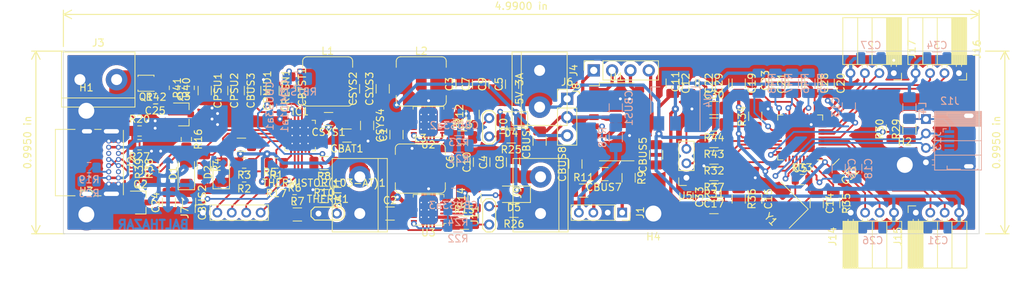
<source format=kicad_pcb>
(kicad_pcb (version 20171130) (host pcbnew "(5.1.5)-3")
  (layers (0 F.Cu signal) (31 B.Cu signal) (34 B.Paste user) (35 F.Paste user) (36 B.SilkS user) (37 F.SilkS user) (38 B.Mask user) (39 F.Mask user) (44 Edge.Cuts user))
  (net 0 "")
  (net 1 PGND)
  (net 2 "Net-(CBTST1-Pad1)")
  (net 3 "Net-(CBTST1-Pad2)")
  (net 4 VSYS)
  (net 5 VBUS)
  (net 6 "Net-(CBUS5-Pad1)")
  (net 7 "Net-(CBUS5-Pad2)")
  (net 8 "Net-(CBUS7-Pad2)")
  (net 9 "Net-(CBUS8-Pad2)")
  (net 10 "Net-(CBUS8-Pad1)")
  (net 11 "Net-(D1-Pad2)")
  (net 12 "Net-(D2-Pad2)")
  (net 13 "Net-(IC1-Pad3)")
  (net 14 "Net-(IC1-Pad4)")
  (net 15 "Net-(IC1-Pad5)")
  (net 16 "Net-(IC1-Pad6)")
  (net 17 "Net-(IC1-Pad7)")
  (net 18 "Net-(IC1-Pad9)")
  (net 19 "Net-(IC1-Pad10)")
  (net 20 "Net-(IC1-Pad11)")
  (net 21 "Net-(J1-Pad1)")
  (net 22 "Net-(J1-Pad3)")
  (net 23 "Net-(C2-Pad2)")
  (net 24 "Net-(CREGN1-Pad2)")
  (net 25 "Net-(IC1-Pad2)")
  (net 26 "Net-(IC1-Pad8)")
  (net 27 "Net-(J4-Pad1)")
  (net 28 "Net-(J4-Pad2)")
  (net 29 "Net-(J4-Pad3)")
  (net 30 "Net-(L2-Pad2)")
  (net 31 "Net-(L2-Pad1)")
  (net 32 "Net-(L3-Pad1)")
  (net 33 "Net-(L3-Pad2)")
  (net 34 "Net-(J4-Pad4)")
  (net 35 "Net-(C1-Pad2)")
  (net 36 "Net-(D4-Pad2)")
  (net 37 "Net-(D5-Pad2)")
  (net 38 "Net-(J10-Pad1)")
  (net 39 "Net-(J10-Pad2)")
  (net 40 "Net-(J11-Pad2)")
  (net 41 "Net-(J11-Pad1)")
  (net 42 "Net-(R21-Pad1)")
  (net 43 "Net-(R22-Pad1)")
  (net 44 "Net-(C10-Pad1)")
  (net 45 "Net-(IC1-Pad19)")
  (net 46 "Net-(J2-PadA5)")
  (net 47 "Net-(BATT1-Pad2)")
  (net 48 "Net-(C14-Pad1)")
  (net 49 "Net-(C15-Pad1)")
  (net 50 "Net-(C16-Pad1)")
  (net 51 "Net-(C17-Pad1)")
  (net 52 "Net-(C21-Pad1)")
  (net 53 5V)
  (net 54 "Net-(J2-PadB5)")
  (net 55 "Net-(J12-Pad2)")
  (net 56 "Net-(J12-Pad3)")
  (net 57 "Net-(J14-Pad2)")
  (net 58 "Net-(J14-Pad3)")
  (net 59 "Net-(J15-Pad3)")
  (net 60 "Net-(J15-Pad2)")
  (net 61 "Net-(J16-Pad2)")
  (net 62 "Net-(J16-Pad3)")
  (net 63 "Net-(J17-Pad3)")
  (net 64 "Net-(J17-Pad2)")
  (net 65 "Net-(R35-Pad1)")
  (net 66 3V3)
  (net 67 "Net-(R29-Pad1)")
  (net 68 "Net-(C25-Pad1)")
  (net 69 "Net-(Q2-Pad1)")
  (net 70 "Net-(Q3-Pad1)")
  (net 71 VPSU)
  (net 72 "Net-(J12-Pad1)")
  (net 73 "Net-(J1-Pad4)")
  (net 74 "Net-(J5-Pad2)")
  (net 75 "Net-(J5-Pad3)")
  (net 76 POWERBANKOUT)
  (net 77 "Net-(R32-Pad1)")
  (net 78 "Net-(R34-Pad1)")
  (net 79 "Net-(R36-Pad1)")
  (net 80 "Net-(R37-Pad1)")
  (net 81 "Net-(R45-Pad1)")
  (net 82 "Net-(R46-Pad1)")
  (net 83 "Net-(R47-Pad1)")
  (net 84 "Net-(R48-Pad1)")
  (net 85 VDD)
  (module Symbol:OSHW-Logo_Copper (layer B.Cu) (at 122.682 75.692 180)
    (fp_text reference REF** hide)
    (fp_text value OSHW-Logo_Copper hide)
    (fp_poly (pts (xy 0.376964 2.709982) (xy 0.433812 2.40843) (xy 0.853338 2.235488) (xy 1.104984 2.406605) (xy 1.175458 2.45425) (xy 1.239163 2.49679) (xy 1.293126 2.532285) (xy 1.334373 2.55879) (xy 1.359934 2.574364) (xy 1.366895 2.577722) (xy 1.379435 2.569086) (xy 1.406231 2.545208) (xy 1.44428 2.509141) (xy 1.490579 2.463933) (xy 1.542123 2.412636) (xy 1.595909 2.358299) (xy 1.648935 2.303972) (xy 1.698195 2.252705) (xy 1.740687 2.207549) (xy 1.773407 2.171554) (xy 1.793351 2.14777) (xy 1.798119 2.13981) (xy 1.791257 2.125135) (xy 1.77202 2.092986) (xy 1.74243 2.046508) (xy 1.70451 1.988844) (xy 1.660282 1.92314) (xy 1.634654 1.885664) (xy 1.587941 1.817232) (xy 1.546432 1.75548) (xy 1.51214 1.703481) (xy 1.48708 1.664308) (xy 1.473264 1.641035) (xy 1.471188 1.636145) (xy 1.475895 1.622245) (xy 1.488723 1.58985) (xy 1.507738 1.543515) (xy 1.531003 1.487794) (xy 1.556584 1.427242) (xy 1.582545 1.366414) (xy 1.60695 1.309864) (xy 1.627863 1.262148) (xy 1.643349 1.227819) (xy 1.651472 1.211432) (xy 1.651952 1.210788) (xy 1.664707 1.207659) (xy 1.698677 1.200679) (xy 1.75034 1.190533) (xy 1.816176 1.177908) (xy 1.892664 1.163491) (xy 1.93729 1.155177) (xy 2.019021 1.139616) (xy 2.092843 1.124808) (xy 2.155021 1.111564) (xy 2.201822 1.100695) (xy 2.229509 1.093011) (xy 2.235074 1.090573) (xy 2.240526 1.07407) (xy 2.244924 1.0368) (xy 2.248272 0.98312) (xy 2.250574 0.917388) (xy 2.251832 0.843963) (xy 2.252048 0.767204) (xy 2.251227 0.691468) (xy 2.249371 0.621114) (xy 2.246482 0.5605) (xy 2.242565 0.513984) (xy 2.237622 0.485925) (xy 2.234657 0.480084) (xy 2.216934 0.473083) (xy 2.179381 0.463073) (xy 2.126964 0.451231) (xy 2.064652 0.438733) (xy 2.0429 0.43469) (xy 1.938024 0.41548) (xy 1.85518 0.400009) (xy 1.79163 0.387663) (xy 1.744637 0.377827) (xy 1.711463 0.369886) (xy 1.689371 0.363224) (xy 1.675624 0.357227) (xy 1.667484 0.351281) (xy 1.666345 0.350106) (xy 1.654977 0.331174) (xy 1.637635 0.294331) (xy 1.61605 0.244087) (xy 1.591954 0.184954) (xy 1.567079 0.121444) (xy 1.543157 0.058068) (xy 1.521919 -0.000662) (xy 1.505097 -0.050235) (xy 1.494422 -0.086139) (xy 1.491627 -0.103862) (xy 1.49186 -0.104483) (xy 1.501331 -0.11897) (xy 1.522818 -0.150844) (xy 1.554063 -0.196789) (xy 1.592807 -0.253485) (xy 1.636793 -0.317617) (xy 1.649319 -0.335842) (xy 1.693984 -0.401914) (xy 1.733288 -0.4622) (xy 1.765088 -0.513235) (xy 1.787245 -0.55156) (xy 1.797617 -0.573711) (xy 1.798119 -0.576432) (xy 1.789405 -0.590736) (xy 1.765325 -0.619072) (xy 1.728976 -0.658396) (xy 1.683453 -0.705661) (xy 1.631852 -0.757823) (xy 1.577267 -0.811835) (xy 1.522794 -0.864653) (xy 1.471529 -0.913231) (xy 1.426567 -0.954523) (xy 1.391004 -0.985485) (xy 1.367935 -1.00307) (xy 1.361554 -1.005941) (xy 1.346699 -0.999178) (xy 1.316286 -0.980939) (xy 1.275268 -0.954297) (xy 1.243709 -0.932852) (xy 1.186525 -0.893503) (xy 1.118806 -0.847171) (xy 1.05088 -0.800913) (xy 1.014361 -0.776155) (xy 0.890752 -0.692547) (xy 0.786991 -0.74865) (xy 0.73972 -0.773228) (xy 0.699523 -0.792331) (xy 0.672326 -0.803227) (xy 0.665402 -0.804743) (xy 0.657077 -0.793549) (xy 0.640654 -0.761917) (xy 0.617357 -0.712765) (xy 0.588414 -0.64901) (xy 0.55505 -0.573571) (xy 0.518491 -0.489364) (xy 0.479964 -0.399308) (xy 0.440694 -0.306321) (xy 0.401908 -0.21332) (xy 0.36483 -0.123223) (xy 0.330689 -0.038948) (xy 0.300708 0.036587) (xy 0.276116 0.100466) (xy 0.258136 0.149769) (xy 0.247997 0.181579) (xy 0.246366 0.192504) (xy 0.259291 0.206439) (xy 0.287589 0.22906) (xy 0.325346 0.255667) (xy 0.328515 0.257772) (xy 0.4261 0.335886) (xy 0.504786 0.427018) (xy 0.563891 0.528255) (xy 0.602732 0.636682) (xy 0.620628 0.749386) (xy 0.616897 0.863452) (xy 0.590857 0.975966) (xy 0.541825 1.084015) (xy 0.5274 1.107655) (xy 0.452369 1.203113) (xy 0.36373 1.279768) (xy 0.264549 1.33722) (xy 0.157895 1.375071) (xy 0.046836 1.392922) (xy -0.065561 1.390375) (xy -0.176227 1.36703) (xy -0.282094 1.32249) (xy -0.380095 1.256355) (xy -0.41041 1.229513) (xy -0.487562 1.145488) (xy -0.543782 1.057034) (xy -0.582347 0.957885) (xy -0.603826 0.859697) (xy -0.609128 0.749303) (xy -0.591448 0.63836) (xy -0.552581 0.530619) (xy -0.494323 0.429831) (xy -0.418469 0.339744) (xy -0.326817 0.264108) (xy -0.314772 0.256136) (xy -0.276611 0.230026) (xy -0.247601 0.207405) (xy -0.233732 0.192961) (xy -0.233531 0.192504) (xy -0.236508 0.176879) (xy -0.248311 0.141418) (xy -0.267714 0.089038) (xy -0.293488 0.022655) (xy -0.324409 -0.054814) (xy -0.359249 -0.14045) (xy -0.396783 -0.231337) (xy -0.435783 -0.324559) (xy -0.475023 -0.417197) (xy -0.513276 -0.506335) (xy -0.549317 -0.589055) (xy -0.581917 -0.662441) (xy -0.609852 -0.723575) (xy -0.631895 -0.769541) (xy -0.646818 -0.797421) (xy -0.652828 -0.804743) (xy -0.671191 -0.799041) (xy -0.705552 -0.783749) (xy -0.749984 -0.761599) (xy -0.774417 -0.74865) (xy -0.878178 -0.692547) (xy -1.001787 -0.776155) (xy -1.064886 -0.818987) (xy -1.13397 -0.866122) (xy -1.198707 -0.910503) (xy -1.231134 -0.932852) (xy -1.276741 -0.963477) (xy -1.31536 -0.987747) (xy -1.341952 -1.002587) (xy -1.35059 -1.005724) (xy -1.363161 -0.997261) (xy -1.390984 -0.973636) (xy -1.431361 -0.937302) (xy -1.481595 -0.890711) (xy -1.538988 -0.836317) (xy -1.575286 -0.801392) (xy -1.63879 -0.738996) (xy -1.693673 -0.683188) (xy -1.737714 -0.636354) (xy -1.768695 -0.600882) (xy -1.784398 -0.579161) (xy -1.785905 -0.574752) (xy -1.778914 -0.557985) (xy -1.759594 -0.524082) (xy -1.730091 -0.476476) (xy -1.692545 -0.418599) (xy -1.6491 -0.353884) (xy -1.636745 -0.335842) (xy -1.591727 -0.270267) (xy -1.55134 -0.211228) (xy -1.51784 -0.162042) (xy -1.493486 -0.126028) (xy -1.480536 -0.106502) (xy -1.479285 -0.104483) (xy -1.481156 -0.088922) (xy -1.491087 -0.054709) (xy -1.507347 -0.006355) (xy -1.528205 0.051629) (xy -1.551927 0.11473) (xy -1.576784 0.178437) (xy -1.601042 0.238239) (xy -1.622971 0.289624) (xy -1.640838 0.328081) (xy -1.652913 0.349098) (xy -1.653771 0.350106) (xy -1.661154 0.356112) (xy -1.673625 0.362052) (xy -1.69392 0.36854) (xy -1.724778 0.376191) (xy -1.768934 0.38562) (xy -1.829126 0.397441) (xy -1.908093 0.412271) (xy -2.00857 0.430723) (xy -2.030325 0.43469) (xy -2.094802 0.447147) (xy -2.151011 0.459334) (xy -2.193987 0.470074) (xy -2.21876 0.478191) (xy -2.222082 0.480084) (xy -2.227556 0.496862) (xy -2.232006 0.534355) (xy -2.235428 0.588206) (xy -2.237819 0.654056) (xy -2.239177 0.727547) (xy -2.239499 0.80432) (xy -2.238781 0.880017) (xy -2.237021 0.95028) (xy -2.234216 1.01075) (xy -2.230362 1.05707) (xy -2.225457 1.084881) (xy -2.2225 1.090573) (xy -2.206037 1.096314) (xy -2.168551 1.105655) (xy -2.113775 1.117785) (xy -2.045445 1.131893) (xy -1.967294 1.14717) (xy -1.924716 1.155177) (xy -1.843929 1.170279) (xy -1.771887 1.18396) (xy -1.712111 1.195533) (xy -1.668121 1.204313) (xy -1.643439 1.209613) (xy -1.639377 1.210788) (xy -1.632511 1.224035) (xy -1.617998 1.255943) (xy -1.597771 1.301953) (xy -1.573766 1.357508) (xy -1.547918 1.418047) (xy -1.52216 1.479014) (xy -1.498427 1.535849) (xy -1.478654 1.583994) (xy -1.464776 1.61889) (xy -1.458726 1.635979) (xy -1.458614 1.636726) (xy -1.465472 1.650207) (xy -1.484698 1.68123) (xy -1.514272 1.726711) (xy -1.552173 1.783568) (xy -1.59638 1.848717) (xy -1.622079 1.886138) (xy -1.668907 1.954753) (xy -1.710499 2.017048) (xy -1.744825 2.069871) (xy -1.769857 2.110073) (xy -1.783565 2.1345) (xy -1.785544 2.139976) (xy -1.777034 2.152722) (xy -1.753507 2.179937) (xy -1.717968 2.218572) (xy -1.673423 2.265577) (xy -1.622877 2.317905) (xy -1.569336 2.372505) (xy -1.515805 2.42633) (xy -1.465289 2.47633) (xy -1.420794 2.519457) (xy -1.385325 2.552661) (xy -1.361887 2.572894) (xy -1.354046 2.577722) (xy -1.34128 2.570933) (xy -1.310744 2.551858) (xy -1.26541 2.522439) (xy -1.208244 2.484619) (xy -1.142216 2.440339) (xy -1.09241 2.406605) (xy -0.840764 2.235488) (xy -0.631001 2.321959) (xy -0.421237 2.40843) (xy -0.364389 2.709982) (xy -0.30754 3.011534) (xy 0.320115 3.011534) (xy 0.376964 2.709982)) (layer B.Cu) (width 0.01))
  )
  (module Symbol:BALTHAZARlogo150 (layer B.Cu) (at 116.332 76.708)
    (fp_text reference G*** hide)
    (fp_text value LOGO hide)
    (fp_poly (pts (xy 0.153014 3.749523) (xy 0.343166 3.597679) (xy 0.53031 3.398853) (xy 0.674303 3.197429) (xy 0.735 3.037789) (xy 0.730228 3.002659) (xy 0.63278 2.903033) (xy 0.464878 2.913633) (xy 0.254 2.96656) (xy 0.254 2.207943) (xy 0.260621 1.868107) (xy 0.27834 1.598739) (xy 0.303939 1.440004) (xy 0.3175 1.415183) (xy 0.434347 1.402395) (xy 0.652007 1.410975) (xy 0.746391 1.419609) (xy 0.955504 1.451614) (xy 1.091335 1.519201) (xy 1.20091 1.66252) (xy 1.224696 1.70977) (xy 1.818141 1.70977) (xy 1.908052 1.702344) (xy 2.052711 1.771768) (xy 2.131166 1.833456) (xy 2.247171 1.983686) (xy 2.285812 2.124448) (xy 2.234298 2.199238) (xy 2.214455 2.201333) (xy 2.104827 2.138326) (xy 1.958294 1.985436) (xy 1.828215 1.799167) (xy 1.818141 1.70977) (xy 1.224696 1.70977) (xy 1.329049 1.917055) (xy 1.574076 2.334236) (xy 1.843819 2.592926) (xy 2.150315 2.703494) (xy 2.248939 2.709333) (xy 2.514602 2.636442) (xy 2.737891 2.451696) (xy 2.865948 2.205988) (xy 2.878667 2.103021) (xy 2.816748 1.949288) (xy 2.659297 1.740118) (xy 2.448765 1.518045) (xy 2.227608 1.325602) (xy 2.038278 1.20532) (xy 1.962684 1.185333) (xy 1.750252 1.10857) (xy 1.595072 0.904874) (xy 1.525345 0.614135) (xy 1.524 0.564833) (xy 1.524 0.254) (xy 2.249372 0.254) (xy 2.599176 0.256879) (xy 2.810098 0.270241) (xy 2.912557 0.301174) (xy 2.936969 0.356764) (xy 2.924794 0.41138) (xy 2.943132 0.597379) (xy 3.007764 0.679074) (xy 3.098522 0.723869) (xy 3.207249 0.690452) (xy 3.369866 0.560529) (xy 3.517675 0.419399) (xy 3.71493 0.21555) (xy 3.851388 0.054924) (xy 3.894667 -0.01952) (xy 3.836739 -0.131942) (xy 3.690789 -0.310348) (xy 3.498561 -0.512515) (xy 3.301803 -0.696215) (xy 3.14226 -0.819226) (xy 3.076893 -0.846667) (xy 2.946778 -0.779477) (xy 2.895842 -0.631997) (xy 2.952091 -0.485375) (xy 3.032604 -0.37852) (xy 3.006799 -0.310106) (xy 2.857561 -0.274467) (xy 2.567771 -0.265937) (xy 2.307167 -0.27187) (xy 1.566333 -0.296333) (xy 1.556776 -0.702357) (xy 1.547219 -1.10838) (xy 2.022443 -1.342632) (xy 2.373548 -1.561241) (xy 2.654068 -1.823079) (xy 2.831897 -2.092736) (xy 2.878667 -2.286975) (xy 2.809779 -2.469533) (xy 2.641047 -2.663866) (xy 2.429364 -2.81767) (xy 2.235067 -2.878667) (xy 2.004902 -2.807026) (xy 1.749001 -2.617553) (xy 1.507483 -2.348418) (xy 1.320465 -2.037793) (xy 1.298639 -1.987667) (xy 1.216564 -1.821911) (xy 1.790533 -1.821911) (xy 1.806359 -1.909029) (xy 1.893972 -2.06938) (xy 1.895483 -2.071691) (xy 2.03574 -2.223188) (xy 2.172518 -2.283599) (xy 2.261898 -2.244927) (xy 2.270291 -2.13996) (xy 2.193561 -2.020113) (xy 2.045937 -1.899618) (xy 1.890232 -1.820117) (xy 1.790533 -1.821911) (xy 1.216564 -1.821911) (xy 1.17685 -1.741708) (xy 1.043685 -1.613261) (xy 0.876288 -1.558707) (xy 0.623533 -1.519471) (xy 0.45673 -1.533162) (xy 0.356618 -1.625655) (xy 0.303934 -1.822824) (xy 0.279416 -2.150545) (xy 0.27172 -2.370848) (xy 0.264269 -2.746369) (xy 0.271589 -2.974918) (xy 0.296209 -3.078411) (xy 0.340655 -3.078765) (xy 0.352153 -3.06838) (xy 0.526639 -2.970504) (xy 0.677877 -3.01221) (xy 0.733791 -3.096611) (xy 0.703868 -3.246089) (xy 0.536892 -3.476003) (xy 0.417172 -3.604611) (xy 0.217358 -3.800711) (xy 0.065091 -3.936351) (xy 0 -3.979333) (xy -0.080605 -3.92355) (xy -0.241004 -3.778338) (xy -0.417173 -3.604611) (xy -0.635743 -3.344829) (xy -0.73439 -3.14328) (xy -0.711901 -3.016477) (xy -0.567067 -2.980931) (xy -0.461546 -2.999135) (xy -0.247336 -3.052899) (xy -0.271835 -2.310569) (xy -0.291075 -1.924259) (xy -0.332148 -1.680886) (xy -0.416272 -1.554054) (xy -0.56467 -1.517367) (xy -0.798561 -1.54443) (xy -0.876289 -1.558707) (xy -1.059665 -1.622688) (xy -1.189403 -1.761259) (xy -1.29864 -1.987667) (xy -1.472332 -2.299556) (xy -1.706633 -2.57718) (xy -1.961428 -2.782239) (xy -2.196602 -2.876434) (xy -2.231854 -2.878667) (xy -2.459245 -2.803817) (xy -2.657887 -2.616011) (xy -2.778397 -2.370364) (xy -2.794 -2.25128) (xy -2.765675 -2.13996) (xy -2.270292 -2.13996) (xy -2.248881 -2.26201) (xy -2.1456 -2.278696) (xy -2.004367 -2.198019) (xy -1.895483 -2.071691) (xy -1.807105 -1.910805) (xy -1.790159 -1.822305) (xy -1.790533 -1.821911) (xy -1.893515 -1.821202) (xy -2.049752 -1.902147) (xy -2.196429 -2.023105) (xy -2.270292 -2.13996) (xy -2.765675 -2.13996) (xy -2.711077 -1.925389) (xy -2.467287 -1.626463) (xy -2.070095 -1.363099) (xy -1.987022 -1.322089) (xy -1.51481 -1.098507) (xy -1.520109 -1.016) (xy -1.025736 -1.016) (xy -0.244264 -1.016) (xy 0.244264 -1.016) (xy 1.025736 -1.016) (xy 0.999701 -0.656167) (xy 0.975804 -0.430801) (xy 0.915881 -0.327105) (xy 0.772046 -0.29783) (xy 0.635 -0.296333) (xy 0.422307 -0.304399) (xy 0.320681 -0.360095) (xy 0.282235 -0.51067) (xy 0.270298 -0.656167) (xy 0.244264 -1.016) (xy -0.244264 -1.016) (xy -0.270299 -0.656167) (xy -0.294196 -0.430801) (xy -0.354119 -0.327105) (xy -0.497954 -0.29783) (xy -0.635 -0.296333) (xy -0.847693 -0.304399) (xy -0.949319 -0.360095) (xy -0.987765 -0.51067) (xy -0.999702 -0.656167) (xy -1.025736 -1.016) (xy -1.520109 -1.016) (xy -1.540572 -0.69742) (xy -1.566333 -0.296333) (xy -2.307167 -0.27187) (xy -2.693666 -0.266313) (xy -2.928898 -0.284316) (xy -3.029979 -0.331547) (xy -3.014026 -0.413672) (xy -2.952091 -0.485375) (xy -2.895843 -0.632023) (xy -2.946794 -0.779497) (xy -3.076893 -0.846667) (xy -3.193628 -0.788133) (xy -3.376911 -0.636033) (xy -3.551056 -0.461224) (xy -3.906344 -0.075782) (xy -3.588885 0.279609) (xy -3.398254 0.486355) (xy -3.244925 0.640857) (xy -3.183719 0.693657) (xy -3.052729 0.703858) (xy -2.946726 0.602526) (xy -2.916863 0.445425) (xy -2.924794 0.41138) (xy -2.935676 0.335287) (xy -2.888907 0.288604) (xy -2.754068 0.264244) (xy -2.500743 0.255119) (xy -2.249372 0.254) (xy -1.524 0.254) (xy -1.524 0.586619) (xy -1.526693 0.602542) (xy -1.016 0.602542) (xy -1.016 0.254) (xy -0.635 0.254) (xy -0.400897 0.260326) (xy -0.290042 0.3032) (xy -0.25635 0.418464) (xy -0.254 0.550333) (xy 0.254 0.550333) (xy 0.262133 0.368253) (xy 0.317256 0.282033) (xy 0.465453 0.255828) (xy 0.635 0.254) (xy 1.016 0.254) (xy 1.016 0.601725) (xy 1.004098 0.821201) (xy 0.958228 0.906118) (xy 0.882075 0.898059) (xy 0.699528 0.859763) (xy 0.501075 0.846667) (xy 0.334962 0.829424) (xy 0.266835 0.743569) (xy 0.254 0.550333) (xy -0.254 0.550333) (xy -0.271223 0.752333) (xy -0.343513 0.835036) (xy -0.4445 0.847823) (xy -0.689702 0.871857) (xy -0.8255 0.900031) (xy -0.946173 0.916511) (xy -1.001107 0.852694) (xy -1.015686 0.668937) (xy -1.016 0.602542) (xy -1.526693 0.602542) (xy -1.577468 0.902645) (xy -1.72578 1.110715) (xy -1.949816 1.185333) (xy -2.097335 1.240974) (xy -2.305633 1.383967) (xy -2.451768 1.510891) (xy -2.665137 1.739457) (xy -2.768592 1.932984) (xy -2.794 2.132768) (xy -2.791532 2.1441) (xy -2.283001 2.1441) (xy -2.252968 2.006011) (xy -2.145878 1.848167) (xy -2.000212 1.735601) (xy -1.858841 1.691425) (xy -1.780813 1.731175) (xy -1.778 1.751377) (xy -1.834317 1.856559) (xy -1.964572 2.006352) (xy -2.110719 2.141138) (xy -2.214713 2.201301) (xy -2.216092 2.201333) (xy -2.283001 2.1441) (xy -2.791532 2.1441) (xy -2.727012 2.440238) (xy -2.536165 2.637555) (xy -2.236635 2.709283) (xy -2.227251 2.709334) (xy -1.915806 2.63577) (xy -1.635237 2.41005) (xy -1.376931 2.024631) (xy -1.321458 1.916071) (xy -1.18932 1.660236) (xy -1.08001 1.519368) (xy -0.94535 1.45471) (xy -0.73716 1.427502) (xy -0.711557 1.425437) (xy -0.474088 1.4144) (xy -0.318201 1.421848) (xy -0.290363 1.431193) (xy -0.274149 1.526538) (xy -0.261659 1.750609) (xy -0.254772 2.062808) (xy -0.254 2.217058) (xy -0.254 2.96656) (xy -0.464878 2.913633) (xy -0.646969 2.907794) (xy -0.730228 3.002659) (xy -0.704813 3.139454) (xy -0.583204 3.332293) (xy -0.405546 3.536793) (xy -0.211984 3.70857) (xy -0.042661 3.80324) (xy 0 3.81) (xy 0.153014 3.749523)) (layer B.Cu) (width 0.01))
  )
  (module Package_SON:WSON-14-1EP_4.0x4.0mm_P0.5mm_EP2.6x2.6mmThermalPads (layer F.Cu) (at 152.385 67.96 180)
    (fp_text reference U2 (at 0.027363 -3.153276 180) (layer F.SilkS))
    (fp_text value TPS63020)
    (pad 15 thru_hole circle (at -1.016 0 180) (size 0.5 0.5) (drill 0.2) (layers *.Cu *.Mask) (net 1 PGND))
    (pad 15 thru_hole circle (at 1.016 0 180) (size 0.5 0.5) (drill 0.2) (layers *.Cu *.Mask) (net 1 PGND))
    (pad 15 thru_hole circle (at -1.016 1.016 180) (size 0.5 0.5) (drill 0.2) (layers *.Cu *.Mask) (net 1 PGND))
    (pad 15 thru_hole circle (at 1.016 1.016 180) (size 0.5 0.5) (drill 0.2) (layers *.Cu *.Mask) (net 1 PGND))
    (pad 15 thru_hole circle (at 1.016 -1.016 180) (size 0.5 0.5) (drill 0.2) (layers *.Cu *.Mask) (net 1 PGND))
    (pad 15 thru_hole circle (at 0 0 180) (size 0.5 0.5) (drill 0.2) (layers *.Cu *.Mask) (net 1 PGND))
    (pad 15 thru_hole circle (at 0 1.016 180) (size 0.5 0.5) (drill 0.2) (layers *.Cu *.Mask) (net 1 PGND))
    (pad 15 thru_hole circle (at 0 -1.016 180) (size 0.5 0.5) (drill 0.2) (layers *.Cu *.Mask) (net 1 PGND))
    (pad 15 smd roundrect (at 0 0 90) (size 4 2.6) (layers F.Cu F.Paste F.Mask) (net 1 PGND))
    (pad 15 thru_hole circle (at -1.016 -1.016 180) (size 0.5 0.5) (drill 0.2) (layers *.Cu *.Mask) (net 1 PGND))
    (pad 15 smd roundrect (at 0.025 0 90) (size 4 2.6) (layers B.Cu) (net 1 PGND))
    (pad 1 smd rect (at -2.032 -1.5 90) (size 0.25 0.825) (layers F.Cu F.Paste F.Mask) (net 35 "Net-(C1-Pad2)"))
    (pad 2 smd rect (at -2.032 -1.016 90) (size 0.25 0.825) (layers F.Cu F.Paste F.Mask) (net 1 PGND))
    (pad 3 smd rect (at -2.032 -0.508 90) (size 0.25 0.825) (layers F.Cu F.Paste F.Mask) (net 38 "Net-(J10-Pad1)"))
    (pad 4 smd rect (at -2.032 0 90) (size 0.25 0.825) (layers F.Cu F.Paste F.Mask) (net 53 5V))
    (pad 5 smd rect (at -2.032 0.5 90) (size 0.25 0.825) (layers F.Cu F.Paste F.Mask) (net 53 5V))
    (pad 6 smd rect (at -2.032 1.016 90) (size 0.25 0.825) (layers F.Cu F.Paste F.Mask) (net 30 "Net-(L2-Pad2)"))
    (pad 7 smd rect (at -2.032 1.5 90) (size 0.25 0.825) (layers F.Cu F.Paste F.Mask) (net 30 "Net-(L2-Pad2)"))
    (pad 8 smd rect (at 2.032 1.5 90) (size 0.25 0.825) (layers F.Cu F.Paste F.Mask) (net 31 "Net-(L2-Pad1)"))
    (pad 9 smd rect (at 2.032 1 90) (size 0.25 0.825) (layers F.Cu F.Paste F.Mask) (net 31 "Net-(L2-Pad1)"))
    (pad 10 smd rect (at 2.032 0.5 90) (size 0.25 0.825) (layers F.Cu F.Paste F.Mask) (net 4 VSYS))
    (pad 11 smd rect (at 2.032 0 90) (size 0.25 0.825) (layers F.Cu F.Paste F.Mask) (net 4 VSYS))
    (pad 12 smd rect (at 2.032 -0.508 90) (size 0.25 0.825) (layers F.Cu F.Paste F.Mask) (net 35 "Net-(C1-Pad2)"))
    (pad 13 smd rect (at 2.032 -1 90) (size 0.25 0.825) (layers F.Cu F.Paste F.Mask) (net 35 "Net-(C1-Pad2)"))
    (pad 14 smd rect (at 2.032 -1.524 90) (size 0.25 0.825) (layers F.Cu F.Paste F.Mask) (net 42 "Net-(R21-Pad1)"))
    (pad 0 smd rect (at -0.762 2.032 180) (size 0.25 0.825) (layers F.Cu F.Paste F.Mask) (net 1 PGND))
    (pad 0 smd rect (at -0.254 -2.032 180) (size 0.25 0.825) (layers F.Cu F.Paste F.Mask) (net 1 PGND))
    (pad 0 smd rect (at 0.254 -2.032 180) (size 0.25 0.825) (layers F.Cu F.Paste F.Mask) (net 1 PGND))
    (pad 0 smd rect (at -0.762 -2.032 180) (size 0.25 0.825) (layers F.Cu F.Paste F.Mask) (net 1 PGND))
    (pad 0 smd rect (at 0.762 -2.032 180) (size 0.25 0.825) (layers F.Cu F.Paste F.Mask) (net 1 PGND))
    (pad 0 smd rect (at -0.254 2.032 180) (size 0.25 0.825) (layers F.Cu F.Paste F.Mask) (net 1 PGND))
    (pad 0 smd rect (at 0.254 2.032 180) (size 0.25 0.825) (layers F.Cu F.Paste F.Mask) (net 1 PGND))
    (pad 0 smd rect (at 0.762 2.032 180) (size 0.25 0.825) (layers F.Cu F.Paste F.Mask) (net 1 PGND))
  )
  (module Capacitor_SMD:C_1206_3216Metric (layer F.Cu) (at 123.698 63.627 270)
    (fp_text reference CPSU2 (at 0 -1.82 90) (layer F.SilkS))
    (fp_text value 1uF)
    (pad 1 smd roundrect (at -1.4 0 270) (size 1.25 1.75) (layers F.Cu F.Paste F.Mask) (roundrect_rratio 0.2) (net 1 PGND))
    (pad 2 smd roundrect (at 1.4 0 270) (size 1.25 1.75) (layers F.Cu F.Paste F.Mask) (roundrect_rratio 0.2) (net 5 VBUS))
  )
  (module Capacitor_SMD:C_1206_3216Metric (layer F.Cu) (at 146.05 63.373 90)
    (fp_text reference CSYS3 (at 0 -1.82 90) (layer F.SilkS))
    (fp_text value 10uF)
    (pad 2 smd roundrect (at 1.4 0 90) (size 1.25 1.75) (layers F.Cu F.Paste F.Mask) (roundrect_rratio 0.2) (net 1 PGND))
    (pad 1 smd roundrect (at -1.4 0 90) (size 1.25 1.75) (layers F.Cu F.Paste F.Mask) (roundrect_rratio 0.2) (net 4 VSYS))
  )
  (module Capacitor_SMD:C_1206_3216Metric (layer F.Cu) (at 143.891 68.453 270)
    (fp_text reference CSYS4 (at 0 -1.82 90) (layer F.SilkS))
    (fp_text value 10uF)
    (pad 1 smd roundrect (at -1.4 0 270) (size 1.25 1.75) (layers F.Cu F.Paste F.Mask) (roundrect_rratio 0.2) (net 4 VSYS))
    (pad 2 smd roundrect (at 1.4 0 270) (size 1.25 1.75) (layers F.Cu F.Paste F.Mask) (roundrect_rratio 0.2) (net 1 PGND))
  )
  (module Resistor_SMD:R_1206_3216Metric (layer F.Cu) (at 158.496 66.932 90)
    (fp_text reference R12 (at 0 -1.82 90) (layer F.SilkS))
    (fp_text value 1M)
    (pad 2 smd roundrect (at 1.4 0 90) (size 1.25 1.75) (layers F.Cu F.Paste F.Mask) (roundrect_rratio 0.2) (net 53 5V))
    (pad 1 smd roundrect (at -1.4 0 90) (size 1.25 1.75) (layers F.Cu F.Paste F.Mask) (roundrect_rratio 0.2) (net 38 "Net-(J10-Pad1)"))
  )
  (module Resistor_SMD:R_1206_3216Metric (layer F.Cu) (at 157.096 70.104)
    (fp_text reference R13 (at 0 -1.82) (layer F.SilkS))
    (fp_text value 180K)
    (pad 1 smd roundrect (at -1.4 0) (size 1.25 1.75) (layers F.Cu F.Paste F.Mask) (roundrect_rratio 0.2) (net 1 PGND))
    (pad 2 smd roundrect (at 1.4 0) (size 1.25 1.75) (layers F.Cu F.Paste F.Mask) (roundrect_rratio 0.2) (net 38 "Net-(J10-Pad1)"))
  )
  (module Resistor_SMD:R_1206_3216Metric (layer F.Cu) (at 158.75 78.486 90)
    (fp_text reference R14 (at 0 -1.82 90) (layer F.SilkS))
    (fp_text value 1M)
    (pad 2 smd roundrect (at 1.4 0 90) (size 1.25 1.75) (layers F.Cu F.Paste F.Mask) (roundrect_rratio 0.2) (net 44 "Net-(C10-Pad1)"))
    (pad 1 smd roundrect (at -1.4 0 90) (size 1.25 1.75) (layers F.Cu F.Paste F.Mask) (roundrect_rratio 0.2) (net 41 "Net-(J11-Pad1)"))
  )
  (module Resistor_SMD:R_1206_3216Metric (layer F.Cu) (at 157.356 81.915)
    (fp_text reference R15 (at 0 -1.82) (layer F.SilkS))
    (fp_text value 180K)
    (pad 2 smd roundrect (at 1.4 0) (size 1.25 1.75) (layers F.Cu F.Paste F.Mask) (roundrect_rratio 0.2) (net 41 "Net-(J11-Pad1)"))
    (pad 1 smd roundrect (at -1.4 0) (size 1.25 1.75) (layers F.Cu F.Paste F.Mask) (roundrect_rratio 0.2) (net 1 PGND))
  )
  (module Resistor_SMD:R_1206_3216Metric (layer B.Cu) (at 134.239 61.976)
    (fp_text reference RBTST1 (at 0 1.82) (layer B.SilkS) (effects (justify mirror)))
    (fp_text value R)
    (pad 1 smd roundrect (at -1.4 0) (size 1.25 1.75) (layers B.Cu B.Paste B.Mask) (roundrect_rratio 0.2) (net 2 "Net-(CBTST1-Pad1)"))
    (pad 2 smd roundrect (at 1.4 0) (size 1.25 1.75) (layers B.Cu B.Paste B.Mask) (roundrect_rratio 0.2) (net 45 "Net-(IC1-Pad19)"))
  )
  (module Capacitor_SMD:C_1206_3216Metric (layer F.Cu) (at 164.084 73.533 90)
    (fp_text reference C8 (at 0 -1.82 90) (layer F.SilkS))
    (fp_text value 22uF)
    (pad 2 smd roundrect (at 1.4 0 90) (size 1.25 1.75) (layers F.Cu F.Paste F.Mask) (roundrect_rratio 0.2) (net 1 PGND))
    (pad 1 smd roundrect (at -1.4 0 90) (size 1.25 1.75) (layers F.Cu F.Paste F.Mask) (roundrect_rratio 0.2) (net 44 "Net-(C10-Pad1)"))
  )
  (module Capacitor_SMD:C_1206_3216Metric (layer F.Cu) (at 161.671 62.738 90)
    (fp_text reference C9 (at 0 -1.82 90) (layer F.SilkS))
    (fp_text value 22uF)
    (pad 2 smd roundrect (at 1.4 0 90) (size 1.25 1.75) (layers F.Cu F.Paste F.Mask) (roundrect_rratio 0.2) (net 1 PGND))
    (pad 1 smd roundrect (at -1.4 0 90) (size 1.25 1.75) (layers F.Cu F.Paste F.Mask) (roundrect_rratio 0.2) (net 53 5V))
  )
  (module Capacitor_SMD:C_1206_3216Metric (layer F.Cu) (at 147.955 69.723 90)
    (fp_text reference C1 (at 0 -1.82 90) (layer F.SilkS))
    (fp_text value 0.1uF)
    (pad 2 smd roundrect (at 1.4 0 90) (size 1.25 1.75) (layers F.Cu F.Paste F.Mask) (roundrect_rratio 0.2) (net 35 "Net-(C1-Pad2)"))
    (pad 1 smd roundrect (at -1.4 0 90) (size 1.25 1.75) (layers F.Cu F.Paste F.Mask) (roundrect_rratio 0.2) (net 1 PGND))
  )
  (module Capacitor_SMD:C_1206_3216Metric (layer F.Cu) (at 147.066 80.645)
    (fp_text reference C2 (at 0 -1.82) (layer F.SilkS))
    (fp_text value 0.1uF)
    (pad 1 smd roundrect (at -1.4 0) (size 1.25 1.75) (layers F.Cu F.Paste F.Mask) (roundrect_rratio 0.2) (net 1 PGND))
    (pad 2 smd roundrect (at 1.4 0) (size 1.25 1.75) (layers F.Cu F.Paste F.Mask) (roundrect_rratio 0.2) (net 23 "Net-(C2-Pad2)"))
  )
  (module Capacitor_SMD:C_1206_3216Metric (layer F.Cu) (at 157.099 62.738 90)
    (fp_text reference C3 (at 0 -1.82 90) (layer F.SilkS))
    (fp_text value 22uF)
    (pad 2 smd roundrect (at 1.4 0 90) (size 1.25 1.75) (layers F.Cu F.Paste F.Mask) (roundrect_rratio 0.2) (net 1 PGND))
    (pad 1 smd roundrect (at -1.4 0 90) (size 1.25 1.75) (layers F.Cu F.Paste F.Mask) (roundrect_rratio 0.2) (net 53 5V))
  )
  (module Capacitor_SMD:C_1206_3216Metric (layer F.Cu) (at 161.798 73.536 90)
    (fp_text reference C4 (at 0 -1.82 90) (layer F.SilkS))
    (fp_text value 22uF)
    (pad 1 smd roundrect (at -1.4 0 90) (size 1.25 1.75) (layers F.Cu F.Paste F.Mask) (roundrect_rratio 0.2) (net 44 "Net-(C10-Pad1)"))
    (pad 2 smd roundrect (at 1.4 0 90) (size 1.25 1.75) (layers F.Cu F.Paste F.Mask) (roundrect_rratio 0.2) (net 1 PGND))
  )
  (module Capacitor_SMD:C_1206_3216Metric (layer F.Cu) (at 121.412 63.627 270)
    (fp_text reference CPSU1 (at 0 -1.82 90) (layer F.SilkS))
    (fp_text value 1uF)
    (pad 1 smd roundrect (at -1.4 0 270) (size 1.25 1.75) (layers F.Cu F.Paste F.Mask) (roundrect_rratio 0.2) (net 1 PGND))
    (pad 2 smd roundrect (at 1.4 0 270) (size 1.25 1.75) (layers F.Cu F.Paste F.Mask) (roundrect_rratio 0.2) (net 5 VBUS))
  )
  (module Capacitor_SMD:C_1206_3216Metric (layer F.Cu) (at 159.512 73.53 90)
    (fp_text reference C10 (at 0 -1.82 90) (layer F.SilkS))
    (fp_text value 22uF)
    (pad 1 smd roundrect (at -1.4 0 90) (size 1.25 1.75) (layers F.Cu F.Paste F.Mask) (roundrect_rratio 0.2) (net 44 "Net-(C10-Pad1)"))
    (pad 2 smd roundrect (at 1.4 0 90) (size 1.25 1.75) (layers F.Cu F.Paste F.Mask) (roundrect_rratio 0.2) (net 1 PGND))
  )
  (module Capacitor_SMD:C_1206_3216Metric (layer F.Cu) (at 163.957 62.741 90)
    (fp_text reference C5 (at 0 -1.82 90) (layer F.SilkS))
    (fp_text value 22uF)
    (pad 1 smd roundrect (at -1.4 0 90) (size 1.25 1.75) (layers F.Cu F.Paste F.Mask) (roundrect_rratio 0.2) (net 53 5V))
    (pad 2 smd roundrect (at 1.4 0 90) (size 1.25 1.75) (layers F.Cu F.Paste F.Mask) (roundrect_rratio 0.2) (net 1 PGND))
  )
  (module Capacitor_SMD:C_1206_3216Metric (layer F.Cu) (at 159.385 62.735 90)
    (fp_text reference C7 (at 0 -1.82 90) (layer F.SilkS))
    (fp_text value 22uF)
    (pad 2 smd roundrect (at 1.4 0 90) (size 1.25 1.75) (layers F.Cu F.Paste F.Mask) (roundrect_rratio 0.2) (net 1 PGND))
    (pad 1 smd roundrect (at -1.4 0 90) (size 1.25 1.75) (layers F.Cu F.Paste F.Mask) (roundrect_rratio 0.2) (net 53 5V))
  )
  (module Capacitor_SMD:C_1206_3216Metric (layer F.Cu) (at 157.226 73.533 90)
    (fp_text reference C6 (at 0 -1.82 90) (layer F.SilkS))
    (fp_text value 22uF)
    (pad 1 smd roundrect (at -1.4 0 90) (size 1.25 1.75) (layers F.Cu F.Paste F.Mask) (roundrect_rratio 0.2) (net 44 "Net-(C10-Pad1)"))
    (pad 2 smd roundrect (at 1.4 0 90) (size 1.25 1.75) (layers F.Cu F.Paste F.Mask) (roundrect_rratio 0.2) (net 1 PGND))
  )
  (module Capacitor_SMD:C_1206_3216Metric (layer F.Cu) (at 141.1 69.85 180)
    (fp_text reference CBAT1 (at 0 -1.82) (layer F.SilkS))
    (fp_text value 10uF)
    (pad 1 smd roundrect (at -1.4 0 180) (size 1.25 1.75) (layers F.Cu F.Paste F.Mask) (roundrect_rratio 0.2) (net 1 PGND))
    (pad 2 smd roundrect (at 1.4 0 180) (size 1.25 1.75) (layers F.Cu F.Paste F.Mask) (roundrect_rratio 0.2) (net 47 "Net-(BATT1-Pad2)"))
  )
  (module Capacitor_SMD:C_1206_3216Metric (layer F.Cu) (at 133.096 63.122 270)
    (fp_text reference CBTST1 (at 0 -1.82 90) (layer F.SilkS))
    (fp_text value 1uF)
    (pad 1 smd roundrect (at -1.4 0 270) (size 1.25 1.75) (layers F.Cu F.Paste F.Mask) (roundrect_rratio 0.2) (net 2 "Net-(CBTST1-Pad1)"))
    (pad 2 smd roundrect (at 1.4 0 270) (size 1.25 1.75) (layers F.Cu F.Paste F.Mask) (roundrect_rratio 0.2) (net 3 "Net-(CBTST1-Pad2)"))
  )
  (module Capacitor_SMD:C_1206_3216Metric (layer B.Cu) (at 178.308 66.04 90)
    (fp_text reference CBUS1 (at 0 1.82 270) (layer B.SilkS) (effects (justify mirror)))
    (fp_text value 1uF)
    (pad 1 smd roundrect (at -1.4 0 90) (size 1.25 1.75) (layers B.Cu B.Paste B.Mask) (roundrect_rratio 0.2) (net 85 VDD))
    (pad 2 smd roundrect (at 1.4 0 90) (size 1.25 1.75) (layers B.Cu B.Paste B.Mask) (roundrect_rratio 0.2) (net 1 PGND))
  )
  (module Capacitor_SMD:C_1206_3216Metric (layer F.Cu) (at 119.253 79.121 270)
    (fp_text reference CBUS2 (at 0 -1.82 90) (layer F.SilkS))
    (fp_text value 1uF)
    (pad 1 smd roundrect (at -1.4 0 270) (size 1.25 1.75) (layers F.Cu F.Paste F.Mask) (roundrect_rratio 0.2) (net 4 VSYS))
    (pad 2 smd roundrect (at 1.4 0 270) (size 1.25 1.75) (layers F.Cu F.Paste F.Mask) (roundrect_rratio 0.2) (net 1 PGND))
  )
  (module Capacitor_SMD:C_1206_3216Metric (layer F.Cu) (at 125.984 63.627 270)
    (fp_text reference CBUS3 (at 0 -1.82 90) (layer F.SilkS))
    (fp_text value 1uF)
    (pad 1 smd roundrect (at -1.4 0 270) (size 1.25 1.75) (layers F.Cu F.Paste F.Mask) (roundrect_rratio 0.2) (net 1 PGND))
    (pad 2 smd roundrect (at 1.4 0 270) (size 1.25 1.75) (layers F.Cu F.Paste F.Mask) (roundrect_rratio 0.2) (net 5 VBUS))
  )
  (module Capacitor_SMD:C_1206_3216Metric (layer F.Cu) (at 167.767 70.612 90)
    (fp_text reference CBUS4 (at 0 -1.82 90) (layer F.SilkS))
    (fp_text value 1uF)
    (pad 2 smd roundrect (at 1.4 0 90) (size 1.25 1.75) (layers F.Cu F.Paste F.Mask) (roundrect_rratio 0.2) (net 85 VDD))
    (pad 1 smd roundrect (at -1.4 0 90) (size 1.25 1.75) (layers F.Cu F.Paste F.Mask) (roundrect_rratio 0.2) (net 1 PGND))
  )
  (module Capacitor_SMD:C_1206_3216Metric (layer F.Cu) (at 183.896 72.52 90)
    (fp_text reference CBUS5 (at 0 -1.82 90) (layer F.SilkS))
    (fp_text value 1uF)
    (pad 1 smd roundrect (at -1.4 0 90) (size 1.25 1.75) (layers F.Cu F.Paste F.Mask) (roundrect_rratio 0.2) (net 6 "Net-(CBUS5-Pad1)"))
    (pad 2 smd roundrect (at 1.4 0 90) (size 1.25 1.75) (layers F.Cu F.Paste F.Mask) (roundrect_rratio 0.2) (net 7 "Net-(CBUS5-Pad2)"))
  )
  (module Capacitor_SMD:C_1206_3216Metric (layer F.Cu) (at 176.66 75.184 180)
    (fp_text reference CBUS7 (at 0 -1.82) (layer F.SilkS))
    (fp_text value 0.1uF)
    (pad 2 smd roundrect (at 1.4 0 180) (size 1.25 1.75) (layers F.Cu F.Paste F.Mask) (roundrect_rratio 0.2) (net 8 "Net-(CBUS7-Pad2)"))
    (pad 1 smd roundrect (at -1.4 0 180) (size 1.25 1.75) (layers F.Cu F.Paste F.Mask) (roundrect_rratio 0.2) (net 1 PGND))
  )
  (module Capacitor_SMD:C_1206_3216Metric (layer F.Cu) (at 172.72 73.79 90)
    (fp_text reference CBUS8 (at 0 -1.82 90) (layer F.SilkS))
    (fp_text value 1uF)
    (pad 2 smd roundrect (at 1.4 0 90) (size 1.25 1.75) (layers F.Cu F.Paste F.Mask) (roundrect_rratio 0.2) (net 9 "Net-(CBUS8-Pad2)"))
    (pad 1 smd roundrect (at -1.4 0 90) (size 1.25 1.75) (layers F.Cu F.Paste F.Mask) (roundrect_rratio 0.2) (net 10 "Net-(CBUS8-Pad1)"))
  )
  (module Capacitor_SMD:C_1206_3216Metric (layer F.Cu) (at 128.27 63.63 270)
    (fp_text reference CPMID1 (at 0 -1.82 90) (layer F.SilkS))
    (fp_text value 10uF)
    (pad 2 smd roundrect (at 1.4 0 270) (size 1.25 1.75) (layers F.Cu F.Paste F.Mask) (roundrect_rratio 0.2) (net 76 POWERBANKOUT))
    (pad 1 smd roundrect (at -1.4 0 270) (size 1.25 1.75) (layers F.Cu F.Paste F.Mask) (roundrect_rratio 0.2) (net 1 PGND))
  )
  (module Capacitor_SMD:C_1206_3216Metric (layer F.Cu) (at 130.81 63.63 270)
    (fp_text reference CREGN1 (at 0 -1.82 90) (layer F.SilkS))
    (fp_text value 1uF)
    (pad 2 smd roundrect (at 1.4 0 270) (size 1.25 1.75) (layers F.Cu F.Paste F.Mask) (roundrect_rratio 0.2) (net 24 "Net-(CREGN1-Pad2)"))
    (pad 1 smd roundrect (at -1.4 0 270) (size 1.25 1.75) (layers F.Cu F.Paste F.Mask) (roundrect_rratio 0.2) (net 1 PGND))
  )
  (module Capacitor_SMD:C_1206_3216Metric (layer F.Cu) (at 138.554 67.564 180)
    (fp_text reference CSYS1 (at 0 -1.82) (layer F.SilkS))
    (fp_text value 10uF)
    (pad 2 smd roundrect (at 1.4 0 180) (size 1.25 1.75) (layers F.Cu F.Paste F.Mask) (roundrect_rratio 0.2) (net 1 PGND))
    (pad 1 smd roundrect (at -1.4 0 180) (size 1.25 1.75) (layers F.Cu F.Paste F.Mask) (roundrect_rratio 0.2) (net 4 VSYS))
  )
  (module Capacitor_SMD:C_1206_3216Metric (layer F.Cu) (at 143.764 63.373 90)
    (fp_text reference CSYS2 (at 0 -1.82 90) (layer F.SilkS))
    (fp_text value 10uF)
    (pad 1 smd roundrect (at -1.4 0 90) (size 1.25 1.75) (layers F.Cu F.Paste F.Mask) (roundrect_rratio 0.2) (net 4 VSYS))
    (pad 2 smd roundrect (at 1.4 0 90) (size 1.25 1.75) (layers F.Cu F.Paste F.Mask) (roundrect_rratio 0.2) (net 1 PGND))
  )
  (module LED_SMD:LED_1206_3216Metric (layer F.Cu) (at 118.872 75.057 90)
    (fp_text reference D1 (at 0 -1.82 90) (layer F.SilkS))
    (fp_text value Led)
    (pad 2 smd roundrect (at 1.4 0 90) (size 1.25 1.75) (layers F.Cu F.Paste F.Mask) (roundrect_rratio 0.2) (net 11 "Net-(D1-Pad2)"))
    (pad 1 smd roundrect (at -1.4 0 90) (size 1.25 1.75) (layers F.Cu F.Paste F.Mask) (roundrect_rratio 0.2) (net 4 VSYS))
  )
  (module LED_SMD:LED_1206_3216Metric (layer F.Cu) (at 123.698 74.93 90)
    (fp_text reference D2 (at 0 -1.82 90) (layer F.SilkS))
    (fp_text value Led)
    (pad 1 smd roundrect (at -1.4 0 90) (size 1.25 1.75) (layers F.Cu F.Paste F.Mask) (roundrect_rratio 0.2) (net 4 VSYS))
    (pad 2 smd roundrect (at 1.4 0 90) (size 1.25 1.75) (layers F.Cu F.Paste F.Mask) (roundrect_rratio 0.2) (net 12 "Net-(D2-Pad2)"))
  )
  (module Resistor_SMD:R_1206_3216Metric (layer F.Cu) (at 121.285 73.914 270)
    (fp_text reference R4 (at 0 -1.82 90) (layer F.SilkS))
    (fp_text value 2K2)
    (pad 1 smd roundrect (at -1.4 0 270) (size 1.25 1.75) (layers F.Cu F.Paste F.Mask) (roundrect_rratio 0.2) (net 13 "Net-(IC1-Pad3)"))
    (pad 2 smd roundrect (at 1.4 0 270) (size 1.25 1.75) (layers F.Cu F.Paste F.Mask) (roundrect_rratio 0.2) (net 11 "Net-(D1-Pad2)"))
  )
  (module Resistor_SMD:R_1206_3216Metric (layer F.Cu) (at 126.495 71.12 180)
    (fp_text reference R5 (at -3.94 -3.81) (layer F.SilkS))
    (fp_text value 2K2)
    (pad 2 smd roundrect (at 1.4 0 180) (size 1.25 1.75) (layers F.Cu F.Paste F.Mask) (roundrect_rratio 0.2) (net 12 "Net-(D2-Pad2)"))
    (pad 1 smd roundrect (at -1.4 0 180) (size 1.25 1.75) (layers F.Cu F.Paste F.Mask) (roundrect_rratio 0.2) (net 14 "Net-(IC1-Pad4)"))
  )
  (module Resistor_SMD:R_1206_3216Metric (layer F.Cu) (at 134.239 80.772)
    (fp_text reference R7 (at 0 -1.82) (layer F.SilkS))
    (fp_text value 265)
    (pad 2 smd roundrect (at 1.4 0) (size 1.25 1.75) (layers F.Cu F.Paste F.Mask) (roundrect_rratio 0.2) (net 1 PGND))
    (pad 1 smd roundrect (at -1.4 0) (size 1.25 1.75) (layers F.Cu F.Paste F.Mask) (roundrect_rratio 0.2) (net 19 "Net-(IC1-Pad10)"))
  )
  (module Resistor_SMD:R_1206_3216Metric (layer F.Cu) (at 137.925 73.66 180)
    (fp_text reference R8 (at 0 -1.82) (layer F.SilkS))
    (fp_text value 2K2)
    (pad 2 smd roundrect (at 1.4 0 180) (size 1.25 1.75) (layers F.Cu F.Paste F.Mask) (roundrect_rratio 0.2) (net 20 "Net-(IC1-Pad11)"))
    (pad 1 smd roundrect (at -1.4 0 180) (size 1.25 1.75) (layers F.Cu F.Paste F.Mask) (roundrect_rratio 0.2) (net 24 "Net-(CREGN1-Pad2)"))
  )
  (module Resistor_SMD:R_1206_3216Metric (layer F.Cu) (at 180.086 75.692 270)
    (fp_text reference R9 (at 0 -1.82 90) (layer F.SilkS))
    (fp_text value 2K2)
    (pad 1 smd roundrect (at -1.4 0 270) (size 1.25 1.75) (layers F.Cu F.Paste F.Mask) (roundrect_rratio 0.2) (net 6 "Net-(CBUS5-Pad1)"))
    (pad 2 smd roundrect (at 1.4 0 270) (size 1.25 1.75) (layers F.Cu F.Paste F.Mask) (roundrect_rratio 0.2) (net 21 "Net-(J1-Pad1)"))
  )
  (module Resistor_SMD:R_1206_3216Metric (layer F.Cu) (at 137.922 75.946 180)
    (fp_text reference R10 (at 0 -1.82) (layer F.SilkS))
    (fp_text value 6K8)
    (pad 1 smd roundrect (at -1.4 0 180) (size 1.25 1.75) (layers F.Cu F.Paste F.Mask) (roundrect_rratio 0.2) (net 20 "Net-(IC1-Pad11)"))
    (pad 2 smd roundrect (at 1.4 0 180) (size 1.25 1.75) (layers F.Cu F.Paste F.Mask) (roundrect_rratio 0.2) (net 1 PGND))
  )
  (module Resistor_SMD:R_1206_3216Metric (layer F.Cu) (at 173.863 77.47)
    (fp_text reference R11 (at 0 -1.82) (layer F.SilkS))
    (fp_text value 2K2)
    (pad 1 smd roundrect (at -1.4 0) (size 1.25 1.75) (layers F.Cu F.Paste F.Mask) (roundrect_rratio 0.2) (net 10 "Net-(CBUS8-Pad1)"))
    (pad 2 smd roundrect (at 1.4 0) (size 1.25 1.75) (layers F.Cu F.Paste F.Mask) (roundrect_rratio 0.2) (net 22 "Net-(J1-Pad3)"))
  )
  (module Resistor_SMD:R_1206_3216Metric (layer F.Cu) (at 137.922 78.232)
    (fp_text reference "THERMISTOR(103-AT)1" (at 0 -1.82) (layer F.SilkS))
    (fp_text value 10K)
    (pad 1 smd roundrect (at -1.4 0) (size 1.25 1.75) (layers F.Cu F.Paste F.Mask) (roundrect_rratio 0.2) (net 1 PGND))
    (pad 2 smd roundrect (at 1.4 0) (size 1.25 1.75) (layers F.Cu F.Paste F.Mask) (roundrect_rratio 0.2) (net 20 "Net-(IC1-Pad11)"))
  )
  (module Resistor_SMD:R_1206_3216Metric (layer B.Cu) (at 178.308 70.104 270)
    (fp_text reference R18 (at 0 1.82 270) (layer B.SilkS) (effects (justify mirror)))
    (fp_text value 10K)
    (pad 1 smd roundrect (at -1.4 0 270) (size 1.25 1.75) (layers B.Cu B.Paste B.Mask) (roundrect_rratio 0.2) (net 85 VDD))
    (pad 2 smd roundrect (at 1.4 0 270) (size 1.25 1.75) (layers B.Cu B.Paste B.Mask) (roundrect_rratio 0.2) (net 73 "Net-(J1-Pad4)"))
  )
  (module Package_DFN_QFN:QFN-24-1EP_4x4mm_P0.5mm_EP2.7x2.7mm_ThermalVias (layer F.Cu) (at 134.62 69.85)
    (fp_text reference IC1 (at 0 -3.32) (layer F.SilkS))
    (fp_text value BQ24193)
    (pad 25 smd roundrect (at 0 0) (size 2.7 2.7) (layers F.Cu F.Paste F.Mask) (roundrect_rratio 0.09300000000000001) (net 1 PGND))
    (pad 25 thru_hole circle (at -1.1 -1.1) (size 0.5 0.5) (drill 0.2) (layers *.Cu) (net 1 PGND))
    (pad 25 thru_hole circle (at 0 -1.1) (size 0.5 0.5) (drill 0.2) (layers *.Cu) (net 1 PGND))
    (pad 25 thru_hole circle (at 1.1 -1.1) (size 0.5 0.5) (drill 0.2) (layers *.Cu) (net 1 PGND))
    (pad 25 thru_hole circle (at -1.1 0) (size 0.5 0.5) (drill 0.2) (layers *.Cu) (net 1 PGND))
    (pad 25 thru_hole circle (at 0 0) (size 0.5 0.5) (drill 0.2) (layers *.Cu) (net 1 PGND))
    (pad 25 thru_hole circle (at 1.1 0) (size 0.5 0.5) (drill 0.2) (layers *.Cu) (net 1 PGND))
    (pad 25 thru_hole circle (at -1.1 1.1) (size 0.5 0.5) (drill 0.2) (layers *.Cu) (net 1 PGND))
    (pad 25 thru_hole circle (at 0 1.1) (size 0.5 0.5) (drill 0.2) (layers *.Cu) (net 1 PGND))
    (pad 25 thru_hole circle (at 1.1 1.1) (size 0.5 0.5) (drill 0.2) (layers *.Cu) (net 1 PGND))
    (pad 25 smd roundrect (at 0 0) (size 2.7 2.7) (layers B.Cu) (roundrect_rratio 0.09259299999999999) (net 1 PGND))
    (pad 1 smd roundrect (at -1.9625 -1.25) (size 0.825 0.25) (layers F.Cu F.Paste F.Mask) (net 5 VBUS))
    (pad 2 smd roundrect (at -1.9625 -0.75) (size 0.825 0.25) (layers F.Cu F.Paste F.Mask) (net 25 "Net-(IC1-Pad2)"))
    (pad 3 smd roundrect (at -1.9625 -0.25) (size 0.825 0.25) (layers F.Cu F.Paste F.Mask) (net 13 "Net-(IC1-Pad3)"))
    (pad 4 smd roundrect (at -1.9625 0.25) (size 0.825 0.25) (layers F.Cu F.Paste F.Mask) (net 14 "Net-(IC1-Pad4)"))
    (pad 5 smd roundrect (at -1.9625 0.75) (size 0.825 0.25) (layers F.Cu F.Paste F.Mask) (net 15 "Net-(IC1-Pad5)"))
    (pad 6 smd roundrect (at -1.9625 1.25) (size 0.825 0.25) (layers F.Cu F.Paste F.Mask) (net 16 "Net-(IC1-Pad6)"))
    (pad 7 smd roundrect (at -1.25 1.9625) (size 0.25 0.825) (layers F.Cu F.Paste F.Mask) (net 17 "Net-(IC1-Pad7)"))
    (pad 8 smd roundrect (at -0.75 1.9625) (size 0.25 0.825) (layers F.Cu F.Paste F.Mask) (net 26 "Net-(IC1-Pad8)"))
    (pad 9 smd roundrect (at -0.25 1.9625) (size 0.25 0.825) (layers F.Cu F.Paste F.Mask) (net 18 "Net-(IC1-Pad9)"))
    (pad 10 smd roundrect (at 0.25 1.9625) (size 0.25 0.825) (layers F.Cu F.Paste F.Mask) (net 19 "Net-(IC1-Pad10)"))
    (pad 11 smd roundrect (at 0.75 1.9625) (size 0.25 0.825) (layers F.Cu F.Paste F.Mask) (net 20 "Net-(IC1-Pad11)"))
    (pad 12 smd roundrect (at 1.25 1.9625) (size 0.25 0.825) (layers F.Cu F.Paste F.Mask) (net 20 "Net-(IC1-Pad11)"))
    (pad 13 smd roundrect (at 1.9625 1.25) (size 0.825 0.25) (layers F.Cu F.Paste F.Mask) (net 47 "Net-(BATT1-Pad2)"))
    (pad 14 smd roundrect (at 1.9625 0.75) (size 0.825 0.25) (layers F.Cu F.Paste F.Mask) (net 47 "Net-(BATT1-Pad2)"))
    (pad 15 smd roundrect (at 1.9625 0.25) (size 0.825 0.25) (layers F.Cu F.Paste F.Mask) (net 4 VSYS))
    (pad 16 smd roundrect (at 1.9625 -0.25) (size 0.825 0.25) (layers F.Cu F.Paste F.Mask) (net 4 VSYS))
    (pad 17 smd roundrect (at 1.9625 -0.75) (size 0.825 0.25) (layers F.Cu F.Paste F.Mask) (net 1 PGND))
    (pad 18 smd roundrect (at 1.9625 -1.25) (size 0.825 0.25) (layers F.Cu F.Paste F.Mask) (net 1 PGND))
    (pad 19 smd roundrect (at 1.25 -1.9625) (size 0.25 0.825) (layers F.Cu F.Paste F.Mask) (net 45 "Net-(IC1-Pad19)"))
    (pad 20 smd roundrect (at 0.75 -1.9625) (size 0.25 0.825) (layers F.Cu F.Paste F.Mask) (net 45 "Net-(IC1-Pad19)"))
    (pad 21 smd roundrect (at 0.25 -1.9625) (size 0.25 0.825) (layers F.Cu F.Paste F.Mask) (net 3 "Net-(CBTST1-Pad2)"))
    (pad 22 smd roundrect (at -0.25 -1.9625) (size 0.25 0.825) (layers F.Cu F.Paste F.Mask) (net 24 "Net-(CREGN1-Pad2)"))
    (pad 23 smd roundrect (at -0.75 -1.9625) (size 0.25 0.825) (layers F.Cu F.Paste F.Mask) (net 76 POWERBANKOUT))
    (pad 24 smd roundrect (at -1.25 -1.9625) (size 0.25 0.825) (layers F.Cu F.Paste F.Mask) (net 5 VBUS))
  )
  (module Package_SO:SOP-16_4.4x10.4mm_P1.27mm (layer F.Cu) (at 178.435 67.945)
    (fp_text reference U1 (at 0 -6.2) (layer F.SilkS))
    (fp_text value PAM8403-SOP16)
    (pad 1 smd rect (at -3.15 -4.45) (size 1.3 0.8) (layers F.Cu F.Paste F.Mask) (net 28 "Net-(J4-Pad2)"))
    (pad 2 smd rect (at -3.15 -3.17) (size 1.3 0.8) (layers F.Cu F.Paste F.Mask) (net 1 PGND))
    (pad 3 smd rect (at -3.15 -1.91) (size 1.3 0.8) (layers F.Cu F.Paste F.Mask) (net 27 "Net-(J4-Pad1)"))
    (pad 4 smd rect (at -3.15 -0.64) (size 1.3 0.8) (layers F.Cu F.Paste F.Mask) (net 85 VDD))
    (pad 5 smd rect (at -3.15 0.64) (size 1.3 0.8) (layers F.Cu F.Paste F.Mask) (net 73 "Net-(J1-Pad4)"))
    (pad 6 smd rect (at -3.15 1.91) (size 1.3 0.8) (layers F.Cu F.Paste F.Mask) (net 85 VDD))
    (pad 7 smd rect (at -3.15 3.17) (size 1.3 0.8) (layers F.Cu F.Paste F.Mask) (net 9 "Net-(CBUS8-Pad2)"))
    (pad 8 smd rect (at -3.15 4.45) (size 1.3 0.8) (layers F.Cu F.Paste F.Mask) (net 8 "Net-(CBUS7-Pad2)"))
    (pad 9 smd rect (at 3.15 4.45) (size 1.3 0.8) (layers F.Cu F.Paste F.Mask) (net 1 PGND))
    (pad 10 smd rect (at 3.15 3.17) (size 1.3 0.8) (layers F.Cu F.Paste F.Mask) (net 7 "Net-(CBUS5-Pad2)"))
    (pad 11 smd rect (at 3.15 1.91) (size 1.3 0.8) (layers F.Cu F.Paste F.Mask) (net 1 PGND))
    (pad 12 smd rect (at 3.15 0.64) (size 1.3 0.8) (layers F.Cu F.Paste F.Mask) (net 85 VDD))
    (pad 13 smd rect (at 3.15 -0.64) (size 1.3 0.8) (layers F.Cu F.Paste F.Mask) (net 85 VDD))
    (pad 14 smd rect (at 3.15 -1.91) (size 1.3 0.8) (layers F.Cu F.Paste F.Mask) (net 34 "Net-(J4-Pad4)"))
    (pad 15 smd rect (at 3.15 -3.17) (size 1.3 0.8) (layers F.Cu F.Paste F.Mask) (net 1 PGND))
    (pad 16 smd rect (at 3.15 -4.45) (size 1.3 0.8) (layers F.Cu F.Paste F.Mask) (net 29 "Net-(J4-Pad3)"))
  )
  (module TestPoint:TestPoint_2Pads_Pitch2.54mm_Drill0.8mm (layer F.Cu) (at 137.16 80.645)
    (fp_text reference THERM1 (at 1.3 -2) (layer F.SilkS))
    (fp_text value thermistor)
    (pad 1 thru_hole circle (at 0 0) (size 1.4 1.4) (drill 0.8) (layers *.Cu *.Mask) (net 1 PGND))
    (pad 2 thru_hole circle (at 2.54 0) (size 1.4 1.4) (drill 0.8) (layers *.Cu *.Mask) (net 20 "Net-(IC1-Pad11)"))
  )
  (module LED_SMD:LED_1206_3216Metric (layer F.Cu) (at 163.83 67.691 180)
    (fp_text reference D4 (at 0 -1.82) (layer F.SilkS))
    (fp_text value Led)
    (pad 1 smd roundrect (at -1.4 0 180) (size 1.25 1.75) (layers F.Cu F.Paste F.Mask) (roundrect_rratio 0.2) (net 4 VSYS))
    (pad 2 smd roundrect (at 1.4 0 180) (size 1.25 1.75) (layers F.Cu F.Paste F.Mask) (roundrect_rratio 0.2) (net 36 "Net-(D4-Pad2)"))
  )
  (module LED_SMD:LED_1206_3216Metric (layer F.Cu) (at 164.211 77.978 180)
    (fp_text reference D5 (at 0 -1.82) (layer F.SilkS))
    (fp_text value Led)
    (pad 2 smd roundrect (at 1.4 0 180) (size 1.25 1.75) (layers F.Cu F.Paste F.Mask) (roundrect_rratio 0.2) (net 37 "Net-(D5-Pad2)"))
    (pad 1 smd roundrect (at -1.4 0 180) (size 1.25 1.75) (layers F.Cu F.Paste F.Mask) (roundrect_rratio 0.2) (net 4 VSYS))
  )
  (module TestPoint:TestPoint_2Pads_Pitch2.54mm_Drill0.8mm (layer F.Cu) (at 160.782 67.437 270)
    (fp_text reference J10 (at 1.3 -2 90) (layer F.SilkS))
    (fp_text value 3.3V/5V)
    (pad 1 thru_hole circle (at 0 0 270) (size 1.4 1.4) (drill 0.8) (layers *.Cu *.Mask) (net 38 "Net-(J10-Pad1)"))
    (pad 2 thru_hole circle (at 2.54 0 270) (size 1.4 1.4) (drill 0.8) (layers *.Cu *.Mask) (net 39 "Net-(J10-Pad2)"))
  )
  (module TestPoint:TestPoint_2Pads_Pitch2.54mm_Drill0.8mm (layer F.Cu) (at 160.782 82.169 90)
    (fp_text reference J11 (at 1.3 -2 90) (layer F.SilkS))
    (fp_text value 3.3V/5V)
    (pad 2 thru_hole circle (at 2.54 0 90) (size 1.4 1.4) (drill 0.8) (layers *.Cu *.Mask) (net 40 "Net-(J11-Pad2)"))
    (pad 1 thru_hole circle (at 0 0 90) (size 1.4 1.4) (drill 0.8) (layers *.Cu *.Mask) (net 41 "Net-(J11-Pad1)"))
  )
  (module Resistor_SMD:R_1206_3216Metric (layer B.Cu) (at 156.594 71.247)
    (fp_text reference R21 (at 0 1.82) (layer B.SilkS) (effects (justify mirror)))
    (fp_text value 2K2)
    (pad 2 smd roundrect (at 1.4 0) (size 1.25 1.75) (layers B.Cu B.Paste B.Mask) (roundrect_rratio 0.2) (net 36 "Net-(D4-Pad2)"))
    (pad 1 smd roundrect (at -1.4 0) (size 1.25 1.75) (layers B.Cu B.Paste B.Mask) (roundrect_rratio 0.2) (net 42 "Net-(R21-Pad1)"))
  )
  (module Resistor_SMD:R_1206_3216Metric (layer B.Cu) (at 156.464 82.296)
    (fp_text reference R22 (at 0 1.82 180) (layer B.SilkS) (effects (justify mirror)))
    (fp_text value 2K2)
    (pad 1 smd roundrect (at -1.4 0) (size 1.25 1.75) (layers B.Cu B.Paste B.Mask) (roundrect_rratio 0.2) (net 43 "Net-(R22-Pad1)"))
    (pad 2 smd roundrect (at 1.4 0) (size 1.25 1.75) (layers B.Cu B.Paste B.Mask) (roundrect_rratio 0.2) (net 37 "Net-(D5-Pad2)"))
  )
  (module Resistor_SMD:R_1206_3216Metric (layer B.Cu) (at 156.591 68.961)
    (fp_text reference R23 (at 0 1.82) (layer B.SilkS) (effects (justify mirror)))
    (fp_text value 1M)
    (pad 1 smd roundrect (at -1.4 0) (size 1.25 1.75) (layers B.Cu B.Paste B.Mask) (roundrect_rratio 0.2) (net 42 "Net-(R21-Pad1)"))
    (pad 2 smd roundrect (at 1.4 0) (size 1.25 1.75) (layers B.Cu B.Paste B.Mask) (roundrect_rratio 0.2) (net 53 5V))
  )
  (module Resistor_SMD:R_1206_3216Metric (layer B.Cu) (at 156.464 80.01)
    (fp_text reference R24 (at 0 1.82) (layer B.SilkS) (effects (justify mirror)))
    (fp_text value 1M)
    (pad 2 smd roundrect (at 1.4 0) (size 1.25 1.75) (layers B.Cu B.Paste B.Mask) (roundrect_rratio 0.2) (net 44 "Net-(C10-Pad1)"))
    (pad 1 smd roundrect (at -1.4 0) (size 1.25 1.75) (layers B.Cu B.Paste B.Mask) (roundrect_rratio 0.2) (net 43 "Net-(R22-Pad1)"))
  )
  (module Resistor_SMD:R_1206_3216Metric (layer F.Cu) (at 163.83 69.977 180)
    (fp_text reference R25 (at 0 -1.82) (layer F.SilkS))
    (fp_text value 270K)
    (pad 2 smd roundrect (at 1.4 0 180) (size 1.25 1.75) (layers F.Cu F.Paste F.Mask) (roundrect_rratio 0.2) (net 39 "Net-(J10-Pad2)"))
    (pad 1 smd roundrect (at -1.4 0 180) (size 1.25 1.75) (layers F.Cu F.Paste F.Mask) (roundrect_rratio 0.2) (net 1 PGND))
  )
  (module Resistor_SMD:R_1206_3216Metric (layer F.Cu) (at 164.211 80.264 180)
    (fp_text reference R26 (at 0 -1.82) (layer F.SilkS))
    (fp_text value 270K)
    (pad 1 smd roundrect (at -1.4 0 180) (size 1.25 1.75) (layers F.Cu F.Paste F.Mask) (roundrect_rratio 0.2) (net 1 PGND))
    (pad 2 smd roundrect (at 1.4 0 180) (size 1.25 1.75) (layers F.Cu F.Paste F.Mask) (roundrect_rratio 0.2) (net 40 "Net-(J11-Pad2)"))
  )
  (module TerminalBlock:TerminalBlock_bornier-2_P5.08mm (layer F.Cu) (at 142.875 80.645 90)
    (fp_text reference BATT1 (at 2.794 -3.048 90) (layer F.SilkS))
    (fp_text value "1s LiPo")
    (pad 2 thru_hole circle (at 5.08 0 90) (size 3 3) (drill 1.52) (layers *.Cu *.Mask) (net 47 "Net-(BATT1-Pad2)"))
    (pad 1 thru_hole rect (at 0 0 90) (size 3 3) (drill 1.52) (layers *.Cu *.Mask) (net 1 PGND))
  )
  (module TerminalBlock:TerminalBlock_bornier-2_P5.08mm (layer F.Cu) (at 167.767 60.833 270)
    (fp_text reference J8 (at 2.54 -5.08 90) (layer F.SilkS))
    (fp_text value "5V 3A" (at 2.54 2.794 90) (layer F.SilkS))
    (pad 2 thru_hole circle (at 5.08 0 270) (size 3 3) (drill 1.52) (layers *.Cu *.Mask) (net 53 5V))
    (pad 1 thru_hole rect (at 0 0 270) (size 3 3) (drill 1.52) (layers *.Cu *.Mask) (net 1 PGND))
  )
  (module TerminalBlock:TerminalBlock_bornier-2_P5.08mm (layer F.Cu) (at 167.894 80.645 90)
    (fp_text reference J9 (at 2.921 -3.175 90) (layer F.SilkS))
    (fp_text value "3.3V 4A")
    (pad 1 thru_hole rect (at 0 0 90) (size 3 3) (drill 1.52) (layers *.Cu *.Mask) (net 1 PGND))
    (pad 2 thru_hole circle (at 5.08 0 90) (size 3 3) (drill 1.52) (layers *.Cu *.Mask) (net 44 "Net-(C10-Pad1)"))
  )
  (module Capacitor_SMD:C_0805_2012Metric (layer B.Cu) (at 132.08 65.7605 270)
    (fp_text reference CBUS3a1 (at 0 1.65 90) (layer B.SilkS) (effects (justify mirror)))
    (fp_text value 0.1uF)
    (pad 1 smd roundrect (at -0.9375 0 270) (size 0.975 1.4) (layers B.Cu B.Paste B.Mask) (net 1 PGND))
    (pad 2 smd roundrect (at 0.9375 0 270) (size 0.975 1.4) (layers B.Cu B.Paste B.Mask) (net 5 VBUS))
  )
  (module Capacitor_SMD:C_0805_2012Metric (layer B.Cu) (at 155.956 66.802)
    (fp_text reference CBUS3a2 (at 0 1.65) (layer B.SilkS) (effects (justify mirror)))
    (fp_text value 0.1uF)
    (pad 2 smd roundrect (at 0.9375 0) (size 0.975 1.4) (layers B.Cu B.Paste B.Mask) (net 53 5V))
    (pad 1 smd roundrect (at -0.9375 0) (size 0.975 1.4) (layers B.Cu B.Paste B.Mask) (net 1 PGND))
  )
  (module Capacitor_SMD:C_0805_2012Metric (layer B.Cu) (at 155.829 77.851)
    (fp_text reference CBUS3a3 (at 0 1.65) (layer B.SilkS) (effects (justify mirror)))
    (fp_text value 0.1uF)
    (pad 1 smd roundrect (at -0.9375 0) (size 0.975 1.4) (layers B.Cu B.Paste B.Mask) (net 1 PGND))
    (pad 2 smd roundrect (at 0.9375 0) (size 0.975 1.4) (layers B.Cu B.Paste B.Mask) (net 44 "Net-(C10-Pad1)"))
  )
  (module Capacitor_SMD:C_0805_2012Metric (layer B.Cu) (at 134.112 65.7605 270)
    (fp_text reference CPMID1a1 (at 0 1.65 90) (layer B.SilkS) (effects (justify mirror)))
    (fp_text value 0.1uF)
    (pad 2 smd roundrect (at 0.9375 0 270) (size 0.975 1.4) (layers B.Cu B.Paste B.Mask) (net 76 POWERBANKOUT))
    (pad 1 smd roundrect (at -0.9375 0 270) (size 0.975 1.4) (layers B.Cu B.Paste B.Mask) (net 1 PGND))
  )
  (module Connector_USB:USB_C_Receptacle_GCT_USB4085 (layer F.Cu) (at 109.474 70.612 270)
    (fp_text reference J2 (at 2.975 -1.8 90) (layer F.SilkS))
    (fp_text value USB_C_Receptacle_USB2.0)
    (pad A1 thru_hole circle (at 0 0 270) (size 0.7 0.7) (drill 0.4) (layers *.Cu *.Mask) (net 1 PGND))
    (pad A4 thru_hole circle (at 0.85 0 270) (size 0.7 0.7) (drill 0.4) (layers *.Cu *.Mask) (net 5 VBUS))
    (pad A5 thru_hole circle (at 1.7 0 270) (size 0.7 0.7) (drill 0.4) (layers *.Cu *.Mask) (net 46 "Net-(J2-PadA5)"))
    (pad A6 thru_hole circle (at 2.55 0 270) (size 0.7 0.7) (drill 0.4) (layers *.Cu *.Mask) (net 25 "Net-(IC1-Pad2)"))
    (pad A7 thru_hole circle (at 3.4 0 270) (size 0.7 0.7) (drill 0.4) (layers *.Cu *.Mask) (net 13 "Net-(IC1-Pad3)"))
    (pad A8 thru_hole circle (at 4.25 0 270) (size 0.7 0.7) (drill 0.4) (layers *.Cu *.Mask))
    (pad A9 thru_hole circle (at 5.1 0 270) (size 0.7 0.7) (drill 0.4) (layers *.Cu *.Mask) (net 5 VBUS))
    (pad A12 thru_hole circle (at 5.95 0 270) (size 0.7 0.7) (drill 0.4) (layers *.Cu *.Mask) (net 1 PGND))
    (pad B9 thru_hole circle (at 0.85 1.35 270) (size 0.7 0.7) (drill 0.4) (layers *.Cu *.Mask) (net 5 VBUS))
    (pad B7 thru_hole circle (at 2.55 1.35 270) (size 0.7 0.7) (drill 0.4) (layers *.Cu *.Mask) (net 13 "Net-(IC1-Pad3)"))
    (pad B8 thru_hole circle (at 1.7 1.35 270) (size 0.7 0.7) (drill 0.4) (layers *.Cu *.Mask))
    (pad B12 thru_hole circle (at 0 1.35 270) (size 0.7 0.7) (drill 0.4) (layers *.Cu *.Mask) (net 1 PGND))
    (pad B5 thru_hole circle (at 4.25 1.35 270) (size 0.7 0.7) (drill 0.4) (layers *.Cu *.Mask) (net 54 "Net-(J2-PadB5)"))
    (pad B4 thru_hole circle (at 5.1 1.35 270) (size 0.7 0.7) (drill 0.4) (layers *.Cu *.Mask) (net 5 VBUS))
    (pad B1 thru_hole circle (at 5.95 1.35 270) (size 0.7 0.7) (drill 0.4) (layers *.Cu *.Mask) (net 1 PGND))
    (pad B6 thru_hole circle (at 3.4 1.35 270) (size 0.7 0.7) (drill 0.4) (layers *.Cu *.Mask) (net 25 "Net-(IC1-Pad2)"))
    (pad S1 thru_hole oval (at -1.35 0.98 270) (size 0.9 2.4) (drill oval 0.6 2.1) (layers *.Cu *.Mask) (net 1 PGND))
    (pad S1 thru_hole oval (at 7.3 0.98 270) (size 0.9 2.4) (drill oval 0.6 2.1) (layers *.Cu *.Mask) (net 1 PGND))
    (pad S1 thru_hole oval (at -1.35 4.36 270) (size 0.9 1.7) (drill oval 0.6 1.4) (layers *.Cu *.Mask) (net 1 PGND))
    (pad S1 thru_hole oval (at 7.3 4.36 270) (size 0.9 1.7) (drill oval 0.6 1.4) (layers *.Cu *.Mask) (net 1 PGND))
  )
  (module Inductor_SMD:L_Bourns_SRP7028A_7.3x6.6mm (layer F.Cu) (at 138.43 62.357)
    (fp_text reference L1 (at 0 -4.2) (layer F.SilkS))
    (fp_text value "2.2uH 4A")
    (pad 1 smd rect (at -2.725 0) (size 2.95 3.5) (layers F.Cu F.Paste F.Mask) (net 45 "Net-(IC1-Pad19)"))
    (pad 2 smd rect (at 2.725 0) (size 2.95 3.5) (layers F.Cu F.Paste F.Mask) (net 4 VSYS))
  )
  (module Inductor_SMD:L_Bourns_SRP7028A_7.3x6.6mm (layer F.Cu) (at 151.384 62.357)
    (fp_text reference L2 (at 0 -4.2) (layer F.SilkS))
    (fp_text value "1.5uH 4A")
    (pad 2 smd rect (at 2.725 0) (size 2.95 3.5) (layers F.Cu F.Paste F.Mask) (net 30 "Net-(L2-Pad2)"))
    (pad 1 smd rect (at -2.725 0) (size 2.95 3.5) (layers F.Cu F.Paste F.Mask) (net 31 "Net-(L2-Pad1)"))
  )
  (module Inductor_SMD:L_Bourns_SRP7028A_7.3x6.6mm (layer F.Cu) (at 151.257 74.422)
    (fp_text reference L3 (at 0 -4.2) (layer F.SilkS))
    (fp_text value "1.5uH 4A")
    (pad 1 smd rect (at -2.725 0) (size 2.95 3.5) (layers F.Cu F.Paste F.Mask) (net 32 "Net-(L3-Pad1)"))
    (pad 2 smd rect (at 2.725 0) (size 2.95 3.5) (layers F.Cu F.Paste F.Mask) (net 33 "Net-(L3-Pad2)"))
  )
  (module TerminalBlock:TerminalBlock_bornier-2_P5.08mm (layer F.Cu) (at 104.14 62.103)
    (fp_text reference J3 (at 2.54 -5.08) (layer F.SilkS))
    (fp_text value "5-15V / 3-5A")
    (pad 1 thru_hole rect (at 0 0) (size 3 3) (drill 1.52) (layers *.Cu *.Mask) (net 1 PGND))
    (pad 2 thru_hole circle (at 5.08 0) (size 3 3) (drill 1.52) (layers *.Cu *.Mask) (net 71 VPSU))
  )
  (module Package_SON:WSON-14-1EP_4.0x4.0mm_P0.5mm_EP2.6x2.6mmThermalPads (layer F.Cu) (at 152.4 80.137 180)
    (fp_text reference U3 (at 0.027363 -3.153276) (layer F.SilkS))
    (fp_text value TPS63020)
    (pad 0 smd rect (at 0.762 2.032 180) (size 0.25 0.825) (layers F.Cu F.Paste F.Mask) (net 1 PGND))
    (pad 0 smd rect (at 0.254 2.032 180) (size 0.25 0.825) (layers F.Cu F.Paste F.Mask) (net 1 PGND))
    (pad 0 smd rect (at -0.254 2.032 180) (size 0.25 0.825) (layers F.Cu F.Paste F.Mask) (net 1 PGND))
    (pad 0 smd rect (at 0.762 -2.032 180) (size 0.25 0.825) (layers F.Cu F.Paste F.Mask) (net 1 PGND))
    (pad 0 smd rect (at -0.762 -2.032 180) (size 0.25 0.825) (layers F.Cu F.Paste F.Mask) (net 1 PGND))
    (pad 0 smd rect (at 0.254 -2.032 180) (size 0.25 0.825) (layers F.Cu F.Paste F.Mask) (net 1 PGND))
    (pad 0 smd rect (at -0.254 -2.032 180) (size 0.25 0.825) (layers F.Cu F.Paste F.Mask) (net 1 PGND))
    (pad 0 smd rect (at -0.762 2.032 180) (size 0.25 0.825) (layers F.Cu F.Paste F.Mask) (net 1 PGND))
    (pad 14 smd rect (at 2.032 -1.524 90) (size 0.25 0.825) (layers F.Cu F.Paste F.Mask) (net 43 "Net-(R22-Pad1)"))
    (pad 13 smd rect (at 2.032 -1 90) (size 0.25 0.825) (layers F.Cu F.Paste F.Mask) (net 23 "Net-(C2-Pad2)"))
    (pad 12 smd rect (at 2.032 -0.508 90) (size 0.25 0.825) (layers F.Cu F.Paste F.Mask) (net 23 "Net-(C2-Pad2)"))
    (pad 11 smd rect (at 2.032 0 90) (size 0.25 0.825) (layers F.Cu F.Paste F.Mask) (net 4 VSYS))
    (pad 10 smd rect (at 2.032 0.5 90) (size 0.25 0.825) (layers F.Cu F.Paste F.Mask) (net 4 VSYS))
    (pad 9 smd rect (at 2.032 1 90) (size 0.25 0.825) (layers F.Cu F.Paste F.Mask) (net 32 "Net-(L3-Pad1)"))
    (pad 8 smd rect (at 2.032 1.5 90) (size 0.25 0.825) (layers F.Cu F.Paste F.Mask) (net 32 "Net-(L3-Pad1)"))
    (pad 7 smd rect (at -2.032 1.5 90) (size 0.25 0.825) (layers F.Cu F.Paste F.Mask) (net 33 "Net-(L3-Pad2)"))
    (pad 6 smd rect (at -2.032 1.016 90) (size 0.25 0.825) (layers F.Cu F.Paste F.Mask) (net 33 "Net-(L3-Pad2)"))
    (pad 5 smd rect (at -2.032 0.5 90) (size 0.25 0.825) (layers F.Cu F.Paste F.Mask) (net 44 "Net-(C10-Pad1)"))
    (pad 4 smd rect (at -2.032 0 90) (size 0.25 0.825) (layers F.Cu F.Paste F.Mask) (net 44 "Net-(C10-Pad1)"))
    (pad 3 smd rect (at -2.032 -0.508 90) (size 0.25 0.825) (layers F.Cu F.Paste F.Mask) (net 41 "Net-(J11-Pad1)"))
    (pad 2 smd rect (at -2.032 -1.016 90) (size 0.25 0.825) (layers F.Cu F.Paste F.Mask) (net 1 PGND))
    (pad 1 smd rect (at -2.032 -1.5 90) (size 0.25 0.825) (layers F.Cu F.Paste F.Mask) (net 23 "Net-(C2-Pad2)"))
    (pad 15 smd roundrect (at 0.025 0 90) (size 4 2.6) (layers B.Cu) (net 1 PGND))
    (pad 15 thru_hole circle (at -1.016 -1.016 180) (size 0.5 0.5) (drill 0.2) (layers *.Cu *.Mask) (net 1 PGND))
    (pad 15 smd roundrect (at 0 0 90) (size 4 2.6) (layers F.Cu F.Paste F.Mask) (net 1 PGND))
    (pad 15 thru_hole circle (at 0 -1.016 180) (size 0.5 0.5) (drill 0.2) (layers *.Cu *.Mask) (net 1 PGND))
    (pad 15 thru_hole circle (at 0 1.016 180) (size 0.5 0.5) (drill 0.2) (layers *.Cu *.Mask) (net 1 PGND))
    (pad 15 thru_hole circle (at 0 0 180) (size 0.5 0.5) (drill 0.2) (layers *.Cu *.Mask) (net 1 PGND))
    (pad 15 thru_hole circle (at 1.016 -1.016 180) (size 0.5 0.5) (drill 0.2) (layers *.Cu *.Mask) (net 1 PGND))
    (pad 15 thru_hole circle (at 1.016 1.016 180) (size 0.5 0.5) (drill 0.2) (layers *.Cu *.Mask) (net 1 PGND))
    (pad 15 thru_hole circle (at -1.016 1.016 180) (size 0.5 0.5) (drill 0.2) (layers *.Cu *.Mask) (net 1 PGND))
    (pad 15 thru_hole circle (at 1.016 0 180) (size 0.5 0.5) (drill 0.2) (layers *.Cu *.Mask) (net 1 PGND))
    (pad 15 thru_hole circle (at -1.016 0 180) (size 0.5 0.5) (drill 0.2) (layers *.Cu *.Mask) (net 1 PGND))
  )
  (module Capacitor_SMD:C_1206_3216Metric (layer F.Cu) (at 188.468 62.611 90)
    (fp_text reference C11 (at 0.223999 -1.907001 90) (layer F.SilkS))
    (fp_text value 0.1uF)
    (pad 2 smd roundrect (at 1.4 0 90) (size 1.25 1.75) (layers F.Cu F.Paste F.Mask) (roundrect_rratio 0.2) (net 1 PGND))
    (pad 1 smd roundrect (at -1.4 0 90) (size 1.25 1.75) (layers F.Cu F.Paste F.Mask) (roundrect_rratio 0.2) (net 53 5V))
  )
  (module Capacitor_SMD:C_1206_3216Metric (layer F.Cu) (at 186.182 62.614 270)
    (fp_text reference C12 (at 0 -1.82 90) (layer F.SilkS))
    (fp_text value 10uF)
    (pad 1 smd roundrect (at -1.4 0 270) (size 1.25 1.75) (layers F.Cu F.Paste F.Mask) (roundrect_rratio 0.2) (net 1 PGND))
    (pad 2 smd roundrect (at 1.4 0 270) (size 1.25 1.75) (layers F.Cu F.Paste F.Mask) (roundrect_rratio 0.2) (net 53 5V))
  )
  (module Capacitor_SMD:C_1206_3216Metric (layer F.Cu) (at 206.121 79.248 270)
    (fp_text reference C14 (at 0 -1.82 90) (layer F.SilkS))
    (fp_text value 20pF)
    (pad 1 smd roundrect (at -1.4 0 270) (size 1.25 1.75) (layers F.Cu F.Paste F.Mask) (roundrect_rratio 0.2) (net 48 "Net-(C14-Pad1)"))
    (pad 2 smd roundrect (at 1.4 0 270) (size 1.25 1.75) (layers F.Cu F.Paste F.Mask) (roundrect_rratio 0.2) (net 1 PGND))
  )
  (module Capacitor_SMD:C_1206_3216Metric (layer F.Cu) (at 197.612 78.613 270)
    (fp_text reference C15 (at 0 -1.82 90) (layer F.SilkS))
    (fp_text value 20pF)
    (pad 1 smd roundrect (at -1.4 0 270) (size 1.25 1.75) (layers F.Cu F.Paste F.Mask) (roundrect_rratio 0.2) (net 49 "Net-(C15-Pad1)"))
    (pad 2 smd roundrect (at 1.4 0 270) (size 1.25 1.75) (layers F.Cu F.Paste F.Mask) (roundrect_rratio 0.2) (net 1 PGND))
  )
  (module Capacitor_SMD:C_1206_3216Metric (layer B.Cu) (at 209.169 74.422 90)
    (fp_text reference C16 (at 0 1.82 270) (layer B.SilkS) (effects (justify mirror)))
    (fp_text value 1uF)
    (pad 1 smd roundrect (at -1.4 0 90) (size 1.25 1.75) (layers B.Cu B.Paste B.Mask) (roundrect_rratio 0.2) (net 50 "Net-(C16-Pad1)"))
    (pad 2 smd roundrect (at 1.4 0 90) (size 1.25 1.75) (layers B.Cu B.Paste B.Mask) (roundrect_rratio 0.2) (net 1 PGND))
  )
  (module Capacitor_SMD:C_1206_3216Metric (layer F.Cu) (at 191.897 77.47 180)
    (fp_text reference C17 (at 0 -1.82) (layer F.SilkS))
    (fp_text value 0.1uF)
    (pad 1 smd roundrect (at -1.4 0 180) (size 1.25 1.75) (layers F.Cu F.Paste F.Mask) (roundrect_rratio 0.2) (net 51 "Net-(C17-Pad1)"))
    (pad 2 smd roundrect (at 1.4 0 180) (size 1.25 1.75) (layers F.Cu F.Paste F.Mask) (roundrect_rratio 0.2) (net 1 PGND))
  )
  (module Capacitor_SMD:C_1206_3216Metric (layer B.Cu) (at 211.455 74.422 90)
    (fp_text reference C18 (at 0 1.82 270) (layer B.SilkS) (effects (justify mirror)))
    (fp_text value 0.1uF)
    (pad 2 smd roundrect (at 1.4 0 90) (size 1.25 1.75) (layers B.Cu B.Paste B.Mask) (roundrect_rratio 0.2) (net 1 PGND))
    (pad 1 smd roundrect (at -1.4 0 90) (size 1.25 1.75) (layers B.Cu B.Paste B.Mask) (roundrect_rratio 0.2) (net 50 "Net-(C16-Pad1)"))
  )
  (module Capacitor_SMD:C_1206_3216Metric (layer F.Cu) (at 195.326 62.611 270)
    (fp_text reference C19 (at 0 -1.82 90) (layer F.SilkS))
    (fp_text value 0.1uF)
    (pad 2 smd roundrect (at 1.4 0 270) (size 1.25 1.75) (layers F.Cu F.Paste F.Mask) (roundrect_rratio 0.2) (net 66 3V3))
    (pad 1 smd roundrect (at -1.4 0 270) (size 1.25 1.75) (layers F.Cu F.Paste F.Mask) (roundrect_rratio 0.2) (net 1 PGND))
  )
  (module Capacitor_SMD:C_1206_3216Metric (layer F.Cu) (at 203.073 62.611 90)
    (fp_text reference C21 (at 0 -1.82 90) (layer F.SilkS))
    (fp_text value 1uF)
    (pad 1 smd roundrect (at -1.4 0 90) (size 1.25 1.75) (layers F.Cu F.Paste F.Mask) (roundrect_rratio 0.2) (net 52 "Net-(C21-Pad1)"))
    (pad 2 smd roundrect (at 1.4 0 90) (size 1.25 1.75) (layers F.Cu F.Paste F.Mask) (roundrect_rratio 0.2) (net 1 PGND))
  )
  (module Capacitor_SMD:C_1206_3216Metric (layer F.Cu) (at 193.04 62.611 90)
    (fp_text reference C22 (at 0 -1.82 90) (layer F.SilkS))
    (fp_text value 10uF)
    (pad 1 smd roundrect (at -1.4 0 90) (size 1.25 1.75) (layers F.Cu F.Paste F.Mask) (roundrect_rratio 0.2) (net 66 3V3))
    (pad 2 smd roundrect (at 1.4 0 90) (size 1.25 1.75) (layers F.Cu F.Paste F.Mask) (roundrect_rratio 0.2) (net 1 PGND))
  )
  (module Capacitor_SMD:C_1206_3216Metric (layer F.Cu) (at 200.787 62.611 90)
    (fp_text reference C23 (at 0.381 -1.778 90) (layer F.SilkS))
    (fp_text value 0.1uF)
    (pad 2 smd roundrect (at 1.4 0 90) (size 1.25 1.75) (layers F.Cu F.Paste F.Mask) (roundrect_rratio 0.2) (net 1 PGND))
    (pad 1 smd roundrect (at -1.4 0 90) (size 1.25 1.75) (layers F.Cu F.Paste F.Mask) (roundrect_rratio 0.2) (net 52 "Net-(C21-Pad1)"))
  )
  (module Capacitor_SMD:C_1206_3216Metric (layer F.Cu) (at 205.359 62.611 270)
    (fp_text reference C28 (at 0 -1.82 90) (layer F.SilkS))
    (fp_text value 0.1uF)
    (pad 2 smd roundrect (at 1.4 0 270) (size 1.25 1.75) (layers F.Cu F.Paste F.Mask) (roundrect_rratio 0.2) (net 66 3V3))
    (pad 1 smd roundrect (at -1.4 0 270) (size 1.25 1.75) (layers F.Cu F.Paste F.Mask) (roundrect_rratio 0.2) (net 1 PGND))
  )
  (module Capacitor_SMD:C_1206_3216Metric (layer F.Cu) (at 190.754 62.611 270)
    (fp_text reference C29 (at 0 -1.82 90) (layer F.SilkS))
    (fp_text value 10uF)
    (pad 1 smd roundrect (at -1.4 0 270) (size 1.25 1.75) (layers F.Cu F.Paste F.Mask) (roundrect_rratio 0.2) (net 1 PGND))
    (pad 2 smd roundrect (at 1.4 0 270) (size 1.25 1.75) (layers F.Cu F.Paste F.Mask) (roundrect_rratio 0.2) (net 66 3V3))
  )
  (module Capacitor_SMD:C_1206_3216Metric (layer F.Cu) (at 191.897 66.04)
    (fp_text reference C30 (at 0 -1.82) (layer F.SilkS))
    (fp_text value 0.1uF)
    (pad 1 smd roundrect (at -1.4 0) (size 1.25 1.75) (layers F.Cu F.Paste F.Mask) (roundrect_rratio 0.2) (net 1 PGND))
    (pad 2 smd roundrect (at 1.4 0) (size 1.25 1.75) (layers F.Cu F.Paste F.Mask) (roundrect_rratio 0.2) (net 66 3V3))
  )
  (module Capacitor_SMD:C_1206_3216Metric (layer F.Cu) (at 209.449051 74.141949 225)
    (fp_text reference C32 (at 0 -1.82 45) (layer F.SilkS))
    (fp_text value 0.1uF)
    (pad 1 smd roundrect (at -1.4 0 225) (size 1.25 1.75) (layers F.Cu F.Paste F.Mask) (roundrect_rratio 0.2) (net 1 PGND))
    (pad 2 smd roundrect (at 1.4 0 225) (size 1.25 1.75) (layers F.Cu F.Paste F.Mask) (roundrect_rratio 0.2) (net 66 3V3))
  )
  (module Capacitor_SMD:C_1206_3216Metric (layer F.Cu) (at 188.087 78.359 270)
    (fp_text reference C33 (at 0 -1.82 90) (layer F.SilkS))
    (fp_text value 0.1uF)
    (pad 2 smd roundrect (at 1.4 0 270) (size 1.25 1.75) (layers F.Cu F.Paste F.Mask) (roundrect_rratio 0.2) (net 66 3V3))
    (pad 1 smd roundrect (at -1.4 0 270) (size 1.25 1.75) (layers F.Cu F.Paste F.Mask) (roundrect_rratio 0.2) (net 1 PGND))
  )
  (module Resistor_SMD:R_1206_3216Metric (layer F.Cu) (at 218.948 68.961 90)
    (fp_text reference R29 (at 0 -1.82 90) (layer F.SilkS))
    (fp_text value 100K)
    (pad 1 smd roundrect (at -1.4 0 90) (size 1.25 1.75) (layers F.Cu F.Paste F.Mask) (roundrect_rratio 0.2) (net 67 "Net-(R29-Pad1)"))
    (pad 2 smd roundrect (at 1.4 0 90) (size 1.25 1.75) (layers F.Cu F.Paste F.Mask) (roundrect_rratio 0.2) (net 72 "Net-(J12-Pad1)"))
  )
  (module Resistor_SMD:R_1206_3216Metric (layer F.Cu) (at 216.662 68.961 90)
    (fp_text reference R30 (at 0 -1.82 90) (layer F.SilkS))
    (fp_text value 100K)
    (pad 2 smd roundrect (at 1.4 0 90) (size 1.25 1.75) (layers F.Cu F.Paste F.Mask) (roundrect_rratio 0.2) (net 1 PGND))
    (pad 1 smd roundrect (at -1.4 0 90) (size 1.25 1.75) (layers F.Cu F.Paste F.Mask) (roundrect_rratio 0.2) (net 67 "Net-(R29-Pad1)"))
  )
  (module Resistor_SMD:R_1206_3216Metric (layer F.Cu) (at 191.897 79.756)
    (fp_text reference R31 (at 0 -1.82) (layer F.SilkS))
    (fp_text value 100K)
    (pad 1 smd roundrect (at -1.4 0) (size 1.25 1.75) (layers F.Cu F.Paste F.Mask) (roundrect_rratio 0.2) (net 66 3V3))
    (pad 2 smd roundrect (at 1.4 0) (size 1.25 1.75) (layers F.Cu F.Paste F.Mask) (roundrect_rratio 0.2) (net 51 "Net-(C17-Pad1)"))
  )
  (module Resistor_SMD:R_1206_3216Metric (layer F.Cu) (at 191.897 72.898 180)
    (fp_text reference R32 (at 0 -1.82) (layer F.SilkS))
    (fp_text value 100K)
    (pad 1 smd roundrect (at -1.4 0 180) (size 1.25 1.75) (layers F.Cu F.Paste F.Mask) (roundrect_rratio 0.2) (net 77 "Net-(R32-Pad1)"))
    (pad 2 smd roundrect (at 1.4 0 180) (size 1.25 1.75) (layers F.Cu F.Paste F.Mask) (roundrect_rratio 0.2) (net 1 PGND))
  )
  (module Resistor_SMD:R_1206_3216Metric (layer F.Cu) (at 197.612 67.183 90)
    (fp_text reference R34 (at 0 -1.82 90) (layer F.SilkS))
    (fp_text value 100K)
    (pad 2 smd roundrect (at 1.4 0 90) (size 1.25 1.75) (layers F.Cu F.Paste F.Mask) (roundrect_rratio 0.2) (net 1 PGND))
    (pad 1 smd roundrect (at -1.4 0 90) (size 1.25 1.75) (layers F.Cu F.Paste F.Mask) (roundrect_rratio 0.2) (net 78 "Net-(R34-Pad1)"))
  )
  (module Resistor_SMD:R_1206_3216Metric (layer F.Cu) (at 208.407 79.248 270)
    (fp_text reference R35 (at 0 -1.82 90) (layer F.SilkS))
    (fp_text value 12K)
    (pad 2 smd roundrect (at 1.4 0 270) (size 1.25 1.75) (layers F.Cu F.Paste F.Mask) (roundrect_rratio 0.2) (net 1 PGND))
    (pad 1 smd roundrect (at -1.4 0 270) (size 1.25 1.75) (layers F.Cu F.Paste F.Mask) (roundrect_rratio 0.2) (net 65 "Net-(R35-Pad1)"))
  )
  (module Resistor_SMD:R_1206_3216Metric (layer F.Cu) (at 195.326 78.613 270)
    (fp_text reference R36 (at 0 -1.82 90) (layer F.SilkS))
    (fp_text value 100K)
    (pad 1 smd roundrect (at -1.4 0 270) (size 1.25 1.75) (layers F.Cu F.Paste F.Mask) (roundrect_rratio 0.2) (net 79 "Net-(R36-Pad1)"))
    (pad 2 smd roundrect (at 1.4 0 270) (size 1.25 1.75) (layers F.Cu F.Paste F.Mask) (roundrect_rratio 0.2) (net 1 PGND))
  )
  (module Resistor_SMD:R_1206_3216Metric (layer F.Cu) (at 191.897 75.184 180)
    (fp_text reference R37 (at 0 -1.82) (layer F.SilkS))
    (fp_text value 100K)
    (pad 2 smd roundrect (at 1.4 0 180) (size 1.25 1.75) (layers F.Cu F.Paste F.Mask) (roundrect_rratio 0.2) (net 1 PGND))
    (pad 1 smd roundrect (at -1.4 0 180) (size 1.25 1.75) (layers F.Cu F.Paste F.Mask) (roundrect_rratio 0.2) (net 80 "Net-(R37-Pad1)"))
  )
  (module Package_TO_SOT_SMD:SOT-223-3_TabPin2 (layer B.Cu) (at 186.563 65.024 90)
    (fp_text reference U4 (at 0 4.5 270) (layer B.SilkS) (effects (justify mirror)))
    (fp_text value AMS1117-3.3)
    (pad 2 smd rect (at 3.15 0 90) (size 2 3.8) (layers B.Cu B.Paste B.Mask) (net 66 3V3))
    (pad 2 smd rect (at -3.15 0 90) (size 2 1.5) (layers B.Cu B.Paste B.Mask) (net 66 3V3))
    (pad 3 smd rect (at -3.15 -2.3 90) (size 2 1.5) (layers B.Cu B.Paste B.Mask) (net 53 5V))
    (pad 1 smd rect (at -3.15 2.3 90) (size 2 1.5) (layers B.Cu B.Paste B.Mask) (net 1 PGND))
  )
  (module Package_DFN_QFN:QFN-36-1EP_6x6mm_P0.5mm_EP3.7x3.7mm (layer F.Cu) (at 203.835 70.104 180)
    (fp_text reference U5 (at 0 -4.3) (layer F.SilkS))
    (fp_text value USB2514B_Bi)
    (pad 37 smd roundrect (at 0 0 180) (size 3.7 3.7) (layers F.Cu F.Mask) (roundrect_rratio 0.067568) (net 1 PGND))
    (pad 1 smd roundrect (at -2.9375 -2 180) (size 0.825 0.25) (layers F.Cu F.Paste F.Mask) (net 57 "Net-(J14-Pad2)"))
    (pad 2 smd roundrect (at -2.9375 -1.5 180) (size 0.825 0.25) (layers F.Cu F.Paste F.Mask) (net 58 "Net-(J14-Pad3)"))
    (pad 3 smd roundrect (at -2.9375 -1 180) (size 0.825 0.25) (layers F.Cu F.Paste F.Mask) (net 60 "Net-(J15-Pad2)"))
    (pad 4 smd roundrect (at -2.9375 -0.5 180) (size 0.825 0.25) (layers F.Cu F.Paste F.Mask) (net 59 "Net-(J15-Pad3)"))
    (pad 5 smd roundrect (at -2.9375 0 180) (size 0.825 0.25) (layers F.Cu F.Paste F.Mask) (net 66 3V3))
    (pad 6 smd roundrect (at -2.9375 0.5 180) (size 0.825 0.25) (layers F.Cu F.Paste F.Mask) (net 61 "Net-(J16-Pad2)"))
    (pad 7 smd roundrect (at -2.9375 1 180) (size 0.825 0.25) (layers F.Cu F.Paste F.Mask) (net 62 "Net-(J16-Pad3)"))
    (pad 8 smd roundrect (at -2.9375 1.5 180) (size 0.825 0.25) (layers F.Cu F.Paste F.Mask) (net 64 "Net-(J17-Pad2)"))
    (pad 9 smd roundrect (at -2.9375 2 180) (size 0.825 0.25) (layers F.Cu F.Paste F.Mask) (net 63 "Net-(J17-Pad3)"))
    (pad 10 smd roundrect (at -2 2.9375 180) (size 0.25 0.825) (layers F.Cu F.Paste F.Mask) (net 66 3V3))
    (pad 11 smd roundrect (at -1.5 2.9375 180) (size 0.25 0.825) (layers F.Cu F.Paste F.Mask) (net 1 PGND))
    (pad 12 smd roundrect (at -1 2.9375 180) (size 0.25 0.825) (layers F.Cu F.Paste F.Mask))
    (pad 13 smd roundrect (at -0.5 2.9375 180) (size 0.25 0.825) (layers F.Cu F.Paste F.Mask) (net 81 "Net-(R45-Pad1)"))
    (pad 14 smd roundrect (at 0 2.9375 180) (size 0.25 0.825) (layers F.Cu F.Paste F.Mask) (net 52 "Net-(C21-Pad1)"))
    (pad 15 smd roundrect (at 0.5 2.9375 180) (size 0.25 0.825) (layers F.Cu F.Paste F.Mask) (net 66 3V3))
    (pad 16 smd roundrect (at 1 2.9375 180) (size 0.25 0.825) (layers F.Cu F.Paste F.Mask))
    (pad 17 smd roundrect (at 1.5 2.9375 180) (size 0.25 0.825) (layers F.Cu F.Paste F.Mask) (net 82 "Net-(R46-Pad1)"))
    (pad 18 smd roundrect (at 2 2.9375 180) (size 0.25 0.825) (layers F.Cu F.Paste F.Mask))
    (pad 19 smd roundrect (at 2.9375 2 180) (size 0.825 0.25) (layers F.Cu F.Paste F.Mask) (net 83 "Net-(R47-Pad1)"))
    (pad 20 smd roundrect (at 2.9375 1.5 180) (size 0.825 0.25) (layers F.Cu F.Paste F.Mask))
    (pad 21 smd roundrect (at 2.9375 1 180) (size 0.825 0.25) (layers F.Cu F.Paste F.Mask) (net 84 "Net-(R48-Pad1)"))
    (pad 22 smd roundrect (at 2.9375 0.5 180) (size 0.825 0.25) (layers F.Cu F.Paste F.Mask) (net 78 "Net-(R34-Pad1)"))
    (pad 23 smd roundrect (at 2.9375 0 180) (size 0.825 0.25) (layers F.Cu F.Paste F.Mask) (net 66 3V3))
    (pad 24 smd roundrect (at 2.9375 -0.5 180) (size 0.825 0.25) (layers F.Cu F.Paste F.Mask) (net 77 "Net-(R32-Pad1)"))
    (pad 25 smd roundrect (at 2.9375 -1 180) (size 0.825 0.25) (layers F.Cu F.Paste F.Mask) (net 80 "Net-(R37-Pad1)"))
    (pad 26 smd roundrect (at 2.9375 -1.5 180) (size 0.825 0.25) (layers F.Cu F.Paste F.Mask) (net 51 "Net-(C17-Pad1)"))
    (pad 27 smd roundrect (at 2.9375 -2 180) (size 0.825 0.25) (layers F.Cu F.Paste F.Mask) (net 67 "Net-(R29-Pad1)"))
    (pad 28 smd roundrect (at 2 -2.9375 180) (size 0.25 0.825) (layers F.Cu F.Paste F.Mask) (net 79 "Net-(R36-Pad1)"))
    (pad 29 smd roundrect (at 1.5 -2.9375 180) (size 0.25 0.825) (layers F.Cu F.Paste F.Mask) (net 66 3V3))
    (pad 30 smd roundrect (at 1 -2.9375 180) (size 0.25 0.825) (layers F.Cu F.Paste F.Mask) (net 55 "Net-(J12-Pad2)"))
    (pad 31 smd roundrect (at 0.5 -2.9375 180) (size 0.25 0.825) (layers F.Cu F.Paste F.Mask) (net 56 "Net-(J12-Pad3)"))
    (pad 32 smd roundrect (at 0 -2.9375 180) (size 0.25 0.825) (layers F.Cu F.Paste F.Mask) (net 49 "Net-(C15-Pad1)"))
    (pad 33 smd roundrect (at -0.5 -2.9375 180) (size 0.25 0.825) (layers F.Cu F.Paste F.Mask) (net 48 "Net-(C14-Pad1)"))
    (pad 34 smd roundrect (at -1 -2.9375 180) (size 0.25 0.825) (layers F.Cu F.Paste F.Mask) (net 50 "Net-(C16-Pad1)"))
    (pad 35 smd roundrect (at -1.5 -2.9375 180) (size 0.25 0.825) (layers F.Cu F.Paste F.Mask) (net 65 "Net-(R35-Pad1)"))
    (pad 36 smd roundrect (at -2 -2.9375 180) (size 0.25 0.825) (layers F.Cu F.Paste F.Mask) (net 66 3V3))
  )
  (module Connector_USB:USB_Micro-B_Molex-Balthazar (layer B.Cu) (at 225.933 70.612 270)
    (fp_text reference J13 (at 0 3.1125 270) (layer B.SilkS) (effects (justify mirror)))
    (fp_text value USB_B_Micro)
    (pad 6 smd rect (at 1 -1.2375 270) (size 1.5 1.9) (layers B.Cu B.Paste B.Mask) (net 1 PGND))
    (pad 2 smd rect (at -0.65 1.4625 270) (size 0.4 1.35) (layers B.Cu B.Paste B.Mask) (net 55 "Net-(J12-Pad2)"))
    (pad 1 smd rect (at -1.3 1.4625 270) (size 0.4 1.35) (layers B.Cu B.Paste B.Mask) (net 72 "Net-(J12-Pad1)"))
    (pad 5 smd rect (at 1.3 1.4625 270) (size 0.4 1.35) (layers B.Cu B.Paste B.Mask) (net 1 PGND))
    (pad 4 smd rect (at 0.65 1.4625 270) (size 0.4 1.35) (layers B.Cu B.Paste B.Mask))
    (pad 3 smd rect (at 0 1.4625 270) (size 0.4 1.35) (layers B.Cu B.Paste B.Mask) (net 56 "Net-(J12-Pad3)"))
    (pad 6 smd circle (at 2.5 1.4625 270) (size 1.45 1.45) (layers B.Cu B.Paste B.Mask) (net 1 PGND))
    (pad 6 smd rect (at -1 -1.2375 270) (size 1.5 1.9) (layers B.Cu B.Paste B.Mask) (net 1 PGND))
    (pad 6 thru_hole oval (at -3.5 -1.2375 90) (size 1.2 1.9) (drill oval 0.6 1.3) (layers *.Cu *.Mask) (net 1 PGND))
    (pad 6 thru_hole oval (at 3.5 -1.2375 270) (size 1.2 1.9) (drill oval 0.6 1.3) (layers *.Cu *.Mask) (net 1 PGND))
    (pad 6 smd rect (at 2.9 -1.2375 270) (size 1.2 1.9) (layers B.Cu B.Mask) (net 1 PGND))
    (pad 6 smd rect (at -2.9 -1.2375 270) (size 1.2 1.9) (layers B.Cu B.Mask) (net 1 PGND))
  )
  (module Resistor_SMD:R_0805_2012Metric (layer F.Cu) (at 204.089 75.946)
    (fp_text reference R33 (at 0 -1.65) (layer F.SilkS))
    (fp_text value 1M)
    (pad 1 smd roundrect (at -0.9375 0) (size 0.975 1.4) (layers F.Cu F.Paste F.Mask) (net 49 "Net-(C15-Pad1)"))
    (pad 2 smd roundrect (at 0.9375 0) (size 0.975 1.4) (layers F.Cu F.Paste F.Mask) (net 48 "Net-(C14-Pad1)"))
  )
  (module Capacitor_SMD:C_1206_3216Metric (layer B.Cu) (at 210.566 65.913 270)
    (fp_text reference C13 (at 0 1.82 270) (layer B.SilkS) (effects (justify mirror)))
    (fp_text value 0.1uF)
    (pad 1 smd roundrect (at -1.4 0 270) (size 1.25 1.75) (layers B.Cu B.Paste B.Mask) (roundrect_rratio 0.2) (net 1 PGND))
    (pad 2 smd roundrect (at 1.4 0 270) (size 1.25 1.75) (layers B.Cu B.Paste B.Mask) (roundrect_rratio 0.2) (net 66 3V3))
  )
  (module Capacitor_SMD:C_1206_3216Metric (layer F.Cu) (at 207.645 62.611 270)
    (fp_text reference C20 (at 0 -1.82 90) (layer F.SilkS))
    (fp_text value 0.1uF)
    (pad 1 smd roundrect (at -1.4 0 270) (size 1.25 1.75) (layers F.Cu F.Paste F.Mask) (roundrect_rratio 0.2) (net 1 PGND))
    (pad 2 smd roundrect (at 1.4 0 270) (size 1.25 1.75) (layers F.Cu F.Paste F.Mask) (roundrect_rratio 0.2) (net 66 3V3))
  )
  (module Capacitor_SMD:C_1206_3216Metric (layer F.Cu) (at 116.459 79.121 90)
    (fp_text reference C24 (at 0 -1.82 90) (layer F.SilkS))
    (fp_text value 0.1uF)
    (pad 2 smd roundrect (at 1.4 0 90) (size 1.25 1.75) (layers F.Cu F.Paste F.Mask) (roundrect_rratio 0.2) (net 4 VSYS))
    (pad 1 smd roundrect (at -1.4 0 90) (size 1.25 1.75) (layers F.Cu F.Paste F.Mask) (roundrect_rratio 0.2) (net 1 PGND))
  )
  (module Capacitor_SMD:C_0805_2012Metric (layer F.Cu) (at 114.554 64.77 180)
    (fp_text reference C25 (at 0 -1.65) (layer F.SilkS))
    (fp_text value 1nF)
    (pad 1 smd roundrect (at -0.9375 0 180) (size 0.975 1.4) (layers F.Cu F.Paste F.Mask) (net 68 "Net-(C25-Pad1)"))
    (pad 2 smd roundrect (at 0.9375 0 180) (size 0.975 1.4) (layers F.Cu F.Paste F.Mask) (net 5 VBUS))
  )
  (module Package_SON:Texas_DQK (layer F.Cu) (at 113.284 62.611 180)
    (fp_text reference Q1 (at 0 -1.9) (layer F.SilkS))
    (fp_text value CSD25310Q2)
    (pad 8 smd roundrect (at 0 -0.325 180) (size 1 0.95) (layers F.Cu F.Mask) (roundrect_rratio 0.053) (net 5 VBUS))
    (pad 7 smd roundrect (at 0.095 0.65 180) (size 0.75 0.3) (layers F.Cu F.Mask) (roundrect_rratio 0.167) (net 71 VPSU))
    (pad 6 smd roundrect (at 0.975 -0.65 180) (size 0.45 0.3) (layers F.Cu F.Paste F.Mask) (roundrect_rratio 0.167) (net 5 VBUS))
    (pad 5 smd roundrect (at 0.975 0 180) (size 0.45 0.3) (layers F.Cu F.Paste F.Mask) (roundrect_rratio 0.167) (net 5 VBUS))
    (pad 4 smd roundrect (at 0.975 0.65 180) (size 0.45 0.3) (layers F.Cu F.Paste F.Mask) (roundrect_rratio 0.167) (net 71 VPSU))
    (pad 3 smd roundrect (at -0.975 0.65 180) (size 0.45 0.3) (layers F.Cu F.Paste F.Mask) (roundrect_rratio 0.167) (net 68 "Net-(C25-Pad1)"))
    (pad 2 smd roundrect (at -0.975 0 180) (size 0.45 0.3) (layers F.Cu F.Paste F.Mask) (roundrect_rratio 0.167) (net 5 VBUS))
    (pad 1 smd roundrect (at -0.975 -0.65 180) (size 0.45 0.3) (layers F.Cu F.Paste F.Mask) (roundrect_rratio 0.167) (net 5 VBUS))
  )
  (module Package_TO_SOT_SMD:SOT-23 (layer F.Cu) (at 112.522 79.121)
    (fp_text reference Q2 (at 0 -2.5) (layer F.SilkS))
    (fp_text value BSS138)
    (pad 3 smd rect (at 1 0) (size 0.9 0.8) (layers F.Cu F.Paste F.Mask) (net 26 "Net-(IC1-Pad8)"))
    (pad 2 smd rect (at -1 0.95) (size 0.9 0.8) (layers F.Cu F.Paste F.Mask) (net 1 PGND))
    (pad 1 smd rect (at -1 -0.95) (size 0.9 0.8) (layers F.Cu F.Paste F.Mask) (net 69 "Net-(Q2-Pad1)"))
  )
  (module Package_TO_SOT_SMD:SOT-23 (layer F.Cu) (at 118.491 66.929)
    (fp_text reference Q3 (at 0 -2.5) (layer F.SilkS))
    (fp_text value BSS138)
    (pad 1 smd rect (at -1 -0.95) (size 0.9 0.8) (layers F.Cu F.Paste F.Mask) (net 70 "Net-(Q3-Pad1)"))
    (pad 2 smd rect (at -1 0.95) (size 0.9 0.8) (layers F.Cu F.Paste F.Mask) (net 1 PGND))
    (pad 3 smd rect (at 1 0) (size 0.9 0.8) (layers F.Cu F.Paste F.Mask) (net 68 "Net-(C25-Pad1)"))
  )
  (module Resistor_SMD:R_0805_2012Metric_Pad1.15x1.40mm_HandSolder (layer B.Cu) (at 105.41 74.295)
    (fp_text reference R19 (at 0 1.65) (layer B.SilkS) (effects (justify mirror)))
    (fp_text value 5K1)
    (pad 2 smd roundrect (at 1.025 0) (size 1.15 1.4) (layers B.Cu B.Paste B.Mask) (roundrect_rratio 0.217391) (net 54 "Net-(J2-PadB5)"))
    (pad 1 smd roundrect (at -1.025 0) (size 1.15 1.4) (layers B.Cu B.Paste B.Mask) (roundrect_rratio 0.217391) (net 1 PGND))
  )
  (module Resistor_SMD:R_0805_2012Metric_Pad1.15x1.40mm_HandSolder (layer F.Cu) (at 112.395 69.215)
    (fp_text reference R20 (at 0 -1.65) (layer F.SilkS))
    (fp_text value 56K)
    (pad 2 smd roundrect (at 1.025 0) (size 1.15 1.4) (layers F.Cu F.Paste F.Mask) (roundrect_rratio 0.217391) (net 5 VBUS))
    (pad 1 smd roundrect (at -1.025 0) (size 1.15 1.4) (layers F.Cu F.Paste F.Mask) (roundrect_rratio 0.217391) (net 46 "Net-(J2-PadA5)"))
  )
  (module Resistor_SMD:R_0805_2012Metric_Pad1.15x1.40mm_HandSolder (layer F.Cu) (at 112.395 71.12 180)
    (fp_text reference R27 (at 0 -1.65) (layer F.SilkS))
    (fp_text value 5K1)
    (pad 1 smd roundrect (at -1.025 0 180) (size 1.15 1.4) (layers F.Cu F.Paste F.Mask) (roundrect_rratio 0.217391) (net 1 PGND))
    (pad 2 smd roundrect (at 1.025 0 180) (size 1.15 1.4) (layers F.Cu F.Paste F.Mask) (roundrect_rratio 0.217391) (net 46 "Net-(J2-PadA5)"))
  )
  (module Resistor_SMD:R_0805_2012Metric_Pad1.15x1.40mm_HandSolder (layer B.Cu) (at 105.41 76.2)
    (fp_text reference R28 (at 0 1.65) (layer B.SilkS) (effects (justify mirror)))
    (fp_text value 56K)
    (pad 1 smd roundrect (at -1.025 0) (size 1.15 1.4) (layers B.Cu B.Paste B.Mask) (roundrect_rratio 0.217391) (net 54 "Net-(J2-PadB5)"))
    (pad 2 smd roundrect (at 1.025 0) (size 1.15 1.4) (layers B.Cu B.Paste B.Mask) (roundrect_rratio 0.217391) (net 5 VBUS))
  )
  (module Resistor_SMD:R_0805_2012Metric_Pad1.15x1.40mm_HandSolder (layer F.Cu) (at 117.221 63.246 270)
    (fp_text reference R40 (at 0 -1.65 90) (layer F.SilkS))
    (fp_text value 262K)
    (pad 2 smd roundrect (at 1.025 0 270) (size 1.15 1.4) (layers F.Cu F.Paste F.Mask) (roundrect_rratio 0.217391) (net 70 "Net-(Q3-Pad1)"))
    (pad 1 smd roundrect (at -1.025 0 270) (size 1.15 1.4) (layers F.Cu F.Paste F.Mask) (roundrect_rratio 0.217391) (net 71 VPSU))
  )
  (module Resistor_SMD:R_0805_2012Metric_Pad1.15x1.40mm_HandSolder (layer F.Cu) (at 119.253 63.246 90)
    (fp_text reference R41 (at 0 -1.65 90) (layer F.SilkS))
    (fp_text value 100K)
    (pad 2 smd roundrect (at 1.025 0 90) (size 1.15 1.4) (layers F.Cu F.Paste F.Mask) (roundrect_rratio 0.217391) (net 1 PGND))
    (pad 1 smd roundrect (at -1.025 0 90) (size 1.15 1.4) (layers F.Cu F.Paste F.Mask) (roundrect_rratio 0.217391) (net 70 "Net-(Q3-Pad1)"))
  )
  (module Resistor_SMD:R_0805_2012Metric_Pad1.15x1.40mm_HandSolder (layer F.Cu) (at 114.681 66.167)
    (fp_text reference R42 (at 0 -1.65) (layer F.SilkS))
    (fp_text value 10K)
    (pad 1 smd roundrect (at -1.025 0) (size 1.15 1.4) (layers F.Cu F.Paste F.Mask) (roundrect_rratio 0.217391) (net 5 VBUS))
    (pad 2 smd roundrect (at 1.025 0) (size 1.15 1.4) (layers F.Cu F.Paste F.Mask) (roundrect_rratio 0.217391) (net 68 "Net-(C25-Pad1)"))
  )
  (module Resistor_SMD:R_0805_2012Metric_Pad1.15x1.40mm_HandSolder (layer F.Cu) (at 131.318 73.66 180)
    (fp_text reference R1 (at 0 -1.65) (layer F.SilkS))
    (fp_text value 10K)
    (pad 1 smd roundrect (at -1.025 0 180) (size 1.15 1.4) (layers F.Cu F.Paste F.Mask) (roundrect_rratio 0.217391) (net 17 "Net-(IC1-Pad7)"))
    (pad 2 smd roundrect (at 1.025 0 180) (size 1.15 1.4) (layers F.Cu F.Paste F.Mask) (roundrect_rratio 0.217391) (net 4 VSYS))
  )
  (module Resistor_SMD:R_0805_2012Metric_Pad1.15x1.40mm_HandSolder (layer F.Cu) (at 126.873 75.565 180)
    (fp_text reference R2 (at 0 -1.65) (layer F.SilkS))
    (fp_text value 10K)
    (pad 1 smd roundrect (at -1.025 0 180) (size 1.15 1.4) (layers F.Cu F.Paste F.Mask) (roundrect_rratio 0.217391) (net 16 "Net-(IC1-Pad6)"))
    (pad 2 smd roundrect (at 1.025 0 180) (size 1.15 1.4) (layers F.Cu F.Paste F.Mask) (roundrect_rratio 0.217391) (net 4 VSYS))
  )
  (module Resistor_SMD:R_0805_2012Metric_Pad1.15x1.40mm_HandSolder (layer F.Cu) (at 126.873 73.66 180)
    (fp_text reference R3 (at 0 -1.65) (layer F.SilkS))
    (fp_text value 10K)
    (pad 1 smd roundrect (at -1.025 0 180) (size 1.15 1.4) (layers F.Cu F.Paste F.Mask) (roundrect_rratio 0.217391) (net 15 "Net-(IC1-Pad5)"))
    (pad 2 smd roundrect (at 1.025 0 180) (size 1.15 1.4) (layers F.Cu F.Paste F.Mask) (roundrect_rratio 0.217391) (net 4 VSYS))
  )
  (module Resistor_SMD:R_0805_2012Metric_Pad1.15x1.40mm_HandSolder (layer F.Cu) (at 133.855 78.74)
    (fp_text reference R6 (at 0 -1.65) (layer F.SilkS))
    (fp_text value 10K)
    (pad 2 smd roundrect (at 1.025 0) (size 1.15 1.4) (layers F.Cu F.Paste F.Mask) (roundrect_rratio 0.217391) (net 1 PGND))
    (pad 1 smd roundrect (at -1.025 0) (size 1.15 1.4) (layers F.Cu F.Paste F.Mask) (roundrect_rratio 0.217391) (net 18 "Net-(IC1-Pad9)"))
  )
  (module Resistor_SMD:R_0805_2012Metric_Pad1.15x1.40mm_HandSolder (layer F.Cu) (at 118.872 70.358 270)
    (fp_text reference R16 (at 0 -1.65 90) (layer F.SilkS))
    (fp_text value 10K)
    (pad 2 smd roundrect (at 1.025 0 270) (size 1.15 1.4) (layers F.Cu F.Paste F.Mask) (roundrect_rratio 0.217391) (net 25 "Net-(IC1-Pad2)"))
    (pad 1 smd roundrect (at -1.025 0 270) (size 1.15 1.4) (layers F.Cu F.Paste F.Mask) (roundrect_rratio 0.217391) (net 1 PGND))
  )
  (module Resistor_SMD:R_0805_2012Metric_Pad1.15x1.40mm_HandSolder (layer F.Cu) (at 131.315 76.2 180)
    (fp_text reference R17 (at 0 -1.65) (layer F.SilkS))
    (fp_text value 10K)
    (pad 2 smd roundrect (at 1.025 0 180) (size 1.15 1.4) (layers F.Cu F.Paste F.Mask) (roundrect_rratio 0.217391) (net 4 VSYS))
    (pad 1 smd roundrect (at -1.025 0 180) (size 1.15 1.4) (layers F.Cu F.Paste F.Mask) (roundrect_rratio 0.217391) (net 26 "Net-(IC1-Pad8)"))
  )
  (module Connector_PinSocket_2.00mm:PinSocket_1x04_P2.00mm_Horizontal (layer B.Cu) (at 221.234 67.564 180)
    (fp_text reference J12 (at -3.31 2.5) (layer B.SilkS) (effects (justify mirror)))
    (fp_text value Conn_01x04_USB)
    (pad 1 thru_hole rect (at 0 0 180) (size 1.35 1.35) (drill 0.8) (layers *.Cu *.Mask) (net 72 "Net-(J12-Pad1)"))
    (pad 2 thru_hole oval (at 0 -2 180) (size 1.35 1.35) (drill 0.8) (layers *.Cu *.Mask) (net 55 "Net-(J12-Pad2)"))
    (pad 3 thru_hole oval (at 0 -4 180) (size 1.35 1.35) (drill 0.8) (layers *.Cu *.Mask) (net 56 "Net-(J12-Pad3)"))
    (pad 4 thru_hole oval (at 0 -6 180) (size 1.35 1.35) (drill 0.8) (layers *.Cu *.Mask) (net 1 PGND))
  )
  (module Connector_PinSocket_2.00mm:PinSocket_1x04_P2.00mm_Horizontal (layer F.Cu) (at 210.82 80.518 90)
    (fp_text reference J14 (at -3.31 -2.5 270) (layer F.SilkS))
    (fp_text value Conn_01x04_USB)
    (pad 1 thru_hole rect (at 0 0 90) (size 1.35 1.35) (drill 0.8) (layers *.Cu *.Mask) (net 1 PGND))
    (pad 2 thru_hole oval (at 0 2 90) (size 1.35 1.35) (drill 0.8) (layers *.Cu *.Mask) (net 57 "Net-(J14-Pad2)"))
    (pad 3 thru_hole oval (at 0 4 90) (size 1.35 1.35) (drill 0.8) (layers *.Cu *.Mask) (net 58 "Net-(J14-Pad3)"))
    (pad 4 thru_hole oval (at 0 6 90) (size 1.35 1.35) (drill 0.8) (layers *.Cu *.Mask) (net 53 5V))
  )
  (module Connector_PinSocket_2.00mm:PinSocket_1x04_P2.00mm_Horizontal (layer F.Cu) (at 219.837 80.518 90)
    (fp_text reference J15 (at -3.31 -2.5 90) (layer F.SilkS))
    (fp_text value Conn_01x04_USB)
    (pad 4 thru_hole oval (at 0 6 90) (size 1.35 1.35) (drill 0.8) (layers *.Cu *.Mask) (net 53 5V))
    (pad 3 thru_hole oval (at 0 4 90) (size 1.35 1.35) (drill 0.8) (layers *.Cu *.Mask) (net 59 "Net-(J15-Pad3)"))
    (pad 2 thru_hole oval (at 0 2 90) (size 1.35 1.35) (drill 0.8) (layers *.Cu *.Mask) (net 60 "Net-(J15-Pad2)"))
    (pad 1 thru_hole rect (at 0 0 90) (size 1.35 1.35) (drill 0.8) (layers *.Cu *.Mask) (net 1 PGND))
  )
  (module Connector_PinSocket_2.00mm:PinSocket_1x04_P2.00mm_Horizontal (layer F.Cu) (at 225.806 61.214 270)
    (fp_text reference J16 (at -3.31 -2.5 90) (layer F.SilkS))
    (fp_text value Conn_01x04_USB)
    (pad 1 thru_hole rect (at 0 0 270) (size 1.35 1.35) (drill 0.8) (layers *.Cu *.Mask) (net 1 PGND))
    (pad 2 thru_hole oval (at 0 2 270) (size 1.35 1.35) (drill 0.8) (layers *.Cu *.Mask) (net 61 "Net-(J16-Pad2)"))
    (pad 3 thru_hole oval (at 0 4 270) (size 1.35 1.35) (drill 0.8) (layers *.Cu *.Mask) (net 62 "Net-(J16-Pad3)"))
    (pad 4 thru_hole oval (at 0 6 270) (size 1.35 1.35) (drill 0.8) (layers *.Cu *.Mask) (net 53 5V))
  )
  (module Connector_PinSocket_2.00mm:PinSocket_1x04_P2.00mm_Horizontal (layer F.Cu) (at 216.789 61.214 270)
    (fp_text reference J17 (at -3.31 -2.5 90) (layer F.SilkS))
    (fp_text value Conn_01x04_USB)
    (pad 4 thru_hole oval (at 0 6 270) (size 1.35 1.35) (drill 0.8) (layers *.Cu *.Mask) (net 53 5V))
    (pad 3 thru_hole oval (at 0 4 270) (size 1.35 1.35) (drill 0.8) (layers *.Cu *.Mask) (net 63 "Net-(J17-Pad3)"))
    (pad 2 thru_hole oval (at 0 2 270) (size 1.35 1.35) (drill 0.8) (layers *.Cu *.Mask) (net 64 "Net-(J17-Pad2)"))
    (pad 1 thru_hole rect (at 0 0 270) (size 1.35 1.35) (drill 0.8) (layers *.Cu *.Mask) (net 1 PGND))
  )
  (module Connector_PinSocket_2.54mm:PinSocket_1x04_P2.54mm_Vertical (layer F.Cu) (at 175.26 60.833 90)
    (fp_text reference J4 (at 0 -2.77 -90) (layer F.SilkS))
    (fp_text value AudioOUT)
    (pad 1 thru_hole rect (at 0 0 90) (size 1.7 1.7) (drill 1) (layers *.Cu *.Mask) (net 27 "Net-(J4-Pad1)"))
    (pad 2 thru_hole oval (at 0 2.54 90) (size 1.7 1.7) (drill 1) (layers *.Cu *.Mask) (net 28 "Net-(J4-Pad2)"))
    (pad 3 thru_hole oval (at 0 5.08 90) (size 1.7 1.7) (drill 1) (layers *.Cu *.Mask) (net 29 "Net-(J4-Pad3)"))
    (pad 4 thru_hole oval (at 0 7.62 90) (size 1.7 1.7) (drill 1) (layers *.Cu *.Mask) (net 34 "Net-(J4-Pad4)"))
  )
  (module Connector_PinSocket_2.00mm:PinSocket_1x05_P2.00mm_Vertical (layer F.Cu) (at 121.158 80.518 90)
    (fp_text reference J7 (at 0 -2.5 -90) (layer F.SilkS))
    (fp_text value "uC host / Atmel")
    (pad 1 thru_hole rect (at 0 0 90) (size 1.35 1.35) (drill 0.8) (layers *.Cu *.Mask) (net 1 PGND))
    (pad 2 thru_hole oval (at 0 2 90) (size 1.35 1.35) (drill 0.8) (layers *.Cu *.Mask) (net 15 "Net-(IC1-Pad5)"))
    (pad 3 thru_hole oval (at 0 4 90) (size 1.35 1.35) (drill 0.8) (layers *.Cu *.Mask) (net 16 "Net-(IC1-Pad6)"))
    (pad 4 thru_hole oval (at 0 6 90) (size 1.35 1.35) (drill 0.8) (layers *.Cu *.Mask) (net 17 "Net-(IC1-Pad7)"))
    (pad 5 thru_hole oval (at 0 8 90) (size 1.35 1.35) (drill 0.8) (layers *.Cu *.Mask) (net 18 "Net-(IC1-Pad9)"))
  )
  (module Connector_PinSocket_2.00mm:PinSocket_1x04_P2.00mm_Vertical (layer F.Cu) (at 179.197 80.518 270)
    (fp_text reference J1 (at 0 -2.5 90) (layer F.SilkS))
    (fp_text value AudioIN)
    (pad 1 thru_hole rect (at 0 0 270) (size 1.35 1.35) (drill 0.8) (layers *.Cu *.Mask) (net 21 "Net-(J1-Pad1)"))
    (pad 2 thru_hole oval (at 0 2 270) (size 1.35 1.35) (drill 0.8) (layers *.Cu *.Mask) (net 1 PGND))
    (pad 3 thru_hole oval (at 0 4 270) (size 1.35 1.35) (drill 0.8) (layers *.Cu *.Mask) (net 22 "Net-(J1-Pad3)"))
    (pad 4 thru_hole oval (at 0 6 270) (size 1.35 1.35) (drill 0.8) (layers *.Cu *.Mask) (net 73 "Net-(J1-Pad4)"))
  )
  (module Resistor_SMD:R_1206_3216Metric (layer F.Cu) (at 111.887 74.422 270)
    (fp_text reference R38 (at 0 -1.82 90) (layer F.SilkS))
    (fp_text value 120K)
    (pad 1 smd roundrect (at -1.4 0 270) (size 1.25 1.75) (layers F.Cu F.Paste F.Mask) (roundrect_rratio 0.2) (net 71 VPSU))
    (pad 2 smd roundrect (at 1.4 0 270) (size 1.25 1.75) (layers F.Cu F.Paste F.Mask) (roundrect_rratio 0.2) (net 69 "Net-(Q2-Pad1)"))
  )
  (module Resistor_SMD:R_1206_3216Metric (layer F.Cu) (at 114.173 74.422 90)
    (fp_text reference R39 (at 0 -1.82 90) (layer F.SilkS))
    (fp_text value 49K9)
    (pad 2 smd roundrect (at 1.4 0 90) (size 1.25 1.75) (layers F.Cu F.Paste F.Mask) (roundrect_rratio 0.2) (net 1 PGND))
    (pad 1 smd roundrect (at -1.4 0 90) (size 1.25 1.75) (layers F.Cu F.Paste F.Mask) (roundrect_rratio 0.2) (net 69 "Net-(Q2-Pad1)"))
  )
  (module Crystal:Crystal_SMD_5032-4Pin_5.0x3.2mm (layer F.Cu) (at 201.754619 79.470833 135)
    (fp_text reference Y1 (at 0 -2.8 135) (layer F.SilkS))
    (fp_text value Crystal_GND24)
    (pad 1 smd rect (at -1.65 1 135) (size 1.6 1.3) (layers F.Cu F.Paste F.Mask) (net 48 "Net-(C14-Pad1)"))
    (pad 2 smd rect (at 1.65 1 135) (size 1.6 1.3) (layers F.Cu F.Paste F.Mask) (net 1 PGND))
    (pad 3 smd rect (at 1.65 -1 135) (size 1.6 1.3) (layers F.Cu F.Paste F.Mask) (net 49 "Net-(C15-Pad1)"))
    (pad 4 smd rect (at -1.65 -1 135) (size 1.6 1.3) (layers F.Cu F.Paste F.Mask) (net 1 PGND))
  )
  (module Capacitor_SMD:C_1206_3216Metric (layer B.Cu) (at 213.868 82.55)
    (fp_text reference C26 (at 0 1.82) (layer B.SilkS) (effects (justify mirror)))
    (fp_text value 10uF)
    (pad 2 smd roundrect (at 1.4 0) (size 1.25 1.75) (layers B.Cu B.Paste B.Mask) (roundrect_rratio 0.2) (net 53 5V))
    (pad 1 smd roundrect (at -1.4 0) (size 1.25 1.75) (layers B.Cu B.Paste B.Mask) (roundrect_rratio 0.2) (net 1 PGND))
  )
  (module Capacitor_SMD:C_1206_3216Metric (layer B.Cu) (at 213.614 59.182 180)
    (fp_text reference C27 (at 0 1.82) (layer B.SilkS) (effects (justify mirror)))
    (fp_text value 10uF)
    (pad 1 smd roundrect (at -1.4 0 180) (size 1.25 1.75) (layers B.Cu B.Paste B.Mask) (roundrect_rratio 0.2) (net 1 PGND))
    (pad 2 smd roundrect (at 1.4 0 180) (size 1.25 1.75) (layers B.Cu B.Paste B.Mask) (roundrect_rratio 0.2) (net 53 5V))
  )
  (module Capacitor_SMD:C_1206_3216Metric (layer B.Cu) (at 222.885 82.55)
    (fp_text reference C31 (at 0 1.82) (layer B.SilkS) (effects (justify mirror)))
    (fp_text value 10uF)
    (pad 1 smd roundrect (at -1.4 0) (size 1.25 1.75) (layers B.Cu B.Paste B.Mask) (roundrect_rratio 0.2) (net 1 PGND))
    (pad 2 smd roundrect (at 1.4 0) (size 1.25 1.75) (layers B.Cu B.Paste B.Mask) (roundrect_rratio 0.2) (net 53 5V))
  )
  (module Capacitor_SMD:C_1206_3216Metric (layer B.Cu) (at 222.758 59.182 180)
    (fp_text reference C34 (at 0 1.82) (layer B.SilkS) (effects (justify mirror)))
    (fp_text value 10uF)
    (pad 2 smd roundrect (at 1.4 0 180) (size 1.25 1.75) (layers B.Cu B.Paste B.Mask) (roundrect_rratio 0.2) (net 53 5V))
    (pad 1 smd roundrect (at -1.4 0 180) (size 1.25 1.75) (layers B.Cu B.Paste B.Mask) (roundrect_rratio 0.2) (net 1 PGND))
  )
  (module Inductor_SMD:L_1206_3216Metric_Pad1.42x1.75mm_HandSolder (layer B.Cu) (at 218.948 66.04 90)
    (fp_text reference L4 (at 0 1.82 270) (layer B.SilkS) (effects (justify mirror)))
    (fp_text value L_Core_Ferrite_Small)
    (pad 1 smd roundrect (at -1.4875 0 90) (size 1.425 1.75) (layers B.Cu B.Paste B.Mask) (roundrect_rratio 0.175439) (net 72 "Net-(J12-Pad1)"))
    (pad 2 smd roundrect (at 1.4875 0 90) (size 1.425 1.75) (layers B.Cu B.Paste B.Mask) (roundrect_rratio 0.175439) (net 53 5V))
  )
  (module Connector_PinSocket_2.00mm:PinSocket_1x03_P2.00mm_Vertical (layer F.Cu) (at 188.087 75.692 180)
    (fp_text reference J5 (at 0 -2.5) (layer F.SilkS))
    (fp_text value "uC host / Atmel")
    (pad 1 thru_hole rect (at 0 0 180) (size 1.35 1.35) (drill 0.8) (layers *.Cu *.Mask) (net 1 PGND))
    (pad 2 thru_hole oval (at 0 2 180) (size 1.35 1.35) (drill 0.8) (layers *.Cu *.Mask) (net 74 "Net-(J5-Pad2)"))
    (pad 3 thru_hole oval (at 0 4 180) (size 1.35 1.35) (drill 0.8) (layers *.Cu *.Mask) (net 75 "Net-(J5-Pad3)"))
  )
  (module Resistor_SMD:R_1206_3216Metric (layer F.Cu) (at 191.897 70.612 180)
    (fp_text reference R43 (at 0 -1.82) (layer F.SilkS))
    (fp_text value 10K)
    (pad 1 smd roundrect (at -1.4 0 180) (size 1.25 1.75) (layers F.Cu F.Paste F.Mask) (roundrect_rratio 0.2) (net 77 "Net-(R32-Pad1)"))
    (pad 2 smd roundrect (at 1.4 0 180) (size 1.25 1.75) (layers F.Cu F.Paste F.Mask) (roundrect_rratio 0.2) (net 74 "Net-(J5-Pad2)"))
  )
  (module Resistor_SMD:R_1206_3216Metric (layer F.Cu) (at 191.897 68.326 180)
    (fp_text reference R44 (at 0 -1.82) (layer F.SilkS))
    (fp_text value 10K)
    (pad 2 smd roundrect (at 1.4 0 180) (size 1.25 1.75) (layers F.Cu F.Paste F.Mask) (roundrect_rratio 0.2) (net 75 "Net-(J5-Pad3)"))
    (pad 1 smd roundrect (at -1.4 0 180) (size 1.25 1.75) (layers F.Cu F.Paste F.Mask) (roundrect_rratio 0.2) (net 78 "Net-(R34-Pad1)"))
  )
  (module Connector_PinHeader_2.54mm:PinHeader_1x03_P2.54mm_Vertical (layer F.Cu) (at 171.577 64.77)
    (fp_text reference J6 (at 0 -2.33) (layer F.SilkS))
    (fp_text value Conn_01x03_Male)
    (pad 1 thru_hole rect (at 0 0) (size 1.7 1.7) (drill 1) (layers *.Cu *.Mask) (net 53 5V))
    (pad 2 thru_hole oval (at 0 2.54) (size 1.7 1.7) (drill 1) (layers *.Cu *.Mask) (net 85 VDD))
    (pad 3 thru_hole oval (at 0 5.08) (size 1.7 1.7) (drill 1) (layers *.Cu *.Mask) (net 4 VSYS))
  )
  (module Resistor_SMD:R_1206_3216Metric (layer B.Cu) (at 204.978 62.611 90)
    (fp_text reference R45 (at 0 1.82 270) (layer B.SilkS) (effects (justify mirror)))
    (fp_text value 10K)
    (pad 1 smd roundrect (at -1.4 0 90) (size 1.25 1.75) (layers B.Cu B.Paste B.Mask) (roundrect_rratio 0.2) (net 81 "Net-(R45-Pad1)"))
    (pad 2 smd roundrect (at 1.4 0 90) (size 1.25 1.75) (layers B.Cu B.Paste B.Mask) (roundrect_rratio 0.2) (net 66 3V3))
  )
  (module Resistor_SMD:R_1206_3216Metric (layer B.Cu) (at 202.692 62.614 90)
    (fp_text reference R46 (at 0 1.82 270) (layer B.SilkS) (effects (justify mirror)))
    (fp_text value 10K)
    (pad 2 smd roundrect (at 1.4 0 90) (size 1.25 1.75) (layers B.Cu B.Paste B.Mask) (roundrect_rratio 0.2) (net 66 3V3))
    (pad 1 smd roundrect (at -1.4 0 90) (size 1.25 1.75) (layers B.Cu B.Paste B.Mask) (roundrect_rratio 0.2) (net 82 "Net-(R46-Pad1)"))
  )
  (module Resistor_SMD:R_1206_3216Metric (layer B.Cu) (at 200.406 62.608 90)
    (fp_text reference R47 (at 0 1.82 270) (layer B.SilkS) (effects (justify mirror)))
    (fp_text value 10K)
    (pad 1 smd roundrect (at -1.4 0 90) (size 1.25 1.75) (layers B.Cu B.Paste B.Mask) (roundrect_rratio 0.2) (net 83 "Net-(R47-Pad1)"))
    (pad 2 smd roundrect (at 1.4 0 90) (size 1.25 1.75) (layers B.Cu B.Paste B.Mask) (roundrect_rratio 0.2) (net 66 3V3))
  )
  (module Resistor_SMD:R_1206_3216Metric (layer B.Cu) (at 198.12 62.611 90)
    (fp_text reference R48 (at 0 1.82 270) (layer B.SilkS) (effects (justify mirror)))
    (fp_text value 10K)
    (pad 2 smd roundrect (at 1.4 0 90) (size 1.25 1.75) (layers B.Cu B.Paste B.Mask) (roundrect_rratio 0.2) (net 66 3V3))
    (pad 1 smd roundrect (at -1.4 0 90) (size 1.25 1.75) (layers B.Cu B.Paste B.Mask) (roundrect_rratio 0.2) (net 84 "Net-(R48-Pad1)"))
  )
  (module MountingHole:MountingHole_2.2mm_M2_Pad (layer F.Cu) (at 105.029 66.421)
    (fp_text reference H1 (at 0 -3.2) (layer F.SilkS))
    (fp_text value MountingHole_Pad)
    (pad 1 thru_hole circle (at 0 0) (size 4.4 4.4) (drill 2.2) (layers *.Cu *.Mask) (net 1 PGND))
  )
  (module MountingHole:MountingHole_2.2mm_M2_Pad (layer F.Cu) (at 218.313 73.914)
    (fp_text reference H2 (at 0 -3.2) (layer F.SilkS))
    (fp_text value MountingHole_Pad)
    (pad 1 thru_hole circle (at 0 0) (size 4.4 4.4) (drill 2.2) (layers *.Cu *.Mask) (net 1 PGND))
  )
  (module MountingHole:MountingHole_2.2mm_M2_Pad (layer F.Cu) (at 105.029 80.772)
    (fp_text reference H3 (at 0 -3.2) (layer F.SilkS))
    (fp_text value MountingHole_Pad)
    (pad 1 thru_hole circle (at 0 0) (size 4.4 4.4) (drill 2.2) (layers *.Cu *.Mask) (net 1 PGND))
  )
  (module MountingHole:MountingHole_2.2mm_M2_Pad (layer F.Cu) (at 183.515 80.645 180)
    (fp_text reference H4 (at 0 -3.2) (layer F.SilkS))
    (fp_text value MountingHole_Pad)
    (pad 1 thru_hole circle (at 0 0 180) (size 4.4 4.4) (drill 2.2) (layers *.Cu *.Mask) (net 1 PGND))
  )
  (gr_text BALTHAZAR (at 114.3 82.169) (layer B.Cu) (effects (font (size 1.2 1.2) (thickness 0.3)) (justify mirror)))
  (dimension 25.273 (width 0.15) (layer F.SilkS) (gr_text "25.273 mm" (at 233.456 70.8025 270) (layer F.SilkS) (effects (font (size 1 1) (thickness 0.15)))) (feature1 (pts (xy 229.489 83.439) (xy 232.742421 83.439))) (feature2 (pts (xy 229.489 58.166) (xy 232.742421 58.166))) (crossbar (pts (xy 232.156 58.166) (xy 232.156 83.439))) (arrow1a (pts (xy 232.156 83.439) (xy 231.569579 82.312496))) (arrow1b (pts (xy 232.156 83.439) (xy 232.742421 82.312496))) (arrow2a (pts (xy 232.156 58.166) (xy 231.569579 59.292504))) (arrow2b (pts (xy 232.156 58.166) (xy 232.742421 59.292504))))
  (dimension 126.746 (width 0.15) (layer F.SilkS) (gr_text "126.746 mm" (at 165.227 51.786) (layer F.SilkS) (effects (font (size 1 1) (thickness 0.15)))) (feature1 (pts (xy 101.854 57.531) (xy 101.854 52.499579))) (feature2 (pts (xy 228.6 57.531) (xy 228.6 52.499579))) (crossbar (pts (xy 228.6 53.086) (xy 101.854 53.086))) (arrow1a (pts (xy 101.854 53.086) (xy 102.980504 52.499579))) (arrow1b (pts (xy 101.854 53.086) (xy 102.980504 53.672421))) (arrow2a (pts (xy 228.6 53.086) (xy 227.473496 52.499579))) (arrow2b (pts (xy 228.6 53.086) (xy 227.473496 53.672421))))
  (dimension 25.273 (width 0.15) (layer F.SilkS) (gr_text "25.273 mm" (at 96.744 70.8025 270) (layer F.SilkS) (effects (font (size 1 1) (thickness 0.15)))) (feature1 (pts (xy 102.041 83.439) (xy 97.457579 83.439))) (feature2 (pts (xy 102.041 58.166) (xy 97.457579 58.166))) (crossbar (pts (xy 98.044 58.166) (xy 98.044 83.439))) (arrow1a (pts (xy 98.044 83.439) (xy 97.457579 82.312496))) (arrow1b (pts (xy 98.044 83.439) (xy 98.630421 82.312496))) (arrow2a (pts (xy 98.044 58.166) (xy 97.457579 59.292504))) (arrow2b (pts (xy 98.044 58.166) (xy 98.630421 59.292504))))
  (gr_line (start 228.6 58.166) (end 101.854 58.166) (layer Edge.Cuts) (width 0.1))
  (gr_line (start 228.6 83.439) (end 228.6 58.166) (layer Edge.Cuts) (width 0.1))
  (gr_line (start 101.854 83.439) (end 228.6 83.439) (layer Edge.Cuts) (width 0.1))
  (gr_line (start 101.854 58.166) (end 101.854 83.439) (layer Edge.Cuts) (width 0.1))
  (segment (start 125.73 62.23) (end 128.27 62.23) (width 0.45) (layer F.Cu) (net 1))
  (segment (start 128.27 62.23) (end 130.81 62.23) (width 0.45) (layer F.Cu) (net 1))
  (segment (start 164.335 72.13) (end 164.465 72.26) (width 0.45) (layer F.Cu) (net 1))
  (segment (start 135.695 69.85) (end 136.525 69.85) (width 0.45) (layer B.Cu) (net 1))
  (segment (start 134.62 69.85) (end 134.62 67.945) (width 0.45) (layer B.Cu) (net 1))
  (segment (start 134.62 69.85) (end 134.62 71.755) (width 0.45) (layer B.Cu) (net 1))
  (segment (start 134.62 69.85) (end 133.545 70.925) (width 0.45) (layer B.Cu) (net 1))
  (segment (start 133.545 70.925) (end 133.545 71.56) (width 0.45) (layer B.Cu) (net 1))
  (segment (start 133.545 71.56) (end 133.35 71.755) (width 0.45) (layer B.Cu) (net 1))
  (segment (start 135.255 67.945) (end 134.62 67.945) (width 0.45) (layer B.Cu) (net 1))
  (segment (start 134.62 69.85) (end 133.545 69.85) (width 0.45) (layer B.Cu) (net 1))
  (segment (start 134.62 69.85) (end 135.695 69.85) (width 0.45) (layer B.Cu) (net 1))
  (segment (start 134.62 69.85) (end 134.62 70.925) (width 0.45) (layer B.Cu) (net 1))
  (segment (start 134.62 69.85) (end 134.62 68.775) (width 0.45) (layer B.Cu) (net 1))
  (segment (start 134.62 69.85) (end 133.545 68.775) (width 0.45) (layer B.Cu) (net 1))
  (segment (start 135.695 68.775) (end 134.62 69.85) (width 0.45) (layer B.Cu) (net 1))
  (segment (start 136.525 69.215) (end 136.525 71.12) (width 0.45) (layer B.Cu) (net 1))
  (segment (start 136.525 71.12) (end 135.89 71.755) (width 0.45) (layer B.Cu) (net 1))
  (segment (start 135.89 71.755) (end 134.62 71.755) (width 0.45) (layer B.Cu) (net 1))
  (segment (start 134.62 71.755) (end 133.35 71.755) (width 0.45) (layer B.Cu) (net 1))
  (segment (start 132.715 68.775) (end 133.545 68.775) (width 0.45) (layer B.Cu) (net 1))
  (segment (start 134.62 69.85) (end 132.715 69.85) (width 0.45) (layer B.Cu) (net 1))
  (segment (start 133.35 71.755) (end 132.715 71.12) (width 0.45) (layer B.Cu) (net 1))
  (segment (start 132.715 71.12) (end 132.715 68.58) (width 0.45) (layer B.Cu) (net 1))
  (segment (start 132.715 68.58) (end 133.35 67.945) (width 0.45) (layer B.Cu) (net 1))
  (segment (start 134.62 69.85) (end 135.695 70.925) (width 0.45) (layer B.Cu) (net 1))
  (segment (start 136.33 70.925) (end 136.525 71.12) (width 0.45) (layer B.Cu) (net 1))
  (segment (start 135.695 70.925) (end 136.33 70.925) (width 0.45) (layer B.Cu) (net 1))
  (segment (start 132.715 71.12) (end 132.91 70.925) (width 0.45) (layer B.Cu) (net 1))
  (segment (start 133.545 70.925) (end 132.91 70.925) (width 0.45) (layer B.Cu) (net 1))
  (segment (start 132.91 70.925) (end 132.715 70.925) (width 0.45) (layer B.Cu) (net 1))
  (segment (start 162.8 61.335) (end 161.925 61.335) (width 0.45) (layer F.Cu) (net 1))
  (segment (start 163.03632 61.335) (end 162.8 61.335) (width 0.45) (layer F.Cu) (net 1))
  (segment (start 181.61 72.39) (end 181.044315 72.39) (width 0.45) (layer F.Cu) (net 1))
  (segment (start 181.585 64.775) (end 181.58 64.77) (width 0.45) (layer F.Cu) (net 1))
  (segment (start 162.046 72.13) (end 162.052 72.136) (width 0.45) (layer F.Cu) (net 1))
  (segment (start 159.512 72.13) (end 162.046 72.13) (width 0.45) (layer F.Cu) (net 1))
  (segment (start 164.586 72.136) (end 164.592 72.13) (width 0.45) (layer F.Cu) (net 1))
  (segment (start 162.052 72.136) (end 164.586 72.136) (width 0.45) (layer F.Cu) (net 1))
  (segment (start 152.131 78.969) (end 152.36 78.74) (width 0.45) (layer F.Cu) (net 1))
  (segment (start 164.592 70.364) (end 164.852 70.104) (width 0.45) (layer F.Cu) (net 1))
  (segment (start 164.592 72.13) (end 164.592 70.364) (width 0.45) (layer F.Cu) (net 1))
  (segment (start 136.7075 68.975) (end 136.7075 67.2545) (width 0.45) (layer F.Cu) (net 1))
  (segment (start 136.7075 67.2545) (end 136.906 67.056) (width 0.45) (layer F.Cu) (net 1))
  (segment (start 136.5825 68.9035) (end 136.5825 68.6) (width 0.45) (layer F.Cu) (net 1))
  (segment (start 136.5825 69.1) (end 136.5825 68.9035) (width 0.45) (layer F.Cu) (net 1))
  (segment (start 136.5825 68.6) (end 136.5825 69.1) (width 0.45) (layer F.Cu) (net 1))
  (segment (start 136.8565 68.326) (end 137.16 68.326) (width 0.45) (layer F.Cu) (net 1))
  (segment (start 136.5825 68.6) (end 136.8565 68.326) (width 0.45) (layer F.Cu) (net 1))
  (segment (start 136.5825 69.1) (end 136.7075 68.975) (width 0.45) (layer F.Cu) (net 1))
  (segment (start 136.5825 68.6) (end 136.7075 68.725) (width 0.45) (layer F.Cu) (net 1))
  (segment (start 136.07 69.1) (end 135.72 68.75) (width 0.45) (layer F.Cu) (net 1))
  (segment (start 136.5825 69.1) (end 136.07 69.1) (width 0.45) (layer F.Cu) (net 1))
  (segment (start 136.4325 68.75) (end 135.72 68.75) (width 0.45) (layer F.Cu) (net 1))
  (segment (start 136.5825 68.6) (end 136.4325 68.75) (width 0.45) (layer F.Cu) (net 1))
  (segment (start 136.5825 68.1355) (end 137.154 67.564) (width 0.45) (layer F.Cu) (net 1))
  (segment (start 136.5825 68.6) (end 136.5825 68.1355) (width 0.45) (layer F.Cu) (net 1))
  (via (at 150.114 71.628) (size 1) (drill 0.4) (layers F.Cu B.Cu) (net 1))
  (segment (start 150.114 71.570315) (end 150.114 71.628) (width 0.45) (layer F.Cu) (net 1))
  (segment (start 150.044685 71.501) (end 150.114 71.570315) (width 0.45) (layer F.Cu) (net 1))
  (segment (start 164.576 61.335) (end 164.592 61.351) (width 0.45) (layer F.Cu) (net 1))
  (segment (start 161.925 61.335) (end 164.576 61.335) (width 0.45) (layer F.Cu) (net 1))
  (segment (start 134.62 69.85) (end 133.52 68.75) (width 0.45) (layer B.Cu) (net 1))
  (segment (start 133.52 67.988) (end 133.52 68.75) (width 0.45) (layer B.Cu) (net 1))
  (segment (start 133.477 67.945) (end 133.52 67.988) (width 0.45) (layer B.Cu) (net 1))
  (segment (start 133.477 67.945) (end 133.35 67.945) (width 0.45) (layer B.Cu) (net 1))
  (segment (start 134.62 67.945) (end 133.477 67.945) (width 0.45) (layer B.Cu) (net 1))
  (segment (start 136.017 67.945) (end 136.525 68.453) (width 0.45) (layer B.Cu) (net 1))
  (segment (start 135.72 67.988) (end 135.72 68.75) (width 0.45) (layer B.Cu) (net 1))
  (segment (start 135.763 67.945) (end 136.017 67.945) (width 0.45) (layer B.Cu) (net 1))
  (segment (start 135.763 67.945) (end 135.72 67.988) (width 0.45) (layer B.Cu) (net 1))
  (segment (start 135.255 67.945) (end 135.763 67.945) (width 0.45) (layer B.Cu) (net 1))
  (segment (start 136.073553 68.75) (end 135.72 68.75) (width 0.45) (layer B.Cu) (net 1))
  (segment (start 136.482 68.75) (end 136.073553 68.75) (width 0.45) (layer B.Cu) (net 1))
  (segment (start 136.525 68.707) (end 136.482 68.75) (width 0.45) (layer B.Cu) (net 1))
  (segment (start 136.525 68.707) (end 136.525 69.215) (width 0.45) (layer B.Cu) (net 1))
  (segment (start 136.525 68.453) (end 136.525 68.707) (width 0.45) (layer B.Cu) (net 1))
  (segment (start 151.369 68.976) (end 151.369 68.951) (width 0.45) (layer B.Cu) (net 1))
  (segment (start 152.385 67.985) (end 152.36 67.96) (width 0.45) (layer B.Cu) (net 1))
  (segment (start 152.36 67.96) (end 152.385 67.96) (width 0.45) (layer B.Cu) (net 1))
  (segment (start 152.36 67.96) (end 152.36 67.935) (width 0.45) (layer B.Cu) (net 1))
  (segment (start 132.086 63.494) (end 132.08 63.5) (width 0.45) (layer B.Cu) (net 1))
  (segment (start 136.5575 68.6) (end 136.7075 68.45) (width 0.45) (layer F.Cu) (net 1))
  (segment (start 152.4 67.945) (end 152.385 67.96) (width 0.45) (layer F.Cu) (net 1))
  (segment (start 151.623 68.722) (end 152.385 67.96) (width 0.45) (layer F.Cu) (net 1))
  (segment (start 152.131 68.214) (end 152.385 67.96) (width 0.45) (layer F.Cu) (net 1))
  (segment (start 152.639 68.214) (end 152.385 67.96) (width 0.45) (layer F.Cu) (net 1))
  (segment (start 152.639 67.706) (end 152.385 67.96) (width 0.45) (layer F.Cu) (net 1))
  (segment (start 134.112 64.823) (end 135.181 64.823) (width 0.45) (layer B.Cu) (net 1))
  (segment (start 135.72 65.362) (end 135.72 68.75) (width 0.45) (layer B.Cu) (net 1))
  (segment (start 135.181 64.823) (end 135.72 65.362) (width 0.45) (layer B.Cu) (net 1))
  (segment (start 135.763 71.628) (end 135.89 71.755) (width 0.45) (layer B.Cu) (net 1))
  (segment (start 135.695 70.925) (end 135.695 71.56) (width 0.45) (layer B.Cu) (net 1))
  (segment (start 135.695 71.56) (end 135.763 71.628) (width 0.45) (layer B.Cu) (net 1))
  (via (at 152.4 77.216) (size 1) (drill 0.4) (layers F.Cu B.Cu) (net 1))
  (segment (start 152.385 77.231) (end 152.4 77.216) (width 0.45) (layer F.Cu) (net 1))
  (segment (start 154.432 81.153) (end 153.416 81.153) (width 0.45) (layer F.Cu) (net 1))
  (segment (start 135.37 69.1) (end 134.62 69.85) (width 0.45) (layer F.Cu) (net 1))
  (segment (start 135.839134 69.1) (end 135.37 69.1) (width 0.45) (layer F.Cu) (net 1))
  (segment (start 137.29501 67.70501) (end 137.29501 68.795738) (width 0.45) (layer F.Cu) (net 1))
  (segment (start 137.154 67.564) (end 137.29501 67.70501) (width 0.45) (layer F.Cu) (net 1))
  (segment (start 137.29501 68.795738) (end 137.140758 68.94999) (width 0.45) (layer F.Cu) (net 1))
  (segment (start 137.140758 68.94999) (end 135.989144 68.94999) (width 0.45) (layer F.Cu) (net 1))
  (segment (start 135.989144 68.94999) (end 135.839134 69.1) (width 0.45) (layer F.Cu) (net 1))
  (segment (start 155.194 81.153) (end 155.956 81.915) (width 0.45) (layer F.Cu) (net 1))
  (segment (start 154.432 81.153) (end 155.194 81.153) (width 0.45) (layer F.Cu) (net 1))
  (segment (start 152.36 78.74) (end 152.4 78.7) (width 0.45) (layer B.Cu) (net 1))
  (segment (start 155.067 66.421) (end 155.067 66.802) (width 0.45) (layer B.Cu) (net 1))
  (segment (start 150.114 71.628) (end 149.714001 71.228001) (width 0.45) (layer B.Cu) (net 1))
  (segment (start 154.94 78.105) (end 154.94 77.851) (width 0.45) (layer B.Cu) (net 1))
  (segment (start 137.779 67.564) (end 138.049 67.294) (width 0.45) (layer F.Cu) (net 1))
  (segment (start 137.154 67.564) (end 137.779 67.564) (width 0.45) (layer F.Cu) (net 1))
  (segment (start 138.049 67.294) (end 138.049 59.182) (width 0.45) (layer F.Cu) (net 1))
  (segment (start 155.696 70.979) (end 155.696 70.104) (width 0.45) (layer F.Cu) (net 1))
  (segment (start 155.047 71.628) (end 155.696 70.979) (width 0.45) (layer F.Cu) (net 1))
  (segment (start 153.417 68.96) (end 153.401 68.976) (width 0.45) (layer F.Cu) (net 1))
  (segment (start 155.447 68.96) (end 153.417 68.96) (width 0.45) (layer F.Cu) (net 1))
  (segment (start 155.696 70.104) (end 155.696 69.209) (width 0.45) (layer F.Cu) (net 1))
  (segment (start 155.696 69.209) (end 155.447 68.96) (width 0.45) (layer F.Cu) (net 1))
  (segment (start 150.114 71.628) (end 152.4 71.628) (width 0.45) (layer F.Cu) (net 1))
  (segment (start 152.4 71.628) (end 155.047 71.628) (width 0.45) (layer F.Cu) (net 1))
  (segment (start 152.146 77.47) (end 152.4 77.216) (width 0.45) (layer F.Cu) (net 1))
  (segment (start 152.146 78.105) (end 152.146 77.47) (width 0.45) (layer F.Cu) (net 1))
  (segment (start 152.654 77.47) (end 152.4 77.216) (width 0.45) (layer F.Cu) (net 1))
  (segment (start 152.654 78.105) (end 152.654 77.47) (width 0.45) (layer F.Cu) (net 1))
  (segment (start 148.593 71.628) (end 148.336 71.885) (width 0.45) (layer F.Cu) (net 1))
  (segment (start 150.114 71.628) (end 148.593 71.628) (width 0.45) (layer F.Cu) (net 1))
  (via (at 129.54 62.103) (size 1) (drill 0.4) (layers F.Cu B.Cu) (net 1))
  (segment (start 129.667 62.23) (end 129.54 62.103) (width 0.45) (layer F.Cu) (net 1))
  (segment (start 130.81 62.23) (end 129.667 62.23) (width 0.45) (layer F.Cu) (net 1))
  (segment (start 152.000001 76.816001) (end 152.4 77.216) (width 0.45) (layer F.Cu) (net 1))
  (segment (start 150.513999 72.027999) (end 150.513999 75.329999) (width 0.45) (layer F.Cu) (net 1))
  (segment (start 150.513999 75.329999) (end 152.000001 76.816001) (width 0.45) (layer F.Cu) (net 1))
  (segment (start 150.114 71.628) (end 150.513999 72.027999) (width 0.45) (layer F.Cu) (net 1))
  (segment (start 143.764 59.182) (end 138.049 59.182) (width 0.45) (layer F.Cu) (net 1))
  (segment (start 143.764 61.973) (end 146.05 61.973) (width 0.45) (layer F.Cu) (net 1))
  (segment (start 146.05 61.973) (end 146.05 59.182) (width 0.45) (layer F.Cu) (net 1))
  (segment (start 146.05 59.182) (end 143.764 59.182) (width 0.45) (layer F.Cu) (net 1))
  (segment (start 145.034 71.628) (end 144.018 70.612) (width 0.45) (layer B.Cu) (net 1))
  (via (at 144.018 70.612) (size 1) (drill 0.4) (layers F.Cu B.Cu) (net 1))
  (segment (start 142.5 69.85) (end 143.256 69.85) (width 0.45) (layer F.Cu) (net 1))
  (segment (start 150.114 71.628) (end 145.034 71.628) (width 0.45) (layer B.Cu) (net 1))
  (segment (start 143.618001 70.212001) (end 144.018 70.612) (width 0.45) (layer F.Cu) (net 1))
  (segment (start 143.256 69.85) (end 143.618001 70.212001) (width 0.45) (layer F.Cu) (net 1))
  (segment (start 143.888 69.85) (end 143.891 69.853) (width 0.45) (layer F.Cu) (net 1))
  (segment (start 142.5 69.85) (end 143.888 69.85) (width 0.45) (layer F.Cu) (net 1))
  (segment (start 144.018 69.98) (end 143.891 69.853) (width 0.45) (layer F.Cu) (net 1))
  (segment (start 144.018 70.612) (end 144.018 69.98) (width 0.45) (layer F.Cu) (net 1))
  (segment (start 132.08 63.5) (end 132.08 64.897) (width 0.45) (layer B.Cu) (net 1))
  (segment (start 132.08 64.823) (end 134.112 64.823) (width 0.45) (layer B.Cu) (net 1))
  (segment (start 130.683 62.103) (end 129.54 62.103) (width 0.45) (layer B.Cu) (net 1))
  (segment (start 132.08 63.5) (end 130.683 62.103) (width 0.45) (layer B.Cu) (net 1))
  (segment (start 142.875 79.814) (end 143.256 79.433) (width 0.45) (layer F.Cu) (net 1))
  (via (at 152.4 65.024) (size 1) (drill 0.4) (layers F.Cu B.Cu) (net 1))
  (segment (start 152.36 65.064) (end 152.4 65.024) (width 0.45) (layer B.Cu) (net 1))
  (segment (start 152.131 65.293) (end 152.4 65.024) (width 0.45) (layer F.Cu) (net 1))
  (segment (start 152.131 65.928) (end 152.131 65.293) (width 0.45) (layer F.Cu) (net 1))
  (segment (start 152.639 65.263) (end 152.4 65.024) (width 0.45) (layer F.Cu) (net 1))
  (segment (start 152.639 65.928) (end 152.639 65.263) (width 0.45) (layer F.Cu) (net 1))
  (segment (start 165.357 80.645) (end 165.23 80.772) (width 0.45) (layer F.Cu) (net 1))
  (segment (start 164.71 72.012) (end 164.592 72.13) (width 0.45) (layer F.Cu) (net 1))
  (segment (start 167.767 72.012) (end 164.71 72.012) (width 0.45) (layer F.Cu) (net 1))
  (segment (start 124.065 62.23) (end 125.73 62.23) (width 0.45) (layer F.Cu) (net 1))
  (segment (start 123.19 62.23) (end 124.065 62.23) (width 0.45) (layer F.Cu) (net 1))
  (segment (start 129.54 61.537315) (end 129.54 62.103) (width 0.45) (layer F.Cu) (net 1))
  (segment (start 129.54 61.468) (end 129.54 61.537315) (width 0.45) (layer F.Cu) (net 1))
  (segment (start 138.049 59.182) (end 131.826 59.182) (width 0.45) (layer F.Cu) (net 1))
  (segment (start 131.826 59.182) (end 129.54 61.468) (width 0.45) (layer F.Cu) (net 1))
  (segment (start 108.124 70.612) (end 109.474 70.612) (width 0.45) (layer F.Cu) (net 1))
  (segment (start 108.124 69.632) (end 108.494 69.262) (width 0.45) (layer F.Cu) (net 1))
  (segment (start 108.124 70.612) (end 108.124 69.632) (width 0.45) (layer F.Cu) (net 1))
  (segment (start 108.494 69.262) (end 105.114 69.262) (width 0.45) (layer F.Cu) (net 1))
  (segment (start 142.875 80.645) (end 145.666 80.645) (width 0.45) (layer F.Cu) (net 1))
  (segment (start 152.131 69.23) (end 152.385 68.976) (width 0.45) (layer F.Cu) (net 1))
  (segment (start 152.131 69.992) (end 152.131 69.23) (width 0.45) (layer F.Cu) (net 1))
  (segment (start 152.654 78.867) (end 152.4 79.121) (width 0.45) (layer F.Cu) (net 1))
  (segment (start 152.654 78.105) (end 152.654 78.867) (width 0.45) (layer F.Cu) (net 1))
  (segment (start 152.4 77.216) (end 151.638 77.216) (width 0.45) (layer F.Cu) (net 1))
  (segment (start 151.638 77.216) (end 151.638 78.105) (width 0.45) (layer F.Cu) (net 1))
  (segment (start 152.4 77.216) (end 153.162 77.216) (width 0.45) (layer F.Cu) (net 1))
  (segment (start 153.162 77.216) (end 153.162 78.105) (width 0.45) (layer F.Cu) (net 1))
  (segment (start 151.638 81.407) (end 151.384 81.153) (width 0.45) (layer F.Cu) (net 1))
  (segment (start 151.638 82.169) (end 151.638 81.407) (width 0.45) (layer F.Cu) (net 1))
  (segment (start 152.4 65.024) (end 151.638 65.024) (width 0.45) (layer F.Cu) (net 1))
  (segment (start 151.623 65.039) (end 151.623 65.928) (width 0.45) (layer F.Cu) (net 1))
  (segment (start 151.638 65.024) (end 151.623 65.039) (width 0.45) (layer F.Cu) (net 1))
  (segment (start 152.4 65.024) (end 152.965685 65.024) (width 0.45) (layer F.Cu) (net 1))
  (segment (start 153.147 65.205315) (end 153.147 65.928) (width 0.45) (layer F.Cu) (net 1))
  (segment (start 152.965685 65.024) (end 153.147 65.205315) (width 0.45) (layer F.Cu) (net 1))
  (segment (start 119.256 80.518) (end 119.253 80.521) (width 0.45) (layer F.Cu) (net 1))
  (segment (start 121.158 80.518) (end 119.256 80.518) (width 0.45) (layer F.Cu) (net 1))
  (segment (start 108.124 76.562) (end 109.474 76.562) (width 0.45) (layer F.Cu) (net 1))
  (segment (start 108.124 77.542) (end 108.494 77.912) (width 0.45) (layer F.Cu) (net 1))
  (segment (start 108.124 76.562) (end 108.124 77.542) (width 0.45) (layer F.Cu) (net 1))
  (segment (start 177.292 75.952) (end 178.06 75.184) (width 0.45) (layer F.Cu) (net 1))
  (segment (start 177.197 80.518) (end 177.292 80.423) (width 0.45) (layer F.Cu) (net 1))
  (segment (start 177.292 80.423) (end 177.292 75.952) (width 0.45) (layer F.Cu) (net 1))
  (segment (start 199.647 61.211) (end 200.787 61.211) (width 0.45) (layer F.Cu) (net 1))
  (segment (start 193.043 61.214) (end 193.04 61.211) (width 0.45) (layer F.Cu) (net 1))
  (segment (start 195.326 61.214) (end 193.043 61.214) (width 0.45) (layer F.Cu) (net 1))
  (segment (start 193.04 61.211) (end 190.754 61.211) (width 0.45) (layer F.Cu) (net 1))
  (segment (start 188.471 61.211) (end 188.468 61.214) (width 0.45) (layer F.Cu) (net 1))
  (segment (start 190.754 61.211) (end 188.471 61.211) (width 0.45) (layer F.Cu) (net 1))
  (segment (start 188.468 61.214) (end 186.182 61.214) (width 0.45) (layer F.Cu) (net 1))
  (segment (start 200.784 61.214) (end 200.787 61.211) (width 0.45) (layer F.Cu) (net 1))
  (segment (start 195.326 61.214) (end 200.784 61.214) (width 0.45) (layer F.Cu) (net 1))
  (segment (start 200.787 61.211) (end 203.073 61.211) (width 0.45) (layer F.Cu) (net 1))
  (segment (start 203.073 61.211) (end 205.359 61.211) (width 0.45) (layer F.Cu) (net 1))
  (segment (start 207.642 61.211) (end 207.645 61.214) (width 0.45) (layer F.Cu) (net 1))
  (segment (start 205.359 61.211) (end 207.642 61.211) (width 0.45) (layer F.Cu) (net 1))
  (segment (start 190.5 77.47) (end 190.5 75.184) (width 0.45) (layer F.Cu) (net 1))
  (segment (start 203.835 70.104) (end 205.359 68.58) (width 0.45) (layer F.Cu) (net 1))
  (segment (start 105.114 77.912) (end 108.494 77.912) (width 0.45) (layer B.Cu) (net 1))
  (via (at 188.849 66.167) (size 1) (drill 0.4) (layers F.Cu B.Cu) (net 1))
  (segment (start 190.37 66.167) (end 190.497 66.04) (width 0.45) (layer F.Cu) (net 1))
  (segment (start 188.849 66.167) (end 190.37 66.167) (width 0.45) (layer F.Cu) (net 1))
  (segment (start 188.849 68.16) (end 188.863 68.174) (width 0.45) (layer B.Cu) (net 1))
  (segment (start 188.849 66.167) (end 188.849 68.16) (width 0.45) (layer B.Cu) (net 1))
  (via (at 190.5 74.041) (size 1) (drill 0.4) (layers F.Cu B.Cu) (net 1))
  (segment (start 211.455 73.022) (end 209.169 73.022) (width 0.45) (layer B.Cu) (net 1))
  (segment (start 119.253 80.521) (end 115.443 80.521) (width 0.45) (layer F.Cu) (net 1))
  (segment (start 111.972 80.521) (end 111.522 80.071) (width 0.45) (layer F.Cu) (net 1))
  (segment (start 115.443 80.521) (end 111.972 80.521) (width 0.45) (layer F.Cu) (net 1))
  (segment (start 121.406 62.221) (end 121.412 62.227) (width 0.45) (layer F.Cu) (net 1))
  (segment (start 119.253 62.221) (end 121.406 62.221) (width 0.45) (layer F.Cu) (net 1))
  (segment (start 121.412 62.227) (end 123.698 62.227) (width 0.45) (layer F.Cu) (net 1))
  (segment (start 135.131 78.991) (end 134.88 78.74) (width 0.45) (layer F.Cu) (net 1))
  (segment (start 137.16 80.772) (end 135.131 80.772) (width 0.45) (layer F.Cu) (net 1))
  (segment (start 135.131 80.772) (end 135.131 78.991) (width 0.45) (layer F.Cu) (net 1))
  (segment (start 227.6785 75.162) (end 227.6785 74.112) (width 0.45) (layer F.Cu) (net 1))
  (segment (start 227.2755 75.565) (end 227.6785 75.162) (width 0.45) (layer F.Cu) (net 1))
  (segment (start 221.234 73.564) (end 223.235 75.565) (width 0.45) (layer F.Cu) (net 1))
  (segment (start 223.235 75.565) (end 227.2755 75.565) (width 0.45) (layer F.Cu) (net 1))
  (segment (start 114.173 71.873) (end 113.42 71.12) (width 0.45) (layer F.Cu) (net 1))
  (segment (start 114.173 73.022) (end 114.173 71.873) (width 0.45) (layer F.Cu) (net 1))
  (segment (start 115.048 73.022) (end 115.316 72.754) (width 0.45) (layer F.Cu) (net 1))
  (via (at 115.316 72.009) (size 1) (drill 0.4) (layers F.Cu B.Cu) (net 1))
  (segment (start 115.316 72.754) (end 115.316 72.009) (width 0.45) (layer F.Cu) (net 1))
  (segment (start 114.173 73.022) (end 115.048 73.022) (width 0.45) (layer F.Cu) (net 1))
  (segment (start 103.251 77.349) (end 103.814 77.912) (width 0.45) (layer B.Cu) (net 1))
  (segment (start 103.251 74.803) (end 103.251 77.349) (width 0.45) (layer B.Cu) (net 1))
  (segment (start 103.814 77.912) (end 105.114 77.912) (width 0.45) (layer B.Cu) (net 1))
  (segment (start 104.385 74.295) (end 103.759 74.295) (width 0.45) (layer B.Cu) (net 1))
  (segment (start 103.759 74.295) (end 103.251 74.803) (width 0.45) (layer B.Cu) (net 1))
  (segment (start 190.497 74.038) (end 190.5 74.041) (width 0.45) (layer F.Cu) (net 1))
  (segment (start 190.497 72.898) (end 190.497 74.038) (width 0.45) (layer F.Cu) (net 1))
  (segment (start 190.5 75.181) (end 190.497 75.184) (width 0.45) (layer F.Cu) (net 1))
  (segment (start 190.5 74.041) (end 190.5 75.181) (width 0.45) (layer F.Cu) (net 1))
  (segment (start 195.326 80.013) (end 197.612 80.013) (width 0.45) (layer F.Cu) (net 1))
  (via (at 197.612 75.692) (size 1) (drill 0.4) (layers F.Cu B.Cu) (net 1))
  (segment (start 146.812 59.944) (end 146.05 59.182) (width 0.45) (layer F.Cu) (net 1))
  (segment (start 162.56 59.944) (end 146.812 59.944) (width 0.45) (layer F.Cu) (net 1))
  (segment (start 163.957 61.341) (end 162.56 59.944) (width 0.45) (layer F.Cu) (net 1))
  (segment (start 167.767 60.833) (end 164.465 60.833) (width 0.45) (layer F.Cu) (net 1))
  (segment (start 164.465 60.833) (end 163.957 61.341) (width 0.45) (layer F.Cu) (net 1))
  (via (at 180.213004 69.85) (size 1) (drill 0.4) (layers F.Cu B.Cu) (net 1))
  (segment (start 181.585 72.395) (end 180.485 72.395) (width 0.45) (layer F.Cu) (net 1))
  (segment (start 180.213004 70.557106) (end 180.213004 69.85) (width 0.45) (layer F.Cu) (net 1))
  (segment (start 180.213004 72.123004) (end 180.213004 70.557106) (width 0.45) (layer F.Cu) (net 1))
  (segment (start 180.485 72.395) (end 180.213004 72.123004) (width 0.45) (layer F.Cu) (net 1))
  (segment (start 179.713005 70.349999) (end 180.213004 69.85) (width 0.45) (layer F.Cu) (net 1))
  (segment (start 181.585 69.855) (end 180.218004 69.855) (width 0.45) (layer F.Cu) (net 1))
  (segment (start 178.06 75.184) (end 178.06 72.003004) (width 0.45) (layer F.Cu) (net 1))
  (segment (start 178.06 72.003004) (end 179.713005 70.349999) (width 0.45) (layer F.Cu) (net 1))
  (segment (start 180.085978 69.85) (end 180.213004 69.85) (width 0.45) (layer F.Cu) (net 1))
  (segment (start 180.218004 69.855) (end 180.213004 69.85) (width 0.45) (layer F.Cu) (net 1))
  (via (at 180.21299 64.77) (size 1) (drill 0.4) (layers F.Cu B.Cu) (net 1))
  (segment (start 180.213004 64.770014) (end 180.21299 64.77) (width 0.45) (layer B.Cu) (net 1))
  (segment (start 180.213004 69.85) (end 180.213004 64.770014) (width 0.45) (layer B.Cu) (net 1))
  (segment (start 180.21799 64.775) (end 180.21299 64.77) (width 0.45) (layer F.Cu) (net 1))
  (segment (start 181.585 64.775) (end 180.21799 64.775) (width 0.45) (layer F.Cu) (net 1))
  (segment (start 175.285 64.775) (end 180.20799 64.775) (width 0.45) (layer F.Cu) (net 1))
  (segment (start 180.20799 64.775) (end 180.21299 64.77) (width 0.45) (layer F.Cu) (net 1))
  (segment (start 178.821 64.775) (end 178.826 64.77) (width 0.45) (layer B.Cu) (net 1))
  (segment (start 178.438 64.77) (end 178.308 64.64) (width 0.45) (layer B.Cu) (net 1))
  (segment (start 180.21299 64.77) (end 178.438 64.77) (width 0.45) (layer B.Cu) (net 1))
  (via (at 205.359 68.326) (size 1) (drill 0.4) (layers F.Cu B.Cu) (net 1))
  (segment (start 205.359 68.58) (end 205.359 67.1905) (width 0.25) (layer F.Cu) (net 1))
  (segment (start 197.612 65.783) (end 199.006 65.783) (width 0.45) (layer F.Cu) (net 1))
  (segment (start 201.549 68.326) (end 199.889999 66.666999) (width 0.45) (layer B.Cu) (net 1))
  (via (at 199.39 66.167) (size 1) (drill 0.4) (layers F.Cu B.Cu) (net 1))
  (segment (start 199.889999 66.666999) (end 199.39 66.167) (width 0.45) (layer B.Cu) (net 1))
  (segment (start 205.359 68.326) (end 201.549 68.326) (width 0.45) (layer B.Cu) (net 1))
  (segment (start 199.006 65.783) (end 199.39 66.167) (width 0.45) (layer F.Cu) (net 1))
  (segment (start 219.837 79.121) (end 219.837 80.518) (width 0.45) (layer F.Cu) (net 1))
  (segment (start 215.466898 78.232) (end 218.948 78.232) (width 0.45) (layer F.Cu) (net 1))
  (segment (start 218.948 78.232) (end 219.837 79.121) (width 0.45) (layer F.Cu) (net 1))
  (segment (start 210.439 73.152) (end 210.439 73.204102) (width 0.45) (layer F.Cu) (net 1))
  (segment (start 210.439 73.204102) (end 215.466898 78.232) (width 0.45) (layer F.Cu) (net 1))
  (segment (start 224.4705 71.9735) (end 224.4705 73.112) (width 0.45) (layer B.Cu) (net 1))
  (segment (start 224.409 71.912) (end 224.4705 71.9735) (width 0.45) (layer B.Cu) (net 1))
  (segment (start 227.1705 65.8805) (end 227.1705 67.112) (width 0.45) (layer F.Cu) (net 1))
  (segment (start 226.187 64.897) (end 227.1705 65.8805) (width 0.45) (layer F.Cu) (net 1))
  (segment (start 217.678 64.897) (end 226.187 64.897) (width 0.45) (layer F.Cu) (net 1))
  (segment (start 216.662 67.561) (end 216.662 65.913) (width 0.45) (layer F.Cu) (net 1))
  (segment (start 216.662 65.913) (end 217.678 64.897) (width 0.45) (layer F.Cu) (net 1))
  (via (at 216.789 59.436) (size 1) (drill 0.4) (layers F.Cu B.Cu) (net 1))
  (via (at 114.046 72.009) (size 1) (drill 0.4) (layers F.Cu B.Cu) (net 1))
  (via (at 178.943 64.77) (size 1) (drill 0.4) (layers F.Cu B.Cu) (net 1))
  (via (at 136.392 77.349006) (size 1) (drill 0.4) (layers F.Cu B.Cu) (net 1))
  (segment (start 136.522 78.362) (end 136.9 78.74) (width 0.45) (layer F.Cu) (net 1))
  (segment (start 136.522 75.946) (end 136.522 78.362) (width 0.45) (layer F.Cu) (net 1))
  (segment (start 136.522 75.946) (end 136.392 76.076) (width 0.45) (layer F.Cu) (net 1))
  (segment (start 136.522 77.219) (end 136.522 75.946) (width 0.45) (layer F.Cu) (net 1))
  (segment (start 136.392 76.076) (end 136.392 77.349006) (width 0.45) (layer F.Cu) (net 1))
  (segment (start 134.88 78.74) (end 135.001 78.74) (width 0.45) (layer F.Cu) (net 1))
  (segment (start 135.001 78.74) (end 136.522 77.219) (width 0.45) (layer F.Cu) (net 1))
  (segment (start 105.114 80.687) (end 105.029 80.772) (width 0.45) (layer B.Cu) (net 1))
  (segment (start 105.114 77.912) (end 105.114 80.687) (width 0.45) (layer B.Cu) (net 1))
  (segment (start 105.029 64.942) (end 105.029 66.294) (width 0.45) (layer B.Cu) (net 1))
  (segment (start 104.14 64.053) (end 105.029 64.942) (width 0.45) (layer B.Cu) (net 1))
  (segment (start 104.14 62.103) (end 104.14 64.053) (width 0.45) (layer B.Cu) (net 1))
  (segment (start 105.029 69.177) (end 105.114 69.262) (width 0.45) (layer B.Cu) (net 1))
  (segment (start 105.029 66.294) (end 105.029 69.177) (width 0.45) (layer B.Cu) (net 1))
  (segment (start 188.087 76.959) (end 188.087 75.692) (width 0.45) (layer F.Cu) (net 1))
  (segment (start 218.663 73.564) (end 218.313 73.914) (width 0.45) (layer F.Cu) (net 1))
  (segment (start 221.234 73.564) (end 218.663 73.564) (width 0.45) (layer F.Cu) (net 1))
  (segment (start 116.652 67.879) (end 117.491 67.879) (width 0.45) (layer F.Cu) (net 1))
  (segment (start 116.078 68.453) (end 116.652 67.879) (width 0.45) (layer F.Cu) (net 1))
  (segment (start 115.824 70.104) (end 116.078 69.85) (width 0.45) (layer F.Cu) (net 1))
  (segment (start 116.078 69.85) (end 116.078 68.453) (width 0.45) (layer F.Cu) (net 1))
  (segment (start 133.096 61.097) (end 133.096 61.722) (width 0.25) (layer F.Cu) (net 2))
  (segment (start 133.096 60.846) (end 133.096 60.96) (width 0.25) (layer F.Cu) (net 2))
  (segment (start 133.096 60.96) (end 133.096 61.097) (width 0.25) (layer F.Cu) (net 2))
  (via (at 133.096 60.96) (size 0.8) (drill 0.4) (layers F.Cu B.Cu) (net 2))
  (segment (start 132.839 61.217) (end 133.096 60.96) (width 0.25) (layer B.Cu) (net 2))
  (segment (start 132.839 61.976) (end 132.839 61.217) (width 0.25) (layer B.Cu) (net 2))
  (segment (start 134.874 66.514002) (end 134.874 65.278) (width 0.25) (layer F.Cu) (net 3))
  (segment (start 134.87 67.8875) (end 134.87 66.518002) (width 0.25) (layer F.Cu) (net 3))
  (segment (start 134.87 66.518002) (end 134.874 66.514002) (width 0.25) (layer F.Cu) (net 3))
  (segment (start 134.118 64.522) (end 133.096 64.522) (width 0.25) (layer F.Cu) (net 3))
  (segment (start 134.874 65.278) (end 134.118 64.522) (width 0.25) (layer F.Cu) (net 3))
  (via (at 126.365 72.39) (size 1) (drill 0.4) (layers F.Cu B.Cu) (net 4))
  (via (at 138.557 68.707) (size 1) (drill 0.4) (layers F.Cu B.Cu) (net 4))
  (segment (start 150.368 67.96) (end 150.368 67.46) (width 0.25) (layer F.Cu) (net 4))
  (via (at 147.955 65.61641) (size 1) (drill 0.4) (layers F.Cu B.Cu) (net 4))
  (segment (start 136.5825 69.7805) (end 136.652 69.85) (width 0.45) (layer F.Cu) (net 4))
  (segment (start 136.652 69.85) (end 137.16 69.85) (width 0.45) (layer F.Cu) (net 4))
  (segment (start 139.96 67.68359) (end 137.54359 70.1) (width 0.45) (layer F.Cu) (net 4))
  (segment (start 137.54359 70.1) (end 136.5575 70.1) (width 0.45) (layer F.Cu) (net 4))
  (segment (start 147.91241 65.61641) (end 147.955 65.61641) (width 0.45) (layer F.Cu) (net 4))
  (segment (start 147.955 65.659) (end 147.955 65.61641) (width 0.45) (layer F.Cu) (net 4))
  (segment (start 139.192 69.342) (end 138.43 68.58) (width 0.45) (layer B.Cu) (net 4))
  (segment (start 139.192 72.644) (end 139.192 69.342) (width 0.45) (layer B.Cu) (net 4))
  (segment (start 133.604 73.66) (end 138.176 73.66) (width 0.45) (layer B.Cu) (net 4))
  (segment (start 138.176 73.66) (end 139.192 72.644) (width 0.45) (layer B.Cu) (net 4))
  (segment (start 139.7 67.564) (end 139.954 67.564) (width 0.45) (layer F.Cu) (net 4))
  (segment (start 138.557 68.707) (end 139.7 67.564) (width 0.45) (layer F.Cu) (net 4))
  (segment (start 138.157598 69.106402) (end 138.557 68.707) (width 0.45) (layer F.Cu) (net 4))
  (segment (start 136.652 69.85) (end 137.414 69.85) (width 0.45) (layer F.Cu) (net 4))
  (segment (start 137.414 69.85) (end 138.157598 69.106402) (width 0.45) (layer F.Cu) (net 4))
  (via (at 130.048 72.39) (size 1) (drill 0.4) (layers F.Cu B.Cu) (net 4))
  (segment (start 130.994685 72.39) (end 130.613685 72.39) (width 0.45) (layer B.Cu) (net 4))
  (segment (start 133.604 73.66) (end 132.264685 73.66) (width 0.45) (layer B.Cu) (net 4))
  (segment (start 126.365 72.39) (end 130.048 72.39) (width 0.45) (layer B.Cu) (net 4))
  (segment (start 130.048 73.527) (end 130.048 72.39) (width 0.45) (layer F.Cu) (net 4))
  (segment (start 130.613685 72.39) (end 130.048 72.39) (width 0.45) (layer B.Cu) (net 4))
  (segment (start 129.915 72.523) (end 130.048 72.39) (width 0.45) (layer F.Cu) (net 4))
  (segment (start 132.264685 73.66) (end 130.994685 72.39) (width 0.45) (layer B.Cu) (net 4))
  (segment (start 141.63 62.357) (end 140.716 62.357) (width 0.45) (layer F.Cu) (net 4))
  (segment (start 140.716 62.357) (end 139.954 63.119) (width 0.45) (layer F.Cu) (net 4))
  (segment (start 140.078 64.773) (end 139.954 64.897) (width 0.45) (layer F.Cu) (net 4))
  (segment (start 143.764 64.773) (end 140.078 64.773) (width 0.45) (layer F.Cu) (net 4))
  (segment (start 139.954 63.119) (end 139.954 64.897) (width 0.45) (layer F.Cu) (net 4))
  (segment (start 139.954 64.897) (end 139.954 67.564) (width 0.45) (layer F.Cu) (net 4))
  (via (at 148.082002 78.359) (size 1) (drill 0.4) (layers F.Cu B.Cu) (net 4))
  (segment (start 143.764 64.773) (end 146.05 64.773) (width 0.45) (layer F.Cu) (net 4))
  (segment (start 147.11159 64.773) (end 147.955 65.61641) (width 0.45) (layer F.Cu) (net 4))
  (segment (start 146.05 64.773) (end 147.11159 64.773) (width 0.45) (layer F.Cu) (net 4))
  (segment (start 139.954 67.564) (end 144.907 67.564) (width 0.45) (layer F.Cu) (net 4))
  (segment (start 149.652126 67.691) (end 150.368 67.691) (width 0.45) (layer F.Cu) (net 4))
  (segment (start 146.431 67.437) (end 146.662227 67.205773) (width 0.45) (layer F.Cu) (net 4))
  (segment (start 146.662227 67.205773) (end 148.821227 67.205773) (width 0.45) (layer F.Cu) (net 4))
  (segment (start 148.082002 78.359) (end 146.431 76.707998) (width 0.45) (layer F.Cu) (net 4))
  (segment (start 146.431 76.707998) (end 146.431 67.437) (width 0.45) (layer F.Cu) (net 4))
  (segment (start 124.965 76.2) (end 123.565 76.2) (width 0.45) (layer F.Cu) (net 4))
  (segment (start 146.812 78.359) (end 148.082002 78.359) (width 0.45) (layer F.Cu) (net 4))
  (segment (start 145.796 77.343) (end 146.812 78.359) (width 0.45) (layer F.Cu) (net 4))
  (segment (start 145.796 68.199) (end 145.796 77.343) (width 0.45) (layer F.Cu) (net 4))
  (segment (start 143.891 67.053) (end 144.65 67.053) (width 0.45) (layer F.Cu) (net 4))
  (segment (start 144.65 67.053) (end 145.796 68.199) (width 0.45) (layer F.Cu) (net 4))
  (segment (start 148.336 66.374874) (end 149.652126 67.691) (width 0.45) (layer F.Cu) (net 4))
  (segment (start 147.955 65.61641) (end 148.336 65.99741) (width 0.45) (layer F.Cu) (net 4))
  (segment (start 148.336 65.99741) (end 148.336 66.374874) (width 0.45) (layer F.Cu) (net 4))
  (segment (start 165.611001 77.977999) (end 165.662889 77.977999) (width 0.45) (layer F.Cu) (net 4))
  (segment (start 165.662889 77.905889) (end 165.472999 77.715999) (width 0.45) (layer F.Cu) (net 4))
  (segment (start 165.484 78.105) (end 165.611001 77.977999) (width 0.45) (layer F.Cu) (net 4))
  (segment (start 165.23 77.978) (end 165.662889 77.977999) (width 0.45) (layer F.Cu) (net 4))
  (segment (start 165.662889 77.977999) (end 165.662889 77.905889) (width 0.45) (layer F.Cu) (net 4))
  (segment (start 117.85 77.721) (end 117.729 77.6) (width 0.45) (layer F.Cu) (net 4))
  (segment (start 119.253 77.721) (end 117.85 77.721) (width 0.45) (layer F.Cu) (net 4))
  (segment (start 119.253 77.721) (end 122.304 77.721) (width 0.45) (layer F.Cu) (net 4))
  (segment (start 122.809 77.216) (end 122.809 76.33) (width 0.45) (layer F.Cu) (net 4))
  (segment (start 122.304 77.721) (end 122.809 77.216) (width 0.45) (layer F.Cu) (net 4))
  (segment (start 129.413 76.2) (end 130.29 76.2) (width 0.45) (layer F.Cu) (net 4))
  (via (at 129.413 76.2) (size 1) (drill 0.4) (layers F.Cu B.Cu) (net 4))
  (segment (start 129.413 73.025) (end 130.048 72.39) (width 0.45) (layer B.Cu) (net 4))
  (segment (start 129.413 76.2) (end 129.413 73.025) (width 0.45) (layer B.Cu) (net 4))
  (segment (start 165.472999 77.715999) (end 165.235001 77.478001) (width 0.45) (layer F.Cu) (net 4))
  (via (at 164.465 66.674992) (size 1) (drill 0.4) (layers F.Cu B.Cu) (net 4))
  (segment (start 165.23 67.691) (end 164.605 67.691) (width 0.45) (layer F.Cu) (net 4))
  (segment (start 164.605 67.691) (end 164.465 67.551) (width 0.45) (layer F.Cu) (net 4))
  (segment (start 164.465 67.551) (end 164.465 66.674992) (width 0.45) (layer F.Cu) (net 4))
  (segment (start 167.640008 69.85) (end 164.465 66.674992) (width 0.45) (layer B.Cu) (net 4))
  (segment (start 171.577 69.85) (end 167.640008 69.85) (width 0.45) (layer B.Cu) (net 4))
  (segment (start 163.965001 66.174993) (end 164.465 66.674992) (width 0.45) (layer B.Cu) (net 4))
  (segment (start 160.528008 62.738) (end 163.965001 66.174993) (width 0.45) (layer B.Cu) (net 4))
  (segment (start 147.955 65.61641) (end 150.83341 62.738) (width 0.45) (layer B.Cu) (net 4))
  (segment (start 150.83341 62.738) (end 160.528008 62.738) (width 0.45) (layer B.Cu) (net 4))
  (segment (start 165.091999 77.842999) (end 164.592 77.343) (width 0.45) (layer F.Cu) (net 4))
  (segment (start 164.465 66.674992) (end 164.465 77.216) (width 0.45) (layer B.Cu) (net 4))
  (segment (start 165.227 77.978) (end 165.091999 77.842999) (width 0.45) (layer F.Cu) (net 4))
  (segment (start 165.735 77.978) (end 165.227 77.978) (width 0.45) (layer F.Cu) (net 4))
  (via (at 164.592 77.343) (size 1) (drill 0.4) (layers F.Cu B.Cu) (net 4))
  (segment (start 164.465 77.216) (end 164.592 77.343) (width 0.45) (layer B.Cu) (net 4))
  (segment (start 148.336 78.359) (end 148.082002 78.359) (width 0.45) (layer F.Cu) (net 4))
  (segment (start 149.864001 79.887001) (end 148.336 78.359) (width 0.45) (layer F.Cu) (net 4))
  (segment (start 150.360002 79.894999) (end 150.368 79.887001) (width 0.45) (layer F.Cu) (net 4))
  (segment (start 150.368 79.887001) (end 149.864001 79.887001) (width 0.45) (layer F.Cu) (net 4))
  (segment (start 150.368 80.137) (end 150.368 79.637) (width 0.25) (layer F.Cu) (net 4))
  (segment (start 126.365 73.015) (end 125.72 73.66) (width 0.45) (layer F.Cu) (net 4))
  (segment (start 126.365 72.39) (end 126.365 73.015) (width 0.45) (layer F.Cu) (net 4))
  (segment (start 125.848 75.828) (end 125.095 76.581) (width 0.45) (layer F.Cu) (net 4))
  (segment (start 125.848 73.66) (end 125.848 75.828) (width 0.45) (layer F.Cu) (net 4))
  (segment (start 125.083 76.33) (end 125.848 75.565) (width 0.45) (layer F.Cu) (net 4))
  (segment (start 122.809 76.33) (end 125.083 76.33) (width 0.45) (layer F.Cu) (net 4))
  (segment (start 117.608 77.721) (end 117.729 77.6) (width 0.45) (layer F.Cu) (net 4))
  (segment (start 116.459 77.721) (end 117.608 77.721) (width 0.45) (layer F.Cu) (net 4))
  (segment (start 118.872 76.457) (end 117.729 77.6) (width 0.45) (layer F.Cu) (net 4))
  (segment (start 119.123 76.708) (end 118.872 76.457) (width 0.45) (layer F.Cu) (net 4))
  (segment (start 122.809 76.33) (end 122.431 76.708) (width 0.45) (layer F.Cu) (net 4))
  (segment (start 122.431 76.708) (end 119.123 76.708) (width 0.45) (layer F.Cu) (net 4))
  (segment (start 132.7475 67.9125) (end 132.6825 67.9775) (width 0.25) (layer F.Cu) (net 5))
  (segment (start 133.22 67.7625) (end 133.37 67.9125) (width 0.25) (layer F.Cu) (net 5))
  (segment (start 133.37 67.9125) (end 132.7475 67.9125) (width 0.25) (layer F.Cu) (net 5))
  (segment (start 133.1675 67.7625) (end 133.22 67.7625) (width 0.25) (layer F.Cu) (net 5))
  (via (at 113.538 67.818) (size 0.8) (drill 0.4) (layers F.Cu B.Cu) (net 5))
  (via (at 123.19 68.326) (size 0.8) (drill 0.4) (layers F.Cu B.Cu) (net 5))
  (via (at 114.554 68.834) (size 0.8) (drill 0.4) (layers F.Cu B.Cu) (net 5))
  (via (at 114.554 67.818) (size 0.8) (drill 0.4) (layers F.Cu B.Cu) (net 5))
  (segment (start 132.6825 67.9775) (end 132.2395 67.9775) (width 0.25) (layer F.Cu) (net 5))
  (segment (start 132.2395 67.9775) (end 131.826 67.564) (width 0.25) (layer F.Cu) (net 5))
  (via (at 131.826 67.564) (size 0.8) (drill 0.4) (layers F.Cu B.Cu) (net 5))
  (segment (start 132.08 67.31) (end 132.08 66.548) (width 0.25) (layer B.Cu) (net 5))
  (segment (start 131.826 67.564) (end 132.08 67.31) (width 0.25) (layer B.Cu) (net 5))
  (segment (start 132.6825 67.9775) (end 132.6825 68.326) (width 0.25) (layer F.Cu) (net 5))
  (segment (start 132.6825 68.326) (end 129.794 68.326) (width 0.25) (layer F.Cu) (net 5))
  (segment (start 129.794 68.326) (end 123.19 68.326) (width 0.25) (layer F.Cu) (net 5))
  (segment (start 132.6575 68.351) (end 132.6575 68.6) (width 0.25) (layer F.Cu) (net 5))
  (segment (start 132.6825 68.326) (end 132.6575 68.351) (width 0.25) (layer F.Cu) (net 5))
  (segment (start 123.444 68.58) (end 123.19 68.326) (width 0.25) (layer F.Cu) (net 5))
  (segment (start 132.6575 68.6) (end 132.6375 68.58) (width 0.25) (layer F.Cu) (net 5))
  (segment (start 132.6375 68.58) (end 123.444 68.58) (width 0.25) (layer F.Cu) (net 5))
  (segment (start 130.048 68.58) (end 129.794 68.326) (width 0.25) (layer F.Cu) (net 5))
  (segment (start 132.08 68.58) (end 130.048 68.58) (width 0.25) (layer F.Cu) (net 5))
  (segment (start 132.6575 68.6) (end 132.1 68.6) (width 0.25) (layer F.Cu) (net 5))
  (segment (start 132.1 68.6) (end 132.08 68.58) (width 0.25) (layer F.Cu) (net 5))
  (via (at 122.428 66.04) (size 0.8) (drill 0.4) (layers F.Cu B.Cu) (net 5))
  (segment (start 122.174 67.564) (end 122.173982 67.309982) (width 0.25) (layer B.Cu) (net 5))
  (via (at 122.428 67.564) (size 0.8) (drill 0.4) (layers F.Cu B.Cu) (net 5))
  (segment (start 122.173982 67.309982) (end 122.173982 66.294) (width 0.25) (layer B.Cu) (net 5))
  (via (at 123.19 66.802) (size 0.8) (drill 0.4) (layers F.Cu B.Cu) (net 5))
  (segment (start 122.174 67.564) (end 122.936 67.564) (width 0.25) (layer B.Cu) (net 5))
  (segment (start 122.936 67.564) (end 111.633 67.564) (width 0.25) (layer B.Cu) (net 5))
  (segment (start 113.411 67.564) (end 114.3 67.564) (width 0.25) (layer F.Cu) (net 5))
  (segment (start 108.124 75.712) (end 109.474 75.712) (width 0.35) (layer F.Cu) (net 5))
  (segment (start 108.104 75.692) (end 108.124 75.712) (width 0.25) (layer B.Cu) (net 5))
  (segment (start 123.19 65.03) (end 122.295 65.03) (width 0.25) (layer F.Cu) (net 5))
  (segment (start 122.295 65.03) (end 122.173982 65.151018) (width 0.25) (layer F.Cu) (net 5))
  (segment (start 123.19 66.802) (end 123.19 68.326) (width 0.25) (layer B.Cu) (net 5))
  (segment (start 122.936 67.564) (end 123.19 67.31) (width 0.25) (layer B.Cu) (net 5))
  (segment (start 123.19 67.31) (end 123.19 66.802) (width 0.25) (layer B.Cu) (net 5))
  (segment (start 132.7925 67.31) (end 133.37 67.8875) (width 0.25) (layer F.Cu) (net 5))
  (segment (start 128.27 67.31) (end 132.7925 67.31) (width 0.25) (layer F.Cu) (net 5))
  (segment (start 125.99 65.03) (end 128.27 67.31) (width 0.25) (layer F.Cu) (net 5))
  (segment (start 125.73 65.03) (end 125.99 65.03) (width 0.25) (layer F.Cu) (net 5))
  (segment (start 125.727 65.027) (end 125.73 65.03) (width 0.25) (layer F.Cu) (net 5))
  (segment (start 123.698 65.027) (end 125.727 65.027) (width 0.25) (layer F.Cu) (net 5))
  (segment (start 121.412 65.027) (end 121.542 65.027) (width 0.25) (layer F.Cu) (net 5))
  (segment (start 121.542 65.154) (end 121.92 65.532) (width 0.25) (layer F.Cu) (net 5))
  (segment (start 121.542 65.027) (end 121.542 65.154) (width 0.25) (layer F.Cu) (net 5))
  (segment (start 121.92 67.056) (end 123.19 68.326) (width 0.25) (layer F.Cu) (net 5))
  (segment (start 121.92 65.532) (end 121.92 67.056) (width 0.25) (layer F.Cu) (net 5))
  (segment (start 123.698 64.77) (end 123.698 65.027) (width 0.25) (layer F.Cu) (net 5))
  (segment (start 112.9815 63.2685) (end 112.989 63.261) (width 0.25) (layer F.Cu) (net 5))
  (segment (start 112.989 63.261) (end 112.989 62.611) (width 0.25) (layer F.Cu) (net 5))
  (segment (start 114.3 63.246) (end 113.65 63.246) (width 0.25) (layer F.Cu) (net 5))
  (segment (start 111.633 70.612) (end 112.271 70.612) (width 0.45) (layer B.Cu) (net 5))
  (segment (start 109.474 71.462) (end 110.783 71.462) (width 0.35) (layer B.Cu) (net 5))
  (segment (start 110.783 71.462) (end 111.633 70.612) (width 0.45) (layer B.Cu) (net 5))
  (segment (start 110.783 75.272) (end 110.783 71.462) (width 0.35) (layer B.Cu) (net 5))
  (segment (start 109.474 75.712) (end 110.343 75.712) (width 0.35) (layer B.Cu) (net 5))
  (segment (start 110.343 75.712) (end 110.783 75.272) (width 0.35) (layer B.Cu) (net 5))
  (segment (start 113.6165 65.8255) (end 113.402 66.04) (width 0.25) (layer F.Cu) (net 5))
  (segment (start 113.6165 64.135) (end 113.6165 65.8255) (width 0.25) (layer F.Cu) (net 5))
  (segment (start 113.609 62.611) (end 113.284 62.936) (width 0.25) (layer F.Cu) (net 5))
  (segment (start 114.259 62.611) (end 113.609 62.611) (width 0.25) (layer F.Cu) (net 5))
  (segment (start 112.959 62.611) (end 113.284 62.936) (width 0.25) (layer F.Cu) (net 5))
  (segment (start 112.309 62.611) (end 112.959 62.611) (width 0.25) (layer F.Cu) (net 5))
  (segment (start 112.959 63.261) (end 113.284 62.936) (width 0.25) (layer F.Cu) (net 5))
  (segment (start 112.309 63.261) (end 112.959 63.261) (width 0.25) (layer F.Cu) (net 5))
  (segment (start 113.284 63.8025) (end 113.6165 64.135) (width 0.25) (layer F.Cu) (net 5))
  (segment (start 113.284 62.936) (end 113.284 63.8025) (width 0.25) (layer F.Cu) (net 5))
  (segment (start 113.402 67.555) (end 113.411 67.564) (width 0.25) (layer F.Cu) (net 5))
  (segment (start 113.402 66.04) (end 113.402 67.555) (width 0.25) (layer F.Cu) (net 5))
  (segment (start 113.411 69.206) (end 113.42 69.215) (width 0.25) (layer F.Cu) (net 5))
  (segment (start 113.411 67.564) (end 113.411 69.206) (width 0.25) (layer F.Cu) (net 5))
  (segment (start 114.3 67.564) (end 115.189 67.564) (width 0.25) (layer F.Cu) (net 5))
  (segment (start 115.775002 70.612) (end 112.271 70.612) (width 0.25) (layer B.Cu) (net 5))
  (segment (start 122.936 70.612) (end 115.775002 70.612) (width 0.25) (layer B.Cu) (net 5))
  (segment (start 119.634 67.564) (end 121.412 65.786) (width 0.25) (layer B.Cu) (net 5))
  (segment (start 111.633 67.564) (end 119.634 67.564) (width 0.25) (layer B.Cu) (net 5))
  (segment (start 124.46 65.786) (end 124.46 69.088) (width 0.25) (layer B.Cu) (net 5))
  (segment (start 124.46 69.088) (end 122.936 70.612) (width 0.25) (layer B.Cu) (net 5))
  (segment (start 121.412 65.786) (end 124.46 65.786) (width 0.25) (layer B.Cu) (net 5))
  (segment (start 106.923 75.712) (end 106.435 76.2) (width 0.25) (layer B.Cu) (net 5))
  (segment (start 108.124 75.712) (end 106.923 75.712) (width 0.25) (layer B.Cu) (net 5))
  (segment (start 113.42 69.215) (end 115.062 69.215) (width 0.25) (layer F.Cu) (net 5))
  (segment (start 115.189 69.088) (end 115.189 67.564) (width 0.25) (layer F.Cu) (net 5))
  (segment (start 115.062 69.215) (end 115.189 69.088) (width 0.25) (layer F.Cu) (net 5))
  (segment (start 111.633 70.485) (end 111.633 67.564) (width 0.25) (layer B.Cu) (net 5))
  (segment (start 111.76 70.612) (end 111.633 70.485) (width 0.25) (layer B.Cu) (net 5))
  (segment (start 108.124 71.462) (end 109.474 71.462) (width 0.35) (layer F.Cu) (net 5))
  (segment (start 183.896 73.92) (end 183.89 73.914) (width 0.25) (layer F.Cu) (net 6))
  (segment (start 181.867 74.292) (end 180.086 74.292) (width 0.25) (layer F.Cu) (net 6))
  (segment (start 182.245 73.914) (end 181.867 74.292) (width 0.25) (layer F.Cu) (net 6))
  (segment (start 183.89 73.914) (end 182.245 73.914) (width 0.25) (layer F.Cu) (net 6))
  (segment (start 181.59 71.12) (end 183.896 71.12) (width 0.25) (layer F.Cu) (net 7))
  (segment (start 181.585 71.115) (end 181.59 71.12) (width 0.25) (layer F.Cu) (net 7))
  (segment (start 175.285 75.159) (end 175.26 75.184) (width 0.25) (layer F.Cu) (net 8))
  (segment (start 175.285 72.395) (end 175.285 75.159) (width 0.25) (layer F.Cu) (net 8))
  (segment (start 173.995 71.115) (end 172.72 72.39) (width 0.25) (layer F.Cu) (net 9))
  (segment (start 175.285 71.115) (end 173.995 71.115) (width 0.25) (layer F.Cu) (net 9))
  (segment (start 172.72 77.213) (end 172.72 75.19) (width 0.25) (layer F.Cu) (net 10))
  (segment (start 172.463 77.47) (end 172.72 77.213) (width 0.25) (layer F.Cu) (net 10))
  (segment (start 120.774 73.657) (end 118.872 73.657) (width 0.25) (layer F.Cu) (net 11))
  (segment (start 121.285 75.314) (end 121.285 74.168) (width 0.25) (layer F.Cu) (net 11))
  (segment (start 121.285 74.168) (end 120.774 73.657) (width 0.25) (layer F.Cu) (net 11))
  (segment (start 125.095 71.12) (end 123.698 72.517) (width 0.25) (layer F.Cu) (net 12))
  (segment (start 123.698 72.517) (end 123.698 73.53) (width 0.25) (layer F.Cu) (net 12))
  (segment (start 108.124 73.162) (end 108.468 73.162) (width 0.25) (layer B.Cu) (net 13))
  (segment (start 109.318 74.012) (end 109.474 74.012) (width 0.25) (layer B.Cu) (net 13))
  (segment (start 108.468 73.162) (end 109.318 74.012) (width 0.25) (layer B.Cu) (net 13))
  (segment (start 124.583 69.6) (end 123.952 70.231) (width 0.25) (layer F.Cu) (net 13))
  (segment (start 132.6575 69.6) (end 124.583 69.6) (width 0.25) (layer F.Cu) (net 13))
  (segment (start 123.952 70.231) (end 123.952 71.12) (width 0.25) (layer F.Cu) (net 13))
  (segment (start 123.952 71.12) (end 122.558 72.514) (width 0.25) (layer F.Cu) (net 13))
  (segment (start 122.558 72.514) (end 121.285 72.514) (width 0.25) (layer F.Cu) (net 13))
  (segment (start 120.399 72.514) (end 120.396 72.517) (width 0.25) (layer F.Cu) (net 13))
  (segment (start 121.285 72.514) (end 120.399 72.514) (width 0.25) (layer F.Cu) (net 13))
  (segment (start 117.605 72.514) (end 120.399 72.514) (width 0.25) (layer F.Cu) (net 13))
  (segment (start 115.316 74.803) (end 117.605 72.514) (width 0.25) (layer F.Cu) (net 13))
  (segment (start 110.744 74.803) (end 115.316 74.803) (width 0.25) (layer F.Cu) (net 13))
  (segment (start 109.474 74.012) (end 109.953 74.012) (width 0.25) (layer F.Cu) (net 13))
  (segment (start 109.953 74.012) (end 110.744 74.803) (width 0.25) (layer F.Cu) (net 13))
  (segment (start 128.915 70.1) (end 127.895 71.12) (width 0.25) (layer F.Cu) (net 14))
  (segment (start 132.6825 70.1) (end 128.915 70.1) (width 0.25) (layer F.Cu) (net 14))
  (segment (start 132.659478 70.623022) (end 132.6825 70.6) (width 0.25) (layer F.Cu) (net 15))
  (segment (start 130.417978 70.623022) (end 132.659478 70.623022) (width 0.25) (layer F.Cu) (net 15))
  (segment (start 129.0914 71.9496) (end 130.417978 70.623022) (width 0.25) (layer F.Cu) (net 15))
  (segment (start 129.0914 72.4636) (end 129.0914 71.9496) (width 0.25) (layer F.Cu) (net 15))
  (segment (start 126.873 74.682) (end 129.0914 72.4636) (width 0.25) (layer F.Cu) (net 15))
  (segment (start 123.158 79.661) (end 125.095 77.724) (width 0.25) (layer F.Cu) (net 15))
  (segment (start 123.158 80.518) (end 123.158 79.661) (width 0.25) (layer F.Cu) (net 15))
  (segment (start 125.095 77.724) (end 125.984 77.724) (width 0.25) (layer F.Cu) (net 15))
  (segment (start 125.984 77.724) (end 126.873 76.835) (width 0.25) (layer F.Cu) (net 15))
  (segment (start 126.873 76.835) (end 126.873 74.682) (width 0.25) (layer F.Cu) (net 15))
  (segment (start 125.222 80.454) (end 125.158 80.518) (width 0.25) (layer F.Cu) (net 16))
  (segment (start 125.222 79.629) (end 125.222 80.454) (width 0.25) (layer F.Cu) (net 16))
  (segment (start 127.898 76.953) (end 125.222 79.629) (width 0.25) (layer F.Cu) (net 16))
  (segment (start 127.898 75.565) (end 127.898 76.953) (width 0.25) (layer F.Cu) (net 16))
  (segment (start 128.66 74.803) (end 127.898 75.565) (width 0.25) (layer F.Cu) (net 16))
  (segment (start 130.81 74.803) (end 128.66 74.803) (width 0.25) (layer F.Cu) (net 16))
  (segment (start 131.318 71.882) (end 131.318 74.295) (width 0.25) (layer F.Cu) (net 16))
  (segment (start 132.08 71.12) (end 131.318 71.882) (width 0.25) (layer F.Cu) (net 16))
  (segment (start 132.6825 71.1) (end 132.08 71.12) (width 0.25) (layer F.Cu) (net 16))
  (segment (start 132.1 71.1) (end 132.6825 71.1) (width 0.25) (layer F.Cu) (net 16))
  (segment (start 131.318 74.295) (end 130.81 74.803) (width 0.25) (layer F.Cu) (net 16))
  (segment (start 132.089 74.667) (end 132.08 74.676) (width 0.25) (layer F.Cu) (net 17))
  (segment (start 127.158 79.471) (end 127.158 80.518) (width 0.25) (layer F.Cu) (net 17))
  (segment (start 131.318 75.438) (end 131.318 77.089) (width 0.25) (layer F.Cu) (net 17))
  (segment (start 132.089 74.667) (end 131.318 75.438) (width 0.25) (layer F.Cu) (net 17))
  (segment (start 131.318 77.089) (end 130.556 77.851) (width 0.25) (layer F.Cu) (net 17))
  (segment (start 130.556 77.851) (end 128.778 77.851) (width 0.25) (layer F.Cu) (net 17))
  (segment (start 128.778 77.851) (end 127.158 79.471) (width 0.25) (layer F.Cu) (net 17))
  (segment (start 133.37 72.633) (end 133.37 71.7875) (width 0.25) (layer F.Cu) (net 17))
  (segment (start 132.343 73.66) (end 133.37 72.633) (width 0.25) (layer F.Cu) (net 17))
  (segment (start 132.343 74.413) (end 132.343 73.66) (width 0.25) (layer F.Cu) (net 17))
  (segment (start 132.089 74.667) (end 132.343 74.413) (width 0.25) (layer F.Cu) (net 17))
  (segment (start 134.37 72.2) (end 134.37 71.7875) (width 0.25) (layer F.Cu) (net 18))
  (segment (start 134.37 76.45) (end 134.37 72.2) (width 0.25) (layer F.Cu) (net 18))
  (segment (start 132.83 78.74) (end 132.83 77.99) (width 0.25) (layer F.Cu) (net 18))
  (segment (start 132.83 77.99) (end 134.37 76.45) (width 0.25) (layer F.Cu) (net 18))
  (segment (start 129.159 80.518) (end 129.158 80.518) (width 0.25) (layer F.Cu) (net 18))
  (segment (start 132.83 78.74) (end 130.937 78.74) (width 0.25) (layer F.Cu) (net 18))
  (segment (start 130.937 78.74) (end 129.159 80.518) (width 0.25) (layer F.Cu) (net 18))
  (segment (start 134.87 72.2) (end 134.87 71.7875) (width 0.25) (layer F.Cu) (net 19))
  (segment (start 134.87 76.966) (end 134.87 72.2) (width 0.25) (layer F.Cu) (net 19))
  (segment (start 133.97999 77.85601) (end 134.87 76.966) (width 0.25) (layer F.Cu) (net 19))
  (segment (start 132.839 80.772) (end 133.97999 79.63101) (width 0.25) (layer F.Cu) (net 19))
  (segment (start 133.97999 79.63101) (end 133.97999 77.85601) (width 0.25) (layer F.Cu) (net 19))
  (segment (start 135.37 71.7875) (end 135.87 71.7875) (width 0.25) (layer F.Cu) (net 20))
  (segment (start 135.87 71.7875) (end 135.87 72.37) (width 0.25) (layer F.Cu) (net 20))
  (segment (start 136.525 73.66) (end 136.525 73.025) (width 0.25) (layer F.Cu) (net 20))
  (segment (start 136.525 73.025) (end 135.87 72.37) (width 0.25) (layer F.Cu) (net 20))
  (segment (start 137.16 73.66) (end 136.525 73.66) (width 0.25) (layer F.Cu) (net 20))
  (segment (start 137.668 74.168) (end 137.16 73.66) (width 0.25) (layer F.Cu) (net 20))
  (segment (start 139.322 75.946) (end 138.313 75.946) (width 0.25) (layer F.Cu) (net 20))
  (segment (start 138.313 75.946) (end 137.668 75.301) (width 0.25) (layer F.Cu) (net 20))
  (segment (start 137.668 75.301) (end 137.668 74.168) (width 0.25) (layer F.Cu) (net 20))
  (segment (start 139.322 78.232) (end 139.322 75.946) (width 0.25) (layer F.Cu) (net 20))
  (segment (start 139.322 79.499) (end 139.322 78.232) (width 0.25) (layer F.Cu) (net 20))
  (segment (start 139.319 79.502) (end 139.322 79.499) (width 0.25) (layer F.Cu) (net 20))
  (segment (start 139.7 80.645) (end 139.7 79.883) (width 0.25) (layer F.Cu) (net 20))
  (segment (start 139.7 79.883) (end 139.319 79.502) (width 0.25) (layer F.Cu) (net 20))
  (segment (start 179.197 77.981) (end 180.086 77.092) (width 0.45) (layer F.Cu) (net 21))
  (segment (start 179.197 80.518) (end 179.197 77.981) (width 0.45) (layer F.Cu) (net 21))
  (segment (start 175.263 80.452) (end 175.263 77.47) (width 0.45) (layer F.Cu) (net 22))
  (segment (start 175.197 80.518) (end 175.263 80.452) (width 0.25) (layer F.Cu) (net 22))
  (segment (start 150.368 80.899) (end 150.368 81.04) (width 0.25) (layer F.Cu) (net 23))
  (segment (start 150.368 80.645) (end 150.368 80.899) (width 0.25) (layer F.Cu) (net 23))
  (segment (start 154.432 82.55) (end 154.432 81.637) (width 0.25) (layer F.Cu) (net 23))
  (segment (start 154.051 82.931) (end 154.432 82.55) (width 0.25) (layer F.Cu) (net 23))
  (segment (start 149.606 82.931) (end 154.051 82.931) (width 0.25) (layer F.Cu) (net 23))
  (segment (start 148.466 81.791) (end 149.606 82.931) (width 0.25) (layer F.Cu) (net 23))
  (segment (start 148.957 80.515) (end 148.466 80.515) (width 0.25) (layer F.Cu) (net 23))
  (segment (start 149.341 80.899) (end 148.957 80.515) (width 0.25) (layer F.Cu) (net 23))
  (segment (start 150.368 80.899) (end 149.341 80.899) (width 0.25) (layer F.Cu) (net 23))
  (segment (start 148.466 80.515) (end 148.466 81.791) (width 0.25) (layer F.Cu) (net 23))
  (segment (start 137.795 72.39) (end 137.705 72.39) (width 0.25) (layer F.Cu) (net 24))
  (via (at 137.705 72.39) (size 0.8) (drill 0.4) (layers F.Cu B.Cu) (net 24))
  (via (at 130.048 65.532) (size 0.8) (drill 0.4) (layers F.Cu B.Cu) (net 24))
  (segment (start 129.54 66.04) (end 130.048 65.532) (width 0.25) (layer B.Cu) (net 24))
  (segment (start 128.778 68.707) (end 128.778 66.802) (width 0.25) (layer B.Cu) (net 24))
  (segment (start 137.705 72.39) (end 132.461 72.39) (width 0.25) (layer B.Cu) (net 24))
  (segment (start 132.461 72.39) (end 128.778 68.707) (width 0.25) (layer B.Cu) (net 24))
  (segment (start 130.55 65.03) (end 130.048 65.532) (width 0.25) (layer F.Cu) (net 24))
  (segment (start 130.81 65.03) (end 130.55 65.03) (width 0.25) (layer F.Cu) (net 24))
  (segment (start 137.705 73.189) (end 137.705 72.39) (width 0.25) (layer F.Cu) (net 24))
  (segment (start 139.325 73.66) (end 138.176 73.66) (width 0.25) (layer F.Cu) (net 24))
  (segment (start 138.176 73.66) (end 137.705 73.189) (width 0.25) (layer F.Cu) (net 24))
  (segment (start 128.778 66.802) (end 130.048 65.532) (width 0.25) (layer B.Cu) (net 24))
  (segment (start 134.37 67.8875) (end 134.37 65.986996) (width 0.25) (layer F.Cu) (net 24))
  (segment (start 134.37 65.986996) (end 133.855014 65.47201) (width 0.25) (layer F.Cu) (net 24))
  (segment (start 133.855014 65.47201) (end 132.12701 65.47201) (width 0.25) (layer F.Cu) (net 24))
  (segment (start 131.685 65.03) (end 130.81 65.03) (width 0.25) (layer F.Cu) (net 24))
  (segment (start 132.12701 65.47201) (end 131.685 65.03) (width 0.25) (layer F.Cu) (net 24))
  (segment (start 109.324998 73.162) (end 109.474 73.162) (width 0.25) (layer F.Cu) (net 25))
  (segment (start 108.572998 73.914) (end 109.324998 73.162) (width 0.25) (layer F.Cu) (net 25))
  (segment (start 108.124 74.012) (end 108.222 73.914) (width 0.25) (layer F.Cu) (net 25))
  (segment (start 108.222 73.914) (end 108.572998 73.914) (width 0.25) (layer F.Cu) (net 25))
  (segment (start 109.474 73.162) (end 109.992 73.162) (width 0.25) (layer F.Cu) (net 25))
  (segment (start 109.992 73.162) (end 111.12701 74.29701) (width 0.25) (layer F.Cu) (net 25))
  (segment (start 111.12701 74.29701) (end 114.93299 74.29701) (width 0.25) (layer F.Cu) (net 25))
  (segment (start 114.93299 74.29701) (end 117.856 71.374) (width 0.25) (layer F.Cu) (net 25))
  (segment (start 117.856 71.374) (end 118.863 71.374) (width 0.25) (layer F.Cu) (net 25))
  (segment (start 118.863 71.374) (end 118.872 71.383) (width 0.25) (layer F.Cu) (net 25))
  (segment (start 132.6455 69.088) (end 132.6575 69.1) (width 0.25) (layer F.Cu) (net 25))
  (segment (start 123.952 69.088) (end 132.6455 69.088) (width 0.25) (layer F.Cu) (net 25))
  (segment (start 121.666 71.374) (end 123.952 69.088) (width 0.25) (layer F.Cu) (net 25))
  (segment (start 118.872 71.383) (end 118.881 71.374) (width 0.25) (layer F.Cu) (net 25))
  (segment (start 118.881 71.374) (end 121.666 71.374) (width 0.25) (layer F.Cu) (net 25))
  (via (at 133.096 76.2) (size 0.8) (drill 0.4) (layers F.Cu B.Cu) (net 26))
  (segment (start 113.522 79.121) (end 121.285 79.121) (width 0.25) (layer F.Cu) (net 26))
  (segment (start 121.285 79.121) (end 121.793 78.613) (width 0.25) (layer F.Cu) (net 26))
  (via (at 121.793 78.613) (size 0.8) (drill 0.4) (layers F.Cu B.Cu) (net 26))
  (segment (start 133.87 75.67) (end 133.34 76.2) (width 0.25) (layer F.Cu) (net 26))
  (segment (start 133.87 71.8125) (end 133.87 75.67) (width 0.25) (layer F.Cu) (net 26))
  (segment (start 133.34 76.2) (end 132.34 76.2) (width 0.25) (layer F.Cu) (net 26))
  (segment (start 121.793 78.613) (end 130.048 78.613) (width 0.25) (layer B.Cu) (net 26))
  (segment (start 132.461 76.2) (end 133.096 76.2) (width 0.25) (layer B.Cu) (net 26))
  (segment (start 130.048 78.613) (end 132.461 76.2) (width 0.25) (layer B.Cu) (net 26))
  (segment (start 175.785 66.04) (end 174.985 66.04) (width 0.45) (layer F.Cu) (net 27))
  (segment (start 173.736 62.357) (end 175.26 60.833) (width 0.45) (layer F.Cu) (net 27))
  (segment (start 173.736 65.586) (end 173.736 62.357) (width 0.45) (layer F.Cu) (net 27))
  (segment (start 175.285 66.035) (end 174.185 66.035) (width 0.45) (layer F.Cu) (net 27))
  (segment (start 174.185 66.035) (end 173.736 65.586) (width 0.45) (layer F.Cu) (net 27))
  (segment (start 177.8 62.738) (end 177.8 60.833) (width 0.45) (layer F.Cu) (net 28))
  (segment (start 175.285 63.495) (end 177.043 63.495) (width 0.45) (layer F.Cu) (net 28))
  (segment (start 177.043 63.495) (end 177.8 62.738) (width 0.45) (layer F.Cu) (net 28))
  (segment (start 180.34 62.992) (end 180.34 60.833) (width 0.45) (layer F.Cu) (net 29))
  (segment (start 181.585 63.495) (end 180.843 63.495) (width 0.45) (layer F.Cu) (net 29))
  (segment (start 180.843 63.495) (end 180.34 62.992) (width 0.45) (layer F.Cu) (net 29))
  (segment (start 154.584 62.357) (end 154.417 62.524) (width 0.25) (layer F.Cu) (net 30))
  (segment (start 154.417 62.665) (end 154.417 66.802) (width 0.25) (layer F.Cu) (net 30))
  (segment (start 154.109 62.357) (end 154.417 62.665) (width 0.25) (layer F.Cu) (net 30))
  (segment (start 154.417 66.46) (end 154.774 66.46) (width 0.25) (layer F.Cu) (net 30))
  (segment (start 154.774 66.46) (end 154.94 66.294) (width 0.25) (layer F.Cu) (net 30))
  (segment (start 154.94 66.294) (end 154.94 65.786) (width 0.25) (layer F.Cu) (net 30))
  (segment (start 154.94 65.786) (end 154.94 65.659) (width 0.25) (layer F.Cu) (net 30))
  (segment (start 154.417 66.69) (end 154.925 66.69) (width 0.25) (layer F.Cu) (net 30))
  (segment (start 154.417 66.69) (end 154.417 66.944) (width 0.25) (layer F.Cu) (net 30))
  (segment (start 154.417 66.46) (end 154.417 66.69) (width 0.25) (layer F.Cu) (net 30))
  (segment (start 154.925 66.69) (end 155.194 66.421) (width 0.25) (layer F.Cu) (net 30))
  (segment (start 155.194 66.421) (end 155.194 65.913) (width 0.25) (layer F.Cu) (net 30))
  (segment (start 154.417 66.46) (end 154.52 66.46) (width 0.25) (layer F.Cu) (net 30))
  (segment (start 154.52 66.46) (end 154.686 66.294) (width 0.25) (layer F.Cu) (net 30))
  (segment (start 154.686 66.294) (end 154.686 65.786) (width 0.25) (layer F.Cu) (net 30))
  (segment (start 154.417 66.944) (end 155.00225 66.944) (width 0.25) (layer F.Cu) (net 30))
  (segment (start 155.448 66.49825) (end 155.448 64.135) (width 0.25) (layer F.Cu) (net 30))
  (segment (start 155.00225 66.944) (end 155.448 66.49825) (width 0.25) (layer F.Cu) (net 30))
  (segment (start 150.368 66.833) (end 150.368 66.548) (width 0.25) (layer F.Cu) (net 31))
  (segment (start 150.368 66.675) (end 150.368 64.066) (width 0.25) (layer F.Cu) (net 31))
  (segment (start 150.368 64.066) (end 148.659 62.357) (width 0.25) (layer F.Cu) (net 31))
  (segment (start 150.368 66.929) (end 148.971 65.532) (width 0.25) (layer F.Cu) (net 31))
  (segment (start 148.971 65.532) (end 148.971 64.669) (width 0.25) (layer F.Cu) (net 31))
  (segment (start 148.971 64.669) (end 148.971 64.135) (width 0.25) (layer F.Cu) (net 31))
  (segment (start 150.353 66.085) (end 150.181 65.913) (width 0.25) (layer F.Cu) (net 31))
  (segment (start 150.353 66.46) (end 150.353 66.085) (width 0.25) (layer F.Cu) (net 31))
  (segment (start 150.181 65.913) (end 149.606 65.913) (width 0.25) (layer F.Cu) (net 31))
  (segment (start 150.181 65.913) (end 149.86 65.913) (width 0.25) (layer F.Cu) (net 31))
  (segment (start 149.86 65.913) (end 149.987 66.04) (width 0.25) (layer F.Cu) (net 31))
  (segment (start 149.987 66.04) (end 149.987 66.294) (width 0.25) (layer F.Cu) (net 31))
  (segment (start 149.987 66.294) (end 149.733 66.04) (width 0.25) (layer F.Cu) (net 31))
  (segment (start 147.955 74.549) (end 148.532 74.549) (width 0.25) (layer F.Cu) (net 32))
  (segment (start 150.368 77.93) (end 150.368 78.98699) (width 0.25) (layer F.Cu) (net 32))
  (segment (start 148.532 74.422) (end 148.057 74.422) (width 0.25) (layer F.Cu) (net 32))
  (segment (start 150.368 76.258) (end 148.532 74.422) (width 0.25) (layer F.Cu) (net 32))
  (segment (start 150.368 78.637) (end 150.368 76.258) (width 0.25) (layer F.Cu) (net 32))
  (segment (start 148.971 75.946) (end 148.971 77.216) (width 0.25) (layer F.Cu) (net 32))
  (segment (start 148.971 77.216) (end 148.971 77.724) (width 0.25) (layer F.Cu) (net 32))
  (segment (start 148.971 77.724) (end 150.368 79.121) (width 0.25) (layer F.Cu) (net 32))
  (segment (start 150.368 78.637) (end 150.368 78.613) (width 0.25) (layer F.Cu) (net 32))
  (segment (start 150.368 78.613) (end 150.114 78.359) (width 0.25) (layer F.Cu) (net 32))
  (segment (start 150.114 78.359) (end 150.114 78.105) (width 0.25) (layer F.Cu) (net 32))
  (segment (start 150.114 78.105) (end 149.606 78.105) (width 0.25) (layer F.Cu) (net 32))
  (segment (start 150.338 78.232) (end 150.368 78.262) (width 0.25) (layer F.Cu) (net 32))
  (segment (start 149.733 78.232) (end 150.338 78.232) (width 0.25) (layer F.Cu) (net 32))
  (segment (start 150.368 78.262) (end 150.368 78.637) (width 0.25) (layer F.Cu) (net 32))
  (segment (start 150.241 78.74) (end 149.733 78.232) (width 0.25) (layer F.Cu) (net 32))
  (segment (start 154.432 78.637) (end 154.432 76.2) (width 0.25) (layer F.Cu) (net 33))
  (segment (start 154.432 78.867) (end 154.432 78.637) (width 0.25) (layer F.Cu) (net 33))
  (segment (start 154.432 78.867) (end 154.94 78.867) (width 0.25) (layer F.Cu) (net 33))
  (segment (start 154.432 79.121) (end 154.432 78.867) (width 0.25) (layer F.Cu) (net 33))
  (segment (start 154.94 78.867) (end 155.194 78.613) (width 0.25) (layer F.Cu) (net 33))
  (segment (start 155.194 78.613) (end 155.194 78.105) (width 0.25) (layer F.Cu) (net 33))
  (segment (start 154.432 78.867) (end 154.559 78.867) (width 0.25) (layer F.Cu) (net 33))
  (segment (start 154.559 78.867) (end 154.686 78.74) (width 0.25) (layer F.Cu) (net 33))
  (segment (start 154.686 78.74) (end 154.686 77.978) (width 0.25) (layer F.Cu) (net 33))
  (segment (start 155.321 75.761) (end 153.982 74.422) (width 0.25) (layer F.Cu) (net 33))
  (segment (start 155.321 78.739295) (end 155.321 75.761) (width 0.25) (layer F.Cu) (net 33))
  (segment (start 154.432 79.121) (end 154.939295 79.121) (width 0.25) (layer F.Cu) (net 33))
  (segment (start 154.939295 79.121) (end 155.321 78.739295) (width 0.25) (layer F.Cu) (net 33))
  (segment (start 154.432 78.637) (end 154.789 78.637) (width 0.25) (layer F.Cu) (net 33))
  (segment (start 154.94 78.486) (end 154.94 77.851) (width 0.25) (layer F.Cu) (net 33))
  (segment (start 154.789 78.637) (end 154.94 78.486) (width 0.25) (layer F.Cu) (net 33))
  (segment (start 181.585 66.035) (end 181.859 66.035) (width 0.45) (layer F.Cu) (net 34))
  (segment (start 181.859 66.035) (end 182.118 66.294) (width 0.45) (layer F.Cu) (net 34))
  (segment (start 182.685 66.035) (end 181.585 66.035) (width 0.45) (layer F.Cu) (net 34))
  (segment (start 183.134 65.586) (end 182.685 66.035) (width 0.45) (layer F.Cu) (net 34))
  (segment (start 182.88 60.833) (end 183.134 61.087) (width 0.45) (layer F.Cu) (net 34))
  (segment (start 183.134 61.087) (end 183.134 65.586) (width 0.45) (layer F.Cu) (net 34))
  (segment (start 150.368 68.707) (end 149.214 68.707) (width 0.25) (layer F.Cu) (net 35))
  (segment (start 150.368 68.707) (end 150.368 68.46) (width 0.25) (layer F.Cu) (net 35))
  (segment (start 150.368 68.96) (end 150.368 68.707) (width 0.25) (layer F.Cu) (net 35))
  (segment (start 147.955 69.088) (end 147.955 68.323) (width 0.25) (layer F.Cu) (net 35))
  (segment (start 149.606 70.739) (end 147.955 69.088) (width 0.25) (layer F.Cu) (net 35))
  (segment (start 153.67 70.739) (end 149.606 70.739) (width 0.25) (layer F.Cu) (net 35))
  (segment (start 154.285 69.46) (end 154.285 70.124) (width 0.25) (layer F.Cu) (net 35))
  (segment (start 154.285 70.124) (end 153.67 70.739) (width 0.25) (layer F.Cu) (net 35))
  (segment (start 149.214 68.707) (end 149.0925 68.707) (width 0.25) (layer F.Cu) (net 35))
  (segment (start 148.7085 68.323) (end 147.955 68.323) (width 0.25) (layer F.Cu) (net 35))
  (segment (start 149.0925 68.707) (end 148.7085 68.323) (width 0.25) (layer F.Cu) (net 35))
  (via (at 162.306006 66.548) (size 0.8) (drill 0.4) (layers F.Cu B.Cu) (net 36))
  (segment (start 161.417 71.247) (end 162.306006 70.357994) (width 0.25) (layer B.Cu) (net 36))
  (segment (start 157.994 71.247) (end 161.417 71.247) (width 0.25) (layer B.Cu) (net 36))
  (segment (start 162.306006 67.113685) (end 162.306006 66.548) (width 0.25) (layer B.Cu) (net 36))
  (segment (start 162.306006 70.357994) (end 162.306006 67.113685) (width 0.25) (layer B.Cu) (net 36))
  (segment (start 162.303 66.551006) (end 162.306006 66.548) (width 0.25) (layer F.Cu) (net 36))
  (segment (start 162.303 67.691) (end 162.303 66.551006) (width 0.25) (layer F.Cu) (net 36))
  (segment (start 162.814 67.564) (end 162.687 67.691) (width 0.25) (layer F.Cu) (net 36))
  (segment (start 162.43 67.691) (end 162.303 67.564) (width 0.25) (layer F.Cu) (net 36))
  (segment (start 162.306006 66.548) (end 162.306006 67.567006) (width 0.25) (layer F.Cu) (net 36))
  (segment (start 162.306006 67.567006) (end 162.43 67.691) (width 0.25) (layer F.Cu) (net 36))
  (segment (start 161.544004 77.978) (end 161.544 77.978004) (width 0.25) (layer F.Cu) (net 37))
  (segment (start 161.544004 77.978004) (end 161.671 78.105) (width 0.25) (layer F.Cu) (net 37))
  (segment (start 161.544 77.978004) (end 161.544004 77.978004) (width 0.25) (layer F.Cu) (net 37))
  (via (at 161.671 78.105) (size 0.8) (drill 0.4) (layers F.Cu B.Cu) (net 37))
  (segment (start 161.671 78.105) (end 162.684 78.105) (width 0.25) (layer F.Cu) (net 37))
  (segment (start 159.766 78.105) (end 161.671 78.105) (width 0.25) (layer B.Cu) (net 37))
  (segment (start 159.258 82.042) (end 159.258 78.613) (width 0.25) (layer B.Cu) (net 37))
  (segment (start 159.258 78.613) (end 159.766 78.105) (width 0.25) (layer B.Cu) (net 37))
  (segment (start 157.864 82.296) (end 159.004 82.296) (width 0.25) (layer B.Cu) (net 37))
  (segment (start 159.004 82.296) (end 159.258 82.042) (width 0.25) (layer B.Cu) (net 37))
  (segment (start 158.496 70.104) (end 158.496 69.599) (width 0.25) (layer F.Cu) (net 38))
  (segment (start 154.285 68.46) (end 159.135 68.46) (width 0.25) (layer F.Cu) (net 38))
  (segment (start 158.496 68.332) (end 158.496 70.104) (width 0.25) (layer F.Cu) (net 38))
  (segment (start 159.887 68.332) (end 160.782 67.437) (width 0.25) (layer F.Cu) (net 38))
  (segment (start 158.496 68.332) (end 159.887 68.332) (width 0.25) (layer F.Cu) (net 38))
  (segment (start 160.782 69.977) (end 162.43 69.977) (width 0.25) (layer F.Cu) (net 39))
  (segment (start 161.771949 79.629) (end 160.782 79.629) (width 0.25) (layer F.Cu) (net 40))
  (segment (start 162.176 79.629) (end 161.771949 79.629) (width 0.25) (layer F.Cu) (net 40))
  (segment (start 162.811 80.264) (end 162.176 79.629) (width 0.25) (layer F.Cu) (net 40))
  (segment (start 160.274 81.915) (end 160.528 81.661) (width 0.25) (layer F.Cu) (net 41))
  (segment (start 159.01 82.169) (end 158.756 81.915) (width 0.25) (layer F.Cu) (net 41))
  (segment (start 160.782 82.169) (end 159.01 82.169) (width 0.25) (layer F.Cu) (net 41))
  (segment (start 158.75 81.909) (end 158.756 81.915) (width 0.25) (layer F.Cu) (net 41))
  (segment (start 158.75 79.886) (end 158.75 81.909) (width 0.25) (layer F.Cu) (net 41))
  (segment (start 158.75 80.511) (end 158.616 80.645) (width 0.25) (layer F.Cu) (net 41))
  (segment (start 158.75 79.886) (end 158.75 80.511) (width 0.25) (layer F.Cu) (net 41))
  (segment (start 158.616 80.645) (end 158.369 80.645) (width 0.25) (layer F.Cu) (net 41))
  (segment (start 154.432 80.645) (end 158.369 80.645) (width 0.25) (layer F.Cu) (net 41))
  (segment (start 150.485 69.966996) (end 150.622 70.103996) (width 0.25) (layer F.Cu) (net 42))
  (segment (start 155.194 68.834) (end 155.194 71.12) (width 0.25) (layer B.Cu) (net 42))
  (via (at 150.368 69.85) (size 0.8) (drill 0.4) (layers F.Cu B.Cu) (net 42))
  (segment (start 150.353 69.484) (end 150.353 69.962016) (width 0.25) (layer F.Cu) (net 42))
  (segment (start 150.353 69.962016) (end 150.368 69.977016) (width 0.25) (layer F.Cu) (net 42))
  (segment (start 150.368 69.85) (end 150.368 69.977016) (width 0.25) (layer B.Cu) (net 42))
  (segment (start 151.003 70.485) (end 150.368 69.85) (width 0.25) (layer B.Cu) (net 42))
  (segment (start 155.321 71.247) (end 154.559 70.485) (width 0.25) (layer B.Cu) (net 42))
  (segment (start 154.559 70.485) (end 151.003 70.485) (width 0.25) (layer B.Cu) (net 42))
  (segment (start 155.064 82.934) (end 155.188 83.058) (width 0.25) (layer B.Cu) (net 43))
  (segment (start 155.064 80.007) (end 155.064 82.169) (width 0.25) (layer B.Cu) (net 43))
  (via (at 150.368 82.042) (size 0.8) (drill 0.4) (layers F.Cu B.Cu) (net 43))
  (segment (start 150.368 81.661) (end 150.368 82.042) (width 0.25) (layer F.Cu) (net 43))
  (segment (start 151.003 82.677) (end 150.368 82.042) (width 0.25) (layer B.Cu) (net 43))
  (segment (start 155.067 82.296) (end 154.686 82.677) (width 0.25) (layer B.Cu) (net 43))
  (segment (start 154.686 82.677) (end 151.003 82.677) (width 0.25) (layer B.Cu) (net 43))
  (segment (start 159.385 74.93) (end 161.925 74.93) (width 0.25) (layer F.Cu) (net 44))
  (segment (start 164.335 74.93) (end 164.465 75.06) (width 0.25) (layer F.Cu) (net 44))
  (segment (start 161.925 74.93) (end 164.335 74.93) (width 0.25) (layer F.Cu) (net 44))
  (segment (start 164.595 74.93) (end 164.465 75.06) (width 0.25) (layer F.Cu) (net 44))
  (segment (start 159.385 76.835) (end 158.51 76.835) (width 0.25) (layer F.Cu) (net 44))
  (segment (start 154.432 80.137) (end 154.432 79.637) (width 0.25) (layer F.Cu) (net 44))
  (segment (start 155.630502 79.637) (end 157.416502 77.851) (width 0.25) (layer F.Cu) (net 44))
  (segment (start 154.432 79.637) (end 155.630502 79.637) (width 0.25) (layer F.Cu) (net 44))
  (via (at 157.416502 77.851) (size 0.8) (drill 0.4) (layers F.Cu B.Cu) (net 44))
  (segment (start 157.416502 77.851) (end 156.7665 77.851) (width 0.45) (layer B.Cu) (net 44))
  (segment (start 159.512 76.454) (end 160.401 75.565) (width 0.25) (layer F.Cu) (net 44))
  (segment (start 160.401 75.565) (end 166.525 75.565) (width 0.25) (layer F.Cu) (net 44))
  (segment (start 157.864 78.298498) (end 157.416502 77.851) (width 0.45) (layer B.Cu) (net 44))
  (segment (start 157.864 80.137) (end 157.864 78.298498) (width 0.45) (layer B.Cu) (net 44))
  (segment (start 167.894 75.565) (end 167.894 75.184) (width 0.25) (layer F.Cu) (net 44))
  (segment (start 167.64 74.93) (end 164.592 74.93) (width 0.25) (layer F.Cu) (net 44))
  (segment (start 167.894 75.184) (end 167.64 74.93) (width 0.25) (layer F.Cu) (net 44))
  (segment (start 154.432 79.756) (end 155.572 79.756) (width 0.45) (layer F.Cu) (net 44))
  (segment (start 155.257502 80.01) (end 157.416502 77.851) (width 0.45) (layer F.Cu) (net 44))
  (segment (start 154.432 80.01) (end 155.257502 80.01) (width 0.45) (layer F.Cu) (net 44))
  (segment (start 158.75 75.692) (end 159.512 74.93) (width 0.25) (layer F.Cu) (net 44))
  (segment (start 158.75 77.086) (end 158.75 75.692) (width 0.25) (layer F.Cu) (net 44))
  (segment (start 158.372 77.086) (end 158.75 77.086) (width 0.25) (layer F.Cu) (net 44))
  (segment (start 155.321 80.137) (end 158.372 77.086) (width 0.25) (layer F.Cu) (net 44))
  (segment (start 155.194 80.137) (end 157.099 80.137) (width 0.25) (layer F.Cu) (net 44))
  (segment (start 155.194 80.137) (end 155.321 80.137) (width 0.25) (layer F.Cu) (net 44))
  (segment (start 154.432 80.137) (end 155.194 80.137) (width 0.25) (layer F.Cu) (net 44))
  (segment (start 157.416502 79.819498) (end 157.416502 77.851) (width 0.25) (layer F.Cu) (net 44))
  (segment (start 157.099 80.137) (end 157.416502 79.819498) (width 0.25) (layer F.Cu) (net 44))
  (segment (start 156.337 78.486) (end 154.813 80.01) (width 0.25) (layer F.Cu) (net 44))
  (segment (start 156.337 76.447) (end 156.337 78.486) (width 0.25) (layer F.Cu) (net 44))
  (segment (start 157.226 75.558) (end 156.337 76.447) (width 0.25) (layer F.Cu) (net 44))
  (segment (start 157.226 74.933) (end 157.226 75.558) (width 0.25) (layer F.Cu) (net 44))
  (segment (start 157.226 77.660498) (end 157.416502 77.851) (width 0.25) (layer F.Cu) (net 44))
  (segment (start 157.226 74.933) (end 157.226 77.660498) (width 0.25) (layer F.Cu) (net 44))
  (via (at 134.62 60.96) (size 0.8) (drill 0.4) (layers F.Cu B.Cu) (net 45))
  (segment (start 135.87 67.8875) (end 135.37 67.8875) (width 0.25) (layer F.Cu) (net 45))
  (segment (start 135.382 67.564) (end 135.382 63.246) (width 0.25) (layer F.Cu) (net 45))
  (segment (start 135.89 63.488) (end 135.902 63.5) (width 0.25) (layer F.Cu) (net 45))
  (segment (start 135.89 66.802) (end 135.89 64.135) (width 0.25) (layer F.Cu) (net 45))
  (segment (start 135.87 67.8875) (end 135.87 66.822) (width 0.25) (layer F.Cu) (net 45))
  (segment (start 135.87 66.822) (end 135.89 66.802) (width 0.25) (layer F.Cu) (net 45))
  (segment (start 135.639 61.976) (end 135.636 61.976) (width 0.25) (layer B.Cu) (net 45))
  (segment (start 135.636 61.976) (end 134.62 60.96) (width 0.25) (layer B.Cu) (net 45))
  (segment (start 111.379 71.374) (end 111.379 69.097) (width 0.25) (layer F.Cu) (net 46))
  (segment (start 111.252 69.097) (end 111.243 69.088) (width 0.25) (layer F.Cu) (net 46))
  (segment (start 110.178 72.312) (end 111.37 71.12) (width 0.25) (layer F.Cu) (net 46))
  (segment (start 109.474 72.312) (end 110.178 72.312) (width 0.25) (layer F.Cu) (net 46))
  (segment (start 138.315 70.6) (end 139.065 69.85) (width 0.25) (layer F.Cu) (net 47))
  (segment (start 143.891 74.168) (end 143.891 74.549) (width 0.25) (layer F.Cu) (net 47))
  (segment (start 140.833 71.11) (end 143.891 74.168) (width 0.25) (layer F.Cu) (net 47))
  (segment (start 140.325 69.85) (end 140.833 70.358) (width 0.25) (layer F.Cu) (net 47))
  (segment (start 143.891 74.549) (end 142.875 75.565) (width 0.25) (layer F.Cu) (net 47))
  (segment (start 140.833 70.358) (end 140.833 71.11) (width 0.25) (layer F.Cu) (net 47))
  (segment (start 142.113 74.803) (end 142.875 75.565) (width 0.25) (layer F.Cu) (net 47))
  (segment (start 141.605 74.803) (end 142.113 74.803) (width 0.25) (layer F.Cu) (net 47))
  (segment (start 139.5915 70.8335) (end 139.7 70.725) (width 0.25) (layer F.Cu) (net 47))
  (segment (start 136.5575 70.739) (end 139.5915 70.739) (width 0.25) (layer F.Cu) (net 47))
  (segment (start 139.7 70.725) (end 139.7 71.501) (width 0.25) (layer F.Cu) (net 47))
  (segment (start 139.7 71.501) (end 141.605 73.406) (width 0.25) (layer F.Cu) (net 47))
  (segment (start 141.605 73.406) (end 141.605 74.803) (width 0.25) (layer F.Cu) (net 47))
  (segment (start 205.0265 75.2325) (end 205.0265 75.946) (width 0.25) (layer F.Cu) (net 48))
  (segment (start 204.335 73.0415) (end 204.335 74.541) (width 0.25) (layer F.Cu) (net 48))
  (segment (start 204.335 74.541) (end 205.0265 75.2325) (width 0.25) (layer F.Cu) (net 48))
  (segment (start 205.710904 77.848) (end 203.628452 79.930452) (width 0.25) (layer F.Cu) (net 48))
  (segment (start 206.121 77.848) (end 205.710904 77.848) (width 0.25) (layer F.Cu) (net 48))
  (segment (start 205.246 77.848) (end 206.121 77.848) (width 0.25) (layer F.Cu) (net 48))
  (segment (start 205.0265 77.6285) (end 205.246 77.848) (width 0.25) (layer F.Cu) (net 48))
  (segment (start 205.0265 75.946) (end 205.0265 77.6285) (width 0.25) (layer F.Cu) (net 48))
  (segment (start 203.1515 74.811097) (end 203.1515 75.946) (width 0.25) (layer F.Cu) (net 49))
  (segment (start 203.835 73.0415) (end 203.835 74.127597) (width 0.25) (layer F.Cu) (net 49))
  (segment (start 203.835 74.127597) (end 203.1515 74.811097) (width 0.25) (layer F.Cu) (net 49))
  (segment (start 201.803 79.375) (end 200.244572 79.375) (width 0.25) (layer F.Cu) (net 49))
  (segment (start 203.1515 75.946) (end 203.1515 78.0265) (width 0.25) (layer F.Cu) (net 49))
  (segment (start 200.244572 79.375) (end 199.880786 79.011214) (width 0.25) (layer F.Cu) (net 49))
  (segment (start 203.1515 78.0265) (end 201.803 79.375) (width 0.25) (layer F.Cu) (net 49))
  (segment (start 198.082572 77.213) (end 199.880786 79.011214) (width 0.25) (layer F.Cu) (net 49))
  (segment (start 197.612 77.213) (end 198.082572 77.213) (width 0.25) (layer F.Cu) (net 49))
  (segment (start 211.455 75.822) (end 209.169 75.822) (width 0.25) (layer B.Cu) (net 50))
  (segment (start 209.169 75.822) (end 207.007 75.822) (width 0.25) (layer B.Cu) (net 50))
  (segment (start 207.007 75.822) (end 206.502 76.327) (width 0.25) (layer B.Cu) (net 50))
  (via (at 206.502 76.327) (size 0.8) (drill 0.4) (layers F.Cu B.Cu) (net 50))
  (segment (start 204.835 74.152) (end 206.102001 75.419001) (width 0.25) (layer F.Cu) (net 50))
  (segment (start 204.835 73.0415) (end 204.835 74.152) (width 0.25) (layer F.Cu) (net 50))
  (segment (start 206.102001 75.927001) (end 206.502 76.327) (width 0.25) (layer F.Cu) (net 50))
  (segment (start 206.102001 75.419001) (end 206.102001 75.927001) (width 0.25) (layer F.Cu) (net 50))
  (segment (start 193.297 77.42881) (end 193.297 77.47) (width 0.25) (layer F.Cu) (net 51))
  (segment (start 194.818 75.90781) (end 193.297 77.42881) (width 0.25) (layer F.Cu) (net 51))
  (segment (start 194.818 72.517) (end 194.818 75.90781) (width 0.25) (layer F.Cu) (net 51))
  (segment (start 200.8975 71.604) (end 195.731 71.604) (width 0.25) (layer F.Cu) (net 51))
  (segment (start 195.731 71.604) (end 194.818 72.517) (width 0.25) (layer F.Cu) (net 51))
  (segment (start 193.297 79.756) (end 193.297 77.47) (width 0.25) (layer F.Cu) (net 51))
  (segment (start 200.787 64.011) (end 203.073 64.011) (width 0.25) (layer F.Cu) (net 52))
  (segment (start 203.073 64.636) (end 203.073 64.011) (width 0.25) (layer F.Cu) (net 52))
  (segment (start 203.835 67.1665) (end 203.835 65.398) (width 0.25) (layer F.Cu) (net 52))
  (segment (start 203.835 65.398) (end 203.073 64.636) (width 0.25) (layer F.Cu) (net 52))
  (segment (start 210.566 61.214) (end 210.693 61.087) (width 0.45) (layer F.Cu) (net 53))
  (segment (start 160.26 64.135) (end 161.925 64.135) (width 0.45) (layer F.Cu) (net 53))
  (segment (start 159.385 64.135) (end 160.26 64.135) (width 0.45) (layer F.Cu) (net 53))
  (segment (start 157.72 64.135) (end 159.385 64.135) (width 0.45) (layer F.Cu) (net 53))
  (segment (start 157.724 64.135) (end 157.72 64.135) (width 0.45) (layer F.Cu) (net 53))
  (segment (start 158.496 64.907) (end 157.724 64.135) (width 0.45) (layer F.Cu) (net 53))
  (segment (start 158.496 65.532) (end 158.496 64.907) (width 0.45) (layer F.Cu) (net 53))
  (segment (start 156.718 65.137) (end 157.72 64.135) (width 0.45) (layer F.Cu) (net 53))
  (segment (start 156.718 66.04) (end 156.718 65.137) (width 0.45) (layer F.Cu) (net 53))
  (segment (start 157.7905 64.0645) (end 157.72 64.135) (width 0.45) (layer F.Cu) (net 53))
  (segment (start 157.7905 64.0645) (end 158.863 62.992) (width 0.45) (layer F.Cu) (net 53))
  (segment (start 158.863 62.992) (end 166.878 62.992) (width 0.45) (layer F.Cu) (net 53))
  (segment (start 156.977 66.802) (end 157.041315 66.802) (width 0.45) (layer B.Cu) (net 53))
  (via (at 157.607 66.802) (size 1) (drill 0.4) (layers F.Cu B.Cu) (net 53))
  (segment (start 157.041315 66.802) (end 157.607 66.802) (width 0.45) (layer B.Cu) (net 53))
  (segment (start 156.718 65.532) (end 157.593 65.532) (width 0.45) (layer F.Cu) (net 53))
  (segment (start 156.972 66.797) (end 156.977 66.802) (width 0.45) (layer B.Cu) (net 53))
  (segment (start 157.607 65.546) (end 157.607 66.802) (width 0.45) (layer F.Cu) (net 53))
  (segment (start 157.593 65.532) (end 157.607 65.546) (width 0.45) (layer F.Cu) (net 53))
  (segment (start 156.718 66.167) (end 156.718 65.532) (width 0.45) (layer F.Cu) (net 53))
  (segment (start 158.394 66.015) (end 156.591 67.818) (width 0.45) (layer F.Cu) (net 53))
  (segment (start 155.425 67.46) (end 156.718 66.167) (width 0.45) (layer F.Cu) (net 53))
  (segment (start 158.496 65.532) (end 158.496 66.157) (width 0.45) (layer F.Cu) (net 53))
  (segment (start 154.305 67.564) (end 155.445 67.564) (width 0.45) (layer F.Cu) (net 53))
  (segment (start 156.693 67.818) (end 154.285 67.818) (width 0.45) (layer F.Cu) (net 53))
  (segment (start 164.592 65.401) (end 164.592 64.776) (width 0.45) (layer F.Cu) (net 53))
  (segment (start 164.461 65.532) (end 164.592 65.401) (width 0.45) (layer F.Cu) (net 53))
  (segment (start 158.496 65.532) (end 164.461 65.532) (width 0.45) (layer F.Cu) (net 53))
  (segment (start 161.417 62.992) (end 169.037 62.992) (width 0.45) (layer F.Cu) (net 53))
  (segment (start 157.988 67.183) (end 157.607 66.802) (width 0.45) (layer B.Cu) (net 53))
  (segment (start 157.988 68.834) (end 157.988 67.183) (width 0.45) (layer B.Cu) (net 53))
  (segment (start 169.291 65.405) (end 169.2275 65.4685) (width 0.45) (layer F.Cu) (net 53))
  (segment (start 169.164 65.532) (end 169.291 65.405) (width 0.45) (layer F.Cu) (net 53))
  (segment (start 164.592 65.401) (end 164.723 65.532) (width 0.45) (layer F.Cu) (net 53))
  (segment (start 164.723 65.532) (end 169.164 65.532) (width 0.45) (layer F.Cu) (net 53))
  (segment (start 184.235 68.202) (end 184.263 68.174) (width 0.45) (layer B.Cu) (net 53))
  (segment (start 169.291 63.246) (end 169.291 65.405) (width 0.45) (layer F.Cu) (net 53))
  (segment (start 165.66552 63.246) (end 169.291 63.246) (width 0.45) (layer F.Cu) (net 53))
  (segment (start 165.61051 63.30101) (end 165.66552 63.246) (width 0.45) (layer F.Cu) (net 53))
  (segment (start 157.607 66.802) (end 161.10799 63.30101) (width 0.45) (layer F.Cu) (net 53))
  (segment (start 161.10799 63.30101) (end 165.61051 63.30101) (width 0.45) (layer F.Cu) (net 53))
  (segment (start 183.921 68.174) (end 184.263 68.174) (width 0.45) (layer B.Cu) (net 53))
  (segment (start 188.468 64.011) (end 186.182 64.011) (width 0.45) (layer F.Cu) (net 53))
  (via (at 184.277 69.596001) (size 1) (drill 0.4) (layers F.Cu B.Cu) (net 53))
  (segment (start 186.182 64.014) (end 184.277 65.919) (width 0.45) (layer F.Cu) (net 53))
  (segment (start 184.277 68.888895) (end 184.277 69.596001) (width 0.45) (layer F.Cu) (net 53))
  (segment (start 184.277 65.919) (end 184.277 68.888895) (width 0.45) (layer F.Cu) (net 53))
  (segment (start 184.263 69.582001) (end 184.263 68.174) (width 0.45) (layer B.Cu) (net 53))
  (segment (start 184.277 69.596001) (end 184.263 69.582001) (width 0.45) (layer B.Cu) (net 53))
  (segment (start 184.277 68.188) (end 184.263 68.174) (width 0.45) (layer B.Cu) (net 53))
  (segment (start 184.277 69.596001) (end 184.277 68.188) (width 0.45) (layer B.Cu) (net 53))
  (segment (start 183.896 69.977001) (end 184.277 69.596001) (width 0.45) (layer B.Cu) (net 53))
  (segment (start 183.896 74.676) (end 183.896 69.977001) (width 0.45) (layer B.Cu) (net 53))
  (segment (start 187.452 78.232) (end 183.896 74.676) (width 0.45) (layer B.Cu) (net 53))
  (segment (start 209.011 78.232) (end 187.452 78.232) (width 0.45) (layer B.Cu) (net 53))
  (segment (start 218.917 62.738) (end 210.693 62.738) (width 0.45) (layer B.Cu) (net 53))
  (segment (start 218.948 62.769) (end 218.917 62.738) (width 0.45) (layer B.Cu) (net 53))
  (segment (start 218.948 64.5525) (end 218.948 62.769) (width 0.45) (layer B.Cu) (net 53))
  (segment (start 157.099 66.294) (end 157.607 66.802) (width 0.45) (layer F.Cu) (net 53))
  (segment (start 157.099 64.138) (end 157.099 66.294) (width 0.45) (layer F.Cu) (net 53))
  (segment (start 184.263 65.01) (end 184.263 68.174) (width 0.45) (layer B.Cu) (net 53))
  (segment (start 182.118 62.865) (end 184.263 65.01) (width 0.45) (layer B.Cu) (net 53))
  (segment (start 173.482 62.865) (end 182.118 62.865) (width 0.45) (layer B.Cu) (net 53))
  (segment (start 167.767 65.913) (end 170.434 65.913) (width 0.45) (layer B.Cu) (net 53))
  (segment (start 170.434 65.913) (end 173.482 62.865) (width 0.45) (layer B.Cu) (net 53))
  (segment (start 184.784999 70.104) (end 184.277 69.596001) (width 0.45) (layer B.Cu) (net 53))
  (segment (start 194.183 62.738) (end 192.405 64.516) (width 0.45) (layer B.Cu) (net 53))
  (segment (start 210.693 62.738) (end 194.183 62.738) (width 0.45) (layer B.Cu) (net 53))
  (segment (start 191.008 70.104) (end 184.784999 70.104) (width 0.45) (layer B.Cu) (net 53))
  (segment (start 192.405 64.516) (end 192.405 68.707) (width 0.45) (layer B.Cu) (net 53))
  (segment (start 192.405 68.707) (end 191.008 70.104) (width 0.45) (layer B.Cu) (net 53))
  (segment (start 216.281 82.55) (end 215.265 82.55) (width 0.45) (layer B.Cu) (net 53))
  (segment (start 216.789 78.232) (end 216.789 82.042) (width 0.45) (layer B.Cu) (net 53))
  (segment (start 216.789 82.042) (end 216.281 82.55) (width 0.45) (layer B.Cu) (net 53))
  (segment (start 225.298 78.232) (end 216.662 78.232) (width 0.45) (layer B.Cu) (net 53))
  (segment (start 216.662 78.232) (end 209.042 78.232) (width 0.45) (layer B.Cu) (net 53))
  (segment (start 225.837 80.518) (end 225.837 78.771) (width 0.45) (layer B.Cu) (net 53))
  (segment (start 225.837 78.771) (end 225.298 78.232) (width 0.45) (layer B.Cu) (net 53))
  (segment (start 225.298 82.55) (end 224.282 82.55) (width 0.45) (layer B.Cu) (net 53))
  (segment (start 225.837 80.518) (end 225.837 82.011) (width 0.45) (layer B.Cu) (net 53))
  (segment (start 225.837 82.011) (end 225.298 82.55) (width 0.45) (layer B.Cu) (net 53))
  (segment (start 211.328 59.182) (end 212.214 59.182) (width 0.45) (layer B.Cu) (net 53))
  (segment (start 210.693 62.738) (end 210.82 62.611) (width 0.45) (layer B.Cu) (net 53))
  (segment (start 210.82 59.69) (end 211.328 59.182) (width 0.45) (layer B.Cu) (net 53))
  (segment (start 210.82 62.611) (end 210.82 59.69) (width 0.45) (layer B.Cu) (net 53))
  (segment (start 169.037 62.992) (end 169.291 63.246) (width 0.45) (layer F.Cu) (net 53))
  (segment (start 219.329 62.738) (end 218.917 62.738) (width 0.45) (layer B.Cu) (net 53))
  (segment (start 219.837 62.23) (end 219.329 62.738) (width 0.45) (layer B.Cu) (net 53))
  (segment (start 219.837 59.817) (end 219.837 62.23) (width 0.45) (layer B.Cu) (net 53))
  (segment (start 221.488 59.182) (end 220.472 59.182) (width 0.45) (layer B.Cu) (net 53))
  (segment (start 220.472 59.182) (end 219.837 59.817) (width 0.45) (layer B.Cu) (net 53))
  (segment (start 106.993 74.862) (end 108.124 74.862) (width 0.25) (layer B.Cu) (net 54))
  (segment (start 104.902 76.2) (end 105.41 75.692) (width 0.25) (layer B.Cu) (net 54))
  (segment (start 104.267 76.2) (end 104.902 76.2) (width 0.25) (layer B.Cu) (net 54))
  (segment (start 106.993 74.853) (end 106.435 74.295) (width 0.25) (layer B.Cu) (net 54))
  (segment (start 106.993 74.862) (end 106.993 74.853) (width 0.25) (layer B.Cu) (net 54))
  (segment (start 105.41 74.745) (end 105.41 75.311) (width 0.25) (layer B.Cu) (net 54))
  (segment (start 105.86 74.295) (end 105.41 74.745) (width 0.25) (layer B.Cu) (net 54))
  (segment (start 106.435 74.295) (end 105.86 74.295) (width 0.25) (layer B.Cu) (net 54))
  (segment (start 105.41 75.692) (end 105.41 75.311) (width 0.25) (layer B.Cu) (net 54))
  (via (at 200.406 75.438006) (size 0.8) (drill 0.4) (layers F.Cu B.Cu) (net 55))
  (segment (start 201.131008 74.712998) (end 200.805999 75.038007) (width 0.25) (layer F.Cu) (net 55))
  (segment (start 202.835 73.701685) (end 201.823687 74.712998) (width 0.25) (layer F.Cu) (net 55))
  (segment (start 200.805999 75.038007) (end 200.406 75.438006) (width 0.25) (layer F.Cu) (net 55))
  (segment (start 201.823687 74.712998) (end 201.131008 74.712998) (width 0.25) (layer F.Cu) (net 55))
  (segment (start 202.835 73.0415) (end 202.835 73.701685) (width 0.25) (layer F.Cu) (net 55))
  (segment (start 222.631 69.564) (end 221.234 69.564) (width 0.25) (layer B.Cu) (net 55))
  (segment (start 224.536 69.977) (end 223.044 69.977) (width 0.25) (layer B.Cu) (net 55))
  (segment (start 223.044 69.977) (end 222.631 69.564) (width 0.25) (layer B.Cu) (net 55))
  (segment (start 200.805999 75.038007) (end 200.406 75.438006) (width 0.25) (layer B.Cu) (net 55))
  (segment (start 205.486006 70.358) (end 200.805999 75.038007) (width 0.25) (layer B.Cu) (net 55))
  (segment (start 221.234 69.564) (end 220.44 70.358) (width 0.25) (layer B.Cu) (net 55))
  (segment (start 220.44 70.358) (end 205.486006 70.358) (width 0.25) (layer B.Cu) (net 55))
  (via (at 201.802998 75.819) (size 0.8) (drill 0.4) (layers F.Cu B.Cu) (net 56))
  (segment (start 202.202997 75.419001) (end 201.802998 75.819) (width 0.25) (layer F.Cu) (net 56))
  (segment (start 203.335 73.991186) (end 202.202997 75.123189) (width 0.25) (layer F.Cu) (net 56))
  (segment (start 202.202997 75.123189) (end 202.202997 75.419001) (width 0.25) (layer F.Cu) (net 56))
  (segment (start 222.06 71.564) (end 221.234 71.564) (width 0.25) (layer B.Cu) (net 56))
  (segment (start 223.012 70.612) (end 222.06 71.564) (width 0.25) (layer B.Cu) (net 56))
  (segment (start 224.9785 70.612) (end 223.012 70.612) (width 0.25) (layer B.Cu) (net 56))
  (segment (start 203.335 73.0415) (end 203.335 73.991186) (width 0.25) (layer F.Cu) (net 56))
  (segment (start 201.802998 74.930002) (end 201.802998 75.819) (width 0.25) (layer B.Cu) (net 56))
  (segment (start 205.867 70.866) (end 201.802998 74.930002) (width 0.25) (layer B.Cu) (net 56))
  (segment (start 221.234 71.564) (end 220.536 70.866) (width 0.25) (layer B.Cu) (net 56))
  (segment (start 220.536 70.866) (end 205.867 70.866) (width 0.25) (layer B.Cu) (net 56))
  (segment (start 212.82 77.819) (end 212.82 80.518) (width 0.25) (layer F.Cu) (net 57))
  (segment (start 206.7725 72.104) (end 207.105 72.104) (width 0.25) (layer F.Cu) (net 57))
  (segment (start 207.105 72.104) (end 212.82 77.819) (width 0.25) (layer F.Cu) (net 57))
  (segment (start 214.82 79.057) (end 214.82 80.518) (width 0.25) (layer F.Cu) (net 58))
  (segment (start 206.7725 71.604) (end 207.367 71.604) (width 0.25) (layer F.Cu) (net 58))
  (segment (start 207.367 71.604) (end 214.82 79.057) (width 0.25) (layer F.Cu) (net 58))
  (segment (start 221.488 76.962) (end 223.837 79.311) (width 0.25) (layer F.Cu) (net 59))
  (segment (start 223.837 79.311) (end 223.837 80.518) (width 0.25) (layer F.Cu) (net 59))
  (segment (start 216.916 76.962) (end 221.488 76.962) (width 0.25) (layer F.Cu) (net 59))
  (segment (start 206.7725 70.604) (end 210.558 70.604) (width 0.25) (layer F.Cu) (net 59))
  (segment (start 210.558 70.604) (end 216.916 76.962) (width 0.25) (layer F.Cu) (net 59))
  (segment (start 221.869 80.486) (end 221.837 80.518) (width 0.25) (layer F.Cu) (net 60))
  (segment (start 216.662 77.47) (end 220.98 77.47) (width 0.25) (layer F.Cu) (net 60))
  (segment (start 210.296 71.104) (end 216.662 77.47) (width 0.25) (layer F.Cu) (net 60))
  (segment (start 220.98 77.47) (end 221.869 78.359) (width 0.25) (layer F.Cu) (net 60))
  (segment (start 206.7725 71.104) (end 210.296 71.104) (width 0.25) (layer F.Cu) (net 60))
  (segment (start 221.869 78.359) (end 221.869 80.486) (width 0.25) (layer F.Cu) (net 60))
  (segment (start 223.806 61.849) (end 223.806 61.214) (width 0.25) (layer F.Cu) (net 61))
  (segment (start 214.757 63.373) (end 222.282 63.373) (width 0.25) (layer F.Cu) (net 61))
  (segment (start 206.7725 69.604) (end 208.526 69.604) (width 0.25) (layer F.Cu) (net 61))
  (segment (start 222.282 63.373) (end 223.806 61.849) (width 0.25) (layer F.Cu) (net 61))
  (segment (start 208.526 69.604) (end 214.757 63.373) (width 0.25) (layer F.Cu) (net 61))
  (segment (start 214.503 62.865) (end 221.107 62.865) (width 0.25) (layer F.Cu) (net 62))
  (segment (start 206.7725 69.104) (end 208.264 69.104) (width 0.25) (layer F.Cu) (net 62))
  (segment (start 221.806 62.166) (end 221.806 61.214) (width 0.25) (layer F.Cu) (net 62))
  (segment (start 221.107 62.865) (end 221.806 62.166) (width 0.25) (layer F.Cu) (net 62))
  (segment (start 208.264 69.104) (end 214.503 62.865) (width 0.25) (layer F.Cu) (net 62))
  (segment (start 207.105 68.104) (end 206.7725 68.104) (width 0.25) (layer F.Cu) (net 63))
  (segment (start 212.693 61.087) (end 212.693 62.516) (width 0.25) (layer F.Cu) (net 63))
  (segment (start 212.693 62.516) (end 207.105 68.104) (width 0.25) (layer F.Cu) (net 63))
  (segment (start 214.757 61.214) (end 214.789 61.214) (width 0.25) (layer F.Cu) (net 64))
  (segment (start 206.7725 68.604) (end 207.367 68.604) (width 0.25) (layer F.Cu) (net 64))
  (segment (start 207.367 68.604) (end 214.757 61.214) (width 0.25) (layer F.Cu) (net 64))
  (segment (start 205.335 73.454) (end 205.335 73.0415) (width 0.25) (layer F.Cu) (net 65))
  (segment (start 205.335 73.578998) (end 205.335 73.454) (width 0.25) (layer F.Cu) (net 65))
  (segment (start 208.407 77.848) (end 208.407 76.650998) (width 0.25) (layer F.Cu) (net 65))
  (segment (start 208.407 76.650998) (end 205.335 73.578998) (width 0.25) (layer F.Cu) (net 65))
  (segment (start 205.835 67.1665) (end 205.835 64.487) (width 0.25) (layer F.Cu) (net 66))
  (segment (start 207.642 64.011) (end 207.645 64.014) (width 0.45) (layer F.Cu) (net 66))
  (segment (start 205.359 64.011) (end 207.642 64.011) (width 0.45) (layer F.Cu) (net 66))
  (segment (start 190.754 64.011) (end 193.04 64.011) (width 0.45) (layer F.Cu) (net 66))
  (segment (start 195.323 64.011) (end 195.326 64.014) (width 0.45) (layer F.Cu) (net 66))
  (segment (start 193.04 64.011) (end 195.323 64.011) (width 0.45) (layer F.Cu) (net 66))
  (segment (start 186.563 61.874) (end 186.563 66.167) (width 0.45) (layer B.Cu) (net 66))
  (segment (start 186.563 66.167) (end 186.563 68.174) (width 0.45) (layer B.Cu) (net 66))
  (via (at 186.563 66.167) (size 1) (drill 0.4) (layers F.Cu B.Cu) (net 66))
  (segment (start 186.436 66.04) (end 186.563 66.167) (width 0.45) (layer F.Cu) (net 66))
  (segment (start 195.329 64.011) (end 195.326 64.014) (width 0.45) (layer F.Cu) (net 66))
  (segment (start 198.501 64.011) (end 195.329 64.011) (width 0.45) (layer F.Cu) (net 66))
  (segment (start 199.206 62.611) (end 204.724 62.611) (width 0.45) (layer F.Cu) (net 66))
  (segment (start 205.359 63.246) (end 205.359 64.011) (width 0.45) (layer F.Cu) (net 66))
  (segment (start 198.501 64.011) (end 198.501 63.316) (width 0.45) (layer F.Cu) (net 66))
  (segment (start 204.724 62.611) (end 205.359 63.246) (width 0.45) (layer F.Cu) (net 66))
  (segment (start 198.501 63.316) (end 199.206 62.611) (width 0.45) (layer F.Cu) (net 66))
  (via (at 189.611 62.611) (size 1) (drill 0.4) (layers F.Cu B.Cu) (net 66))
  (segment (start 190.246 62.611) (end 189.611 62.611) (width 0.45) (layer F.Cu) (net 66))
  (segment (start 190.754 64.011) (end 190.754 63.119) (width 0.45) (layer F.Cu) (net 66))
  (segment (start 190.754 63.119) (end 190.246 62.611) (width 0.45) (layer F.Cu) (net 66))
  (segment (start 187.3 62.611) (end 186.563 61.874) (width 0.45) (layer B.Cu) (net 66))
  (segment (start 189.611 62.611) (end 187.3 62.611) (width 0.45) (layer B.Cu) (net 66))
  (segment (start 193.297 64.268) (end 193.04 64.011) (width 0.45) (layer F.Cu) (net 66))
  (segment (start 193.297 66.04) (end 193.297 64.268) (width 0.45) (layer F.Cu) (net 66))
  (segment (start 208.459102 74.728102) (end 208.459102 75.236102) (width 0.25) (layer F.Cu) (net 66))
  (segment (start 205.835 73.0415) (end 206.7725 73.0415) (width 0.25) (layer F.Cu) (net 66))
  (segment (start 206.7725 73.0415) (end 206.8195 73.0885) (width 0.25) (layer F.Cu) (net 66))
  (segment (start 206.8195 73.0885) (end 208.459102 74.728102) (width 0.25) (layer F.Cu) (net 66))
  (via (at 207.264 73.533) (size 0.8) (drill 0.4) (layers F.Cu B.Cu) (net 66))
  (via (at 211.455 68.072) (size 0.8) (drill 0.4) (layers F.Cu B.Cu) (net 66))
  (segment (start 206.7725 70.104) (end 209.423 70.104) (width 0.25) (layer F.Cu) (net 66))
  (segment (start 209.423 70.104) (end 211.455 68.072) (width 0.25) (layer F.Cu) (net 66))
  (via (at 199.009 74.803) (size 0.8) (drill 0.4) (layers F.Cu B.Cu) (net 66))
  (segment (start 198.609001 74.403001) (end 199.009 74.803) (width 0.45) (layer B.Cu) (net 66))
  (segment (start 201.688021 74.149001) (end 199.662999 74.149001) (width 0.25) (layer F.Cu) (net 66))
  (segment (start 199.662999 74.149001) (end 199.408999 74.403001) (width 0.25) (layer F.Cu) (net 66))
  (segment (start 199.408999 74.403001) (end 199.009 74.803) (width 0.25) (layer F.Cu) (net 66))
  (segment (start 195.32599 71.11999) (end 198.609001 74.403001) (width 0.45) (layer B.Cu) (net 66))
  (segment (start 202.335 73.502022) (end 201.688021 74.149001) (width 0.25) (layer F.Cu) (net 66))
  (segment (start 202.335 73.0415) (end 202.335 73.502022) (width 0.25) (layer F.Cu) (net 66))
  (segment (start 199.009 75.368685) (end 199.009 74.803) (width 0.45) (layer B.Cu) (net 66))
  (segment (start 200.602315 76.962) (end 199.009 75.368685) (width 0.45) (layer B.Cu) (net 66))
  (segment (start 203.835 76.962) (end 200.602315 76.962) (width 0.45) (layer B.Cu) (net 66))
  (segment (start 207.264 73.533) (end 203.835 76.962) (width 0.45) (layer B.Cu) (net 66))
  (via (at 195.32599 69.596) (size 0.8) (drill 0.4) (layers F.Cu B.Cu) (net 66))
  (segment (start 195.32599 69.596) (end 195.32599 71.11999) (width 0.45) (layer B.Cu) (net 66))
  (segment (start 195.83399 70.104) (end 195.32599 69.596) (width 0.25) (layer F.Cu) (net 66))
  (segment (start 200.8975 70.104) (end 195.83399 70.104) (width 0.25) (layer F.Cu) (net 66))
  (via (at 207.645014 65.024) (size 0.8) (drill 0.4) (layers F.Cu B.Cu) (net 66))
  (segment (start 207.645014 64.011014) (end 207.645 64.011) (width 0.45) (layer F.Cu) (net 66))
  (segment (start 207.645014 65.024) (end 207.645014 64.011014) (width 0.45) (layer F.Cu) (net 66))
  (segment (start 208.045013 65.423999) (end 207.645014 65.024) (width 0.45) (layer B.Cu) (net 66))
  (segment (start 210.058014 67.437) (end 208.045013 65.423999) (width 0.45) (layer B.Cu) (net 66))
  (segment (start 210.566 67.437) (end 210.058014 67.437) (width 0.45) (layer B.Cu) (net 66))
  (segment (start 211.455 68.072) (end 211.201 68.072) (width 0.45) (layer B.Cu) (net 66))
  (segment (start 211.201 68.072) (end 210.566 67.437) (width 0.45) (layer B.Cu) (net 66))
  (segment (start 189.611 62.611) (end 192.405 62.611) (width 0.45) (layer B.Cu) (net 66))
  (segment (start 193.805 61.211) (end 198.12 61.211) (width 0.45) (layer B.Cu) (net 66))
  (segment (start 192.405 62.611) (end 193.805 61.211) (width 0.45) (layer B.Cu) (net 66))
  (segment (start 200.403 61.211) (end 200.406 61.208) (width 0.45) (layer B.Cu) (net 66))
  (segment (start 198.12 61.211) (end 200.403 61.211) (width 0.45) (layer B.Cu) (net 66))
  (segment (start 202.686 61.208) (end 202.692 61.214) (width 0.45) (layer B.Cu) (net 66))
  (segment (start 200.406 61.208) (end 202.686 61.208) (width 0.45) (layer B.Cu) (net 66))
  (segment (start 204.975 61.214) (end 204.978 61.211) (width 0.45) (layer B.Cu) (net 66))
  (segment (start 202.692 61.214) (end 204.975 61.214) (width 0.45) (layer B.Cu) (net 66))
  (segment (start 199.677998 65.187998) (end 198.501 64.011) (width 0.25) (layer F.Cu) (net 66))
  (segment (start 203.335 65.990996) (end 202.532002 65.187998) (width 0.25) (layer F.Cu) (net 66))
  (segment (start 203.335 67.11651) (end 203.335 65.990996) (width 0.25) (layer F.Cu) (net 66))
  (segment (start 202.532002 65.187998) (end 199.677998 65.187998) (width 0.25) (layer F.Cu) (net 66))
  (via (at 195.326 65.913) (size 0.8) (drill 0.4) (layers F.Cu B.Cu) (net 66))
  (segment (start 195.326 64.014) (end 195.326 65.913) (width 0.45) (layer F.Cu) (net 66))
  (segment (start 195.32599 69.596) (end 195.32599 65.91301) (width 0.45) (layer B.Cu) (net 66))
  (segment (start 195.32599 65.91301) (end 195.326 65.913) (width 0.45) (layer B.Cu) (net 66))
  (segment (start 187.706 79.756) (end 190.497 79.756) (width 0.45) (layer F.Cu) (net 66))
  (segment (start 185.928 77.978) (end 187.706 79.756) (width 0.45) (layer F.Cu) (net 66))
  (segment (start 186.563 66.167) (end 185.928 66.802) (width 0.45) (layer F.Cu) (net 66))
  (segment (start 185.928 66.802) (end 185.928 77.978) (width 0.45) (layer F.Cu) (net 66))
  (via (at 215.265 69.342) (size 0.8) (drill 0.4) (layers F.Cu B.Cu) (net 67))
  (segment (start 218.948 70.361) (end 216.662 70.361) (width 0.25) (layer F.Cu) (net 67))
  (segment (start 216.662 69.736) (end 216.268 69.342) (width 0.25) (layer F.Cu) (net 67))
  (segment (start 216.662 70.361) (end 216.662 69.736) (width 0.25) (layer F.Cu) (net 67))
  (segment (start 216.268 69.342) (end 215.265 69.342) (width 0.25) (layer F.Cu) (net 67))
  (segment (start 202.94599 69.342) (end 200.170999 72.116991) (width 0.25) (layer B.Cu) (net 67))
  (segment (start 200.170999 72.116991) (end 199.771 72.51699) (width 0.25) (layer B.Cu) (net 67))
  (segment (start 215.265 69.342) (end 202.94599 69.342) (width 0.25) (layer B.Cu) (net 67))
  (segment (start 200.48451 72.51699) (end 199.771 72.51699) (width 0.25) (layer F.Cu) (net 67))
  (via (at 199.771 72.51699) (size 0.8) (drill 0.4) (layers F.Cu B.Cu) (net 67))
  (segment (start 200.8975 72.104) (end 200.48451 72.51699) (width 0.25) (layer F.Cu) (net 67))
  (segment (start 115.047 61.961) (end 114.259 61.961) (width 0.25) (layer F.Cu) (net 68))
  (segment (start 115.4915 62.4055) (end 115.047 61.961) (width 0.25) (layer F.Cu) (net 68))
  (segment (start 115.4915 65.9525) (end 115.4915 62.4055) (width 0.25) (layer F.Cu) (net 68))
  (segment (start 119.491 66.929) (end 116.468 66.929) (width 0.25) (layer F.Cu) (net 68))
  (segment (start 116.468 66.929) (end 115.4915 65.9525) (width 0.25) (layer F.Cu) (net 68))
  (segment (start 112.268 75.819) (end 114.164 75.819) (width 0.25) (layer F.Cu) (net 69))
  (segment (start 111.506 78.155) (end 111.522 78.171) (width 0.25) (layer F.Cu) (net 69))
  (segment (start 111.506 77.47) (end 111.506 78.155) (width 0.25) (layer F.Cu) (net 69))
  (segment (start 111.887 75.822) (end 111.887 77.089) (width 0.25) (layer F.Cu) (net 69))
  (segment (start 111.887 77.089) (end 111.506 77.47) (width 0.25) (layer F.Cu) (net 69))
  (segment (start 117.23 64.262) (end 119.253 64.262) (width 0.25) (layer F.Cu) (net 70))
  (segment (start 117.221 64.271) (end 117.23 64.262) (width 0.25) (layer F.Cu) (net 70))
  (segment (start 117.491 64.541) (end 117.221 64.271) (width 0.25) (layer F.Cu) (net 70))
  (segment (start 117.491 65.979) (end 117.491 64.541) (width 0.25) (layer F.Cu) (net 70))
  (segment (start 109.22 62.103) (end 110.744 62.103) (width 0.25) (layer F.Cu) (net 71))
  (segment (start 111.039 61.961) (end 108.854 61.961) (width 0.25) (layer F.Cu) (net 71))
  (segment (start 108.854 61.961) (end 108.712 62.103) (width 0.25) (layer F.Cu) (net 71))
  (segment (start 116.214 61.214) (end 117.221 62.221) (width 0.25) (layer F.Cu) (net 71))
  (segment (start 113.411 61.214) (end 116.214 61.214) (width 0.25) (layer F.Cu) (net 71))
  (segment (start 113.189 61.961) (end 113.189 61.436) (width 0.25) (layer F.Cu) (net 71))
  (segment (start 113.189 61.436) (end 113.411 61.214) (width 0.25) (layer F.Cu) (net 71))
  (segment (start 108.712 62.103) (end 109.22 62.103) (width 0.25) (layer F.Cu) (net 71))
  (segment (start 110.897 62.103) (end 109.22 62.103) (width 0.25) (layer F.Cu) (net 71))
  (segment (start 111.039 61.961) (end 110.897 62.103) (width 0.25) (layer F.Cu) (net 71))
  (segment (start 110.363 60.96) (end 109.22 62.103) (width 0.25) (layer F.Cu) (net 71))
  (segment (start 113.284 60.96) (end 110.363 60.96) (width 0.25) (layer F.Cu) (net 71))
  (segment (start 113.411 61.214) (end 113.284 61.087) (width 0.25) (layer F.Cu) (net 71))
  (segment (start 113.284 61.087) (end 113.284 60.96) (width 0.25) (layer F.Cu) (net 71))
  (segment (start 109.22 62.103) (end 108.331 62.992) (width 0.25) (layer F.Cu) (net 71))
  (segment (start 108.331 62.992) (end 108.331 63.9445) (width 0.25) (layer F.Cu) (net 71))
  (segment (start 111.364 61.961) (end 111.364 65.801) (width 0.25) (layer F.Cu) (net 71))
  (segment (start 111.364 61.961) (end 113.189 61.961) (width 0.25) (layer F.Cu) (net 71))
  (segment (start 111.039 61.961) (end 111.364 61.961) (width 0.25) (layer F.Cu) (net 71))
  (segment (start 111.364 65.801) (end 111.252 65.913) (width 0.25) (layer F.Cu) (net 71))
  (segment (start 108.331 63.9445) (end 110.363 65.913) (width 0.25) (layer F.Cu) (net 71))
  (segment (start 110.48899 63.516278) (end 110.48899 61.97701) (width 0.25) (layer F.Cu) (net 71))
  (segment (start 110.49 65.8495) (end 110.49 63.517288) (width 0.25) (layer F.Cu) (net 71))
  (segment (start 110.363 65.913) (end 110.4265 65.913) (width 0.25) (layer F.Cu) (net 71))
  (segment (start 110.49 63.517288) (end 110.48899 63.516278) (width 0.25) (layer F.Cu) (net 71))
  (segment (start 110.4265 65.913) (end 110.49 65.8495) (width 0.25) (layer F.Cu) (net 71))
  (segment (start 111.252 65.913) (end 110.998 65.913) (width 0.25) (layer F.Cu) (net 71))
  (segment (start 110.998 65.913) (end 110.363 65.913) (width 0.25) (layer F.Cu) (net 71))
  (segment (start 110.871 66.675) (end 110.871 66.04) (width 0.25) (layer F.Cu) (net 71))
  (segment (start 110.871 66.04) (end 110.998 65.913) (width 0.25) (layer F.Cu) (net 71))
  (segment (start 112.395 68.199) (end 110.871 66.675) (width 0.25) (layer F.Cu) (net 71))
  (segment (start 111.887 73.022) (end 112.395 72.514) (width 0.25) (layer F.Cu) (net 71))
  (segment (start 112.395 72.514) (end 112.395 68.199) (width 0.25) (layer F.Cu) (net 71))
  (segment (start 218.9845 67.564) (end 218.948 67.5275) (width 0.25) (layer B.Cu) (net 72))
  (segment (start 221.234 67.564) (end 218.9845 67.564) (width 0.25) (layer B.Cu) (net 72))
  (segment (start 221.231 67.561) (end 221.234 67.564) (width 0.25) (layer F.Cu) (net 72))
  (segment (start 218.948 67.561) (end 221.231 67.561) (width 0.25) (layer F.Cu) (net 72))
  (segment (start 222.159 67.564) (end 221.234 67.564) (width 0.25) (layer B.Cu) (net 72))
  (segment (start 223.6805 67.564) (end 222.159 67.564) (width 0.25) (layer B.Cu) (net 72))
  (segment (start 224.536 69.312) (end 224.536 68.4195) (width 0.25) (layer B.Cu) (net 72))
  (segment (start 224.536 68.4195) (end 223.6805 67.564) (width 0.25) (layer B.Cu) (net 72))
  (segment (start 175.265 68.585) (end 175.26 68.58) (width 0.25) (layer F.Cu) (net 73))
  (segment (start 175.285 68.585) (end 175.265 68.585) (width 0.25) (layer F.Cu) (net 73))
  (segment (start 175.785 68.58) (end 175.26 68.58) (width 0.25) (layer F.Cu) (net 73))
  (segment (start 176.403 69.145685) (end 176.403 68.58) (width 0.25) (layer B.Cu) (net 73))
  (via (at 176.403 68.58) (size 0.8) (drill 0.4) (layers F.Cu B.Cu) (net 73))
  (segment (start 176.403 70.474) (end 176.403 69.145685) (width 0.25) (layer B.Cu) (net 73))
  (segment (start 177.433 71.504) (end 176.403 70.474) (width 0.25) (layer B.Cu) (net 73))
  (segment (start 178.308 71.504) (end 177.433 71.504) (width 0.25) (layer B.Cu) (net 73))
  (segment (start 176.398 68.585) (end 176.403 68.58) (width 0.25) (layer F.Cu) (net 73))
  (segment (start 175.285 68.585) (end 176.398 68.585) (width 0.25) (layer F.Cu) (net 73))
  (segment (start 173.197 80.518) (end 173.228 80.487) (width 0.25) (layer B.Cu) (net 73))
  (segment (start 178.308 72.263) (end 178.308 71.504) (width 0.45) (layer B.Cu) (net 73))
  (segment (start 178.308 73.279) (end 178.308 72.263) (width 0.45) (layer B.Cu) (net 73))
  (segment (start 173.228 80.487) (end 173.228 78.359) (width 0.45) (layer B.Cu) (net 73))
  (segment (start 173.228 78.359) (end 178.308 73.279) (width 0.45) (layer B.Cu) (net 73))
  (segment (start 189.738 70.612) (end 190.497 70.612) (width 0.25) (layer F.Cu) (net 74))
  (segment (start 189.357 70.993) (end 189.738 70.612) (width 0.25) (layer F.Cu) (net 74))
  (segment (start 189.357 73.279) (end 189.357 70.993) (width 0.25) (layer F.Cu) (net 74))
  (segment (start 188.087 73.692) (end 188.944 73.692) (width 0.25) (layer F.Cu) (net 74))
  (segment (start 188.944 73.692) (end 189.357 73.279) (width 0.25) (layer F.Cu) (net 74))
  (segment (start 188.087 70.737406) (end 188.087 71.692) (width 0.25) (layer F.Cu) (net 75))
  (segment (start 188.087 69.215) (end 188.087 70.737406) (width 0.25) (layer F.Cu) (net 75))
  (segment (start 190.497 68.326) (end 188.976 68.326) (width 0.25) (layer F.Cu) (net 75))
  (segment (start 188.976 68.326) (end 188.087 69.215) (width 0.25) (layer F.Cu) (net 75))
  (via (at 133.477 66.19702) (size 0.8) (drill 0.4) (layers F.Cu B.Cu) (net 76))
  (segment (start 134.042685 66.19702) (end 133.477 66.19702) (width 0.25) (layer B.Cu) (net 76))
  (segment (start 128.27 65.03) (end 128.27 65.655) (width 0.25) (layer F.Cu) (net 76))
  (segment (start 128.27 65.655) (end 129.212019 66.597019) (width 0.25) (layer F.Cu) (net 76))
  (segment (start 133.077001 66.597019) (end 133.477 66.19702) (width 0.25) (layer F.Cu) (net 76))
  (segment (start 129.212019 66.597019) (end 133.077001 66.597019) (width 0.25) (layer F.Cu) (net 76))
  (segment (start 134.112 66.266335) (end 134.042685 66.19702) (width 0.25) (layer B.Cu) (net 76))
  (segment (start 134.112 66.548) (end 134.112 66.266335) (width 0.25) (layer B.Cu) (net 76))
  (segment (start 133.87 66.59002) (end 133.477 66.19702) (width 0.25) (layer F.Cu) (net 76))
  (segment (start 133.87 67.8875) (end 133.87 66.59002) (width 0.25) (layer F.Cu) (net 76))
  (segment (start 193.294 72.898) (end 193.294 70.612) (width 0.25) (layer F.Cu) (net 77))
  (segment (start 193.643 72.898) (end 193.297 72.898) (width 0.25) (layer F.Cu) (net 77))
  (segment (start 193.305 70.604) (end 193.297 70.612) (width 0.25) (layer F.Cu) (net 77))
  (segment (start 200.8975 70.604) (end 193.305 70.604) (width 0.25) (layer F.Cu) (net 77))
  (segment (start 197.612 69.208) (end 198.008 69.604) (width 0.25) (layer F.Cu) (net 78))
  (segment (start 197.612 68.583) (end 197.612 69.208) (width 0.25) (layer F.Cu) (net 78))
  (segment (start 198.008 69.604) (end 200.16 69.604) (width 0.25) (layer F.Cu) (net 78))
  (segment (start 200.16 69.604) (end 200.8975 69.604) (width 0.25) (layer F.Cu) (net 78))
  (segment (start 193.554 68.583) (end 193.297 68.326) (width 0.25) (layer F.Cu) (net 78))
  (segment (start 197.612 68.583) (end 193.554 68.583) (width 0.25) (layer F.Cu) (net 78))
  (segment (start 201.0245 73.0415) (end 201.835 73.0415) (width 0.25) (layer F.Cu) (net 79))
  (segment (start 195.453 77.086) (end 195.453 74.422) (width 0.25) (layer F.Cu) (net 79))
  (segment (start 195.326 77.213) (end 195.453 77.086) (width 0.25) (layer F.Cu) (net 79))
  (segment (start 195.453 74.422) (end 196.342 73.533) (width 0.25) (layer F.Cu) (net 79))
  (segment (start 196.342 73.533) (end 200.533 73.533) (width 0.25) (layer F.Cu) (net 79))
  (segment (start 200.533 73.533) (end 201.0245 73.0415) (width 0.25) (layer F.Cu) (net 79))
  (segment (start 193.297 75.181) (end 193.297 75.184) (width 0.25) (layer F.Cu) (net 80))
  (segment (start 194.31 74.168) (end 193.297 75.181) (width 0.25) (layer F.Cu) (net 80))
  (segment (start 194.31 72.136) (end 194.31 74.168) (width 0.25) (layer F.Cu) (net 80))
  (segment (start 200.8975 71.104) (end 195.342 71.104) (width 0.25) (layer F.Cu) (net 80))
  (segment (start 195.342 71.104) (end 194.31 72.136) (width 0.25) (layer F.Cu) (net 80))
  (via (at 204.978024 66.04) (size 0.8) (drill 0.4) (layers F.Cu B.Cu) (net 81))
  (segment (start 204.978 66.039976) (end 204.978024 66.04) (width 0.25) (layer B.Cu) (net 81))
  (segment (start 204.978 64.011) (end 204.978 66.039976) (width 0.25) (layer B.Cu) (net 81))
  (segment (start 204.335 67.1665) (end 204.335 66.283025) (width 0.25) (layer F.Cu) (net 81))
  (segment (start 204.578025 66.04) (end 204.978024 66.04) (width 0.25) (layer F.Cu) (net 81))
  (segment (start 204.335 66.283025) (end 204.578025 66.04) (width 0.25) (layer F.Cu) (net 81))
  (via (at 202.184 66.04) (size 0.8) (drill 0.4) (layers F.Cu B.Cu) (net 82))
  (segment (start 202.335 66.191) (end 202.184 66.04) (width 0.25) (layer F.Cu) (net 82))
  (segment (start 202.692 64.014) (end 202.692 65.532) (width 0.25) (layer B.Cu) (net 82))
  (segment (start 202.583999 65.640001) (end 202.184 66.04) (width 0.25) (layer B.Cu) (net 82))
  (segment (start 202.335 67.1665) (end 202.335 66.191) (width 0.25) (layer F.Cu) (net 82))
  (segment (start 202.692 65.532) (end 202.583999 65.640001) (width 0.25) (layer B.Cu) (net 82))
  (segment (start 200.406 65.532) (end 200.514001 65.640001) (width 0.25) (layer B.Cu) (net 83))
  (segment (start 200.8975 68.104) (end 200.8975 66.0565) (width 0.25) (layer F.Cu) (net 83))
  (segment (start 200.8975 66.0565) (end 200.914 66.04) (width 0.25) (layer F.Cu) (net 83))
  (segment (start 200.514001 65.640001) (end 200.914 66.04) (width 0.25) (layer B.Cu) (net 83))
  (segment (start 200.406 64.008) (end 200.406 65.532) (width 0.25) (layer B.Cu) (net 83))
  (via (at 200.914 66.04) (size 0.8) (drill 0.4) (layers F.Cu B.Cu) (net 83))
  (segment (start 200.8975 69.104) (end 199.914 69.104) (width 0.25) (layer F.Cu) (net 84))
  (segment (start 199.914 69.104) (end 199.39 68.58) (width 0.25) (layer F.Cu) (net 84))
  (via (at 199.39 68.58) (size 0.8) (drill 0.4) (layers F.Cu B.Cu) (net 84))
  (segment (start 197.99 64.011) (end 198.12 64.011) (width 0.25) (layer B.Cu) (net 84))
  (segment (start 197.485 64.516) (end 197.99 64.011) (width 0.25) (layer B.Cu) (net 84))
  (segment (start 199.39 68.58) (end 197.485 66.675) (width 0.25) (layer B.Cu) (net 84))
  (segment (start 197.485 66.675) (end 197.485 64.516) (width 0.25) (layer B.Cu) (net 84))
  (segment (start 177.678 67.305) (end 181.585 67.305) (width 0.25) (layer F.Cu) (net 85))
  (segment (start 175.285 67.305) (end 177.678 67.305) (width 0.25) (layer F.Cu) (net 85))
  (segment (start 176.185 69.855) (end 175.285 69.855) (width 0.25) (layer F.Cu) (net 85))
  (segment (start 176.779 69.855) (end 176.185 69.855) (width 0.25) (layer F.Cu) (net 85))
  (segment (start 181.585 68.585) (end 181.585 67.305) (width 0.45) (layer F.Cu) (net 85))
  (segment (start 181.585 67.305) (end 175.285 67.305) (width 0.45) (layer F.Cu) (net 85))
  (segment (start 178.694 68.585) (end 178.689 68.58) (width 0.45) (layer F.Cu) (net 85))
  (segment (start 181.585 68.585) (end 178.694 68.585) (width 0.45) (layer F.Cu) (net 85))
  (segment (start 176.735002 69.85) (end 177.419 69.85) (width 0.45) (layer F.Cu) (net 85))
  (segment (start 175.285 69.855) (end 176.730002 69.855) (width 0.45) (layer F.Cu) (net 85))
  (segment (start 176.730002 69.855) (end 176.735002 69.85) (width 0.45) (layer F.Cu) (net 85))
  (segment (start 178.684 68.585) (end 177.419 69.85) (width 0.45) (layer F.Cu) (net 85))
  (segment (start 178.694 68.585) (end 178.684 68.585) (width 0.45) (layer F.Cu) (net 85))
  (segment (start 168.642 69.212) (end 167.767 69.212) (width 0.45) (layer F.Cu) (net 85))
  (segment (start 168.7225 69.212) (end 168.642 69.212) (width 0.45) (layer F.Cu) (net 85))
  (segment (start 171.577 67.31) (end 170.6245 67.31) (width 0.45) (layer F.Cu) (net 85))
  (segment (start 170.6245 67.31) (end 168.7225 69.212) (width 0.45) (layer F.Cu) (net 85))
  (segment (start 174.185 67.305) (end 173.863 67.627) (width 0.45) (layer F.Cu) (net 85))
  (segment (start 175.285 67.305) (end 174.185 67.305) (width 0.45) (layer F.Cu) (net 85))
  (segment (start 173.863 67.627) (end 173.863 69.596) (width 0.45) (layer F.Cu) (net 85))
  (segment (start 174.122 69.855) (end 175.285 69.855) (width 0.45) (layer F.Cu) (net 85))
  (segment (start 173.863 69.596) (end 174.122 69.855) (width 0.45) (layer F.Cu) (net 85))
  (segment (start 178.054 67.31) (end 171.577 67.31) (width 0.45) (layer B.Cu) (net 85))
  (segment (start 178.308 68.704) (end 178.308 67.564) (width 0.45) (layer B.Cu) (net 85))
  (segment (start 178.308 67.564) (end 178.054 67.31) (width 0.45) (layer B.Cu) (net 85))
  (segment (start 175.28 67.31) (end 175.285 67.305) (width 0.45) (layer F.Cu) (net 85))
  (segment (start 171.577 67.31) (end 175.28 67.31) (width 0.45) (layer F.Cu) (net 85))
  (zone (net 1) (net_name PGND) (layer F.Cu) (connect_pads yes (clearance 0.508)) (min_thickness 0.254) (fill yes (arc_segments 32) (thermal_gap 0.25) (thermal_bridge_width 0.508))
    (polygon (pts (xy 228.219 83.1215) (xy 102.108 83.2485) (xy 102.108 58.293) (xy 228.346 58.293)))
  )
  (zone (net 1) (net_name PGND) (layer B.Cu) (connect_pads yes (clearance 0.508)) (min_thickness 0.254) (fill yes (arc_segments 32) (thermal_gap 0.25) (thermal_bridge_width 0.508))
    (polygon (pts (xy 228.219 83.1215) (xy 102.108 83.2485) (xy 102.108 58.293) (xy 228.346 58.293)))
  )
  (zone (net 5) (net_name VBUS) (layer F.Cu) (connect_pads yes (clearance 0.508)) (min_thickness 0.254) (fill yes (arc_segments 32) (thermal_gap 0.508) (thermal_bridge_width 0.508))
    (polygon (pts (xy 123.444 64.516) (xy 126.492 64.516) (xy 126.492 65.532) (xy 128.016 67.056) (xy 132.588 67.056) (xy 133.096 67.564) (xy 133.096 68.58) (xy 123.063 68.58) (xy 122.682 68.199) (xy 121.92 67.437) (xy 121.92 66.04) (xy 121.92 65.278) (xy 120.523 65.278) (xy 120.523 64.516) (xy 122.555 64.516)))
  )
  (zone (net 4) (net_name VSYS) (layer F.Cu) (connect_pads yes (clearance 0.508)) (min_thickness 0.254) (fill yes (arc_segments 32) (thermal_gap 0.508) (thermal_bridge_width 0.508))
    (polygon (pts (xy 148.463 65.405) (xy 148.463 66.421) (xy 149.0345 66.9925) (xy 149.47251 67.437) (xy 149.987 67.437) (xy 149.225 67.818) (xy 148.844 67.437) (xy 146.685 67.437) (xy 146.685 72.517) (xy 146.685 76.581) (xy 148.336 78.232) (xy 149.479 79.375) (xy 149.352 79.883) (xy 148.336 78.867) (xy 147.066 78.867) (xy 145.542 77.343) (xy 145.542 68.326) (xy 144.78 67.564) (xy 140.208 67.564) (xy 137.668 70.104) (xy 136.652 70.104) (xy 136.652 69.596) (xy 137.16 69.596) (xy 139.7 67.056) (xy 139.7 64.516) (xy 140.589 64.516) (xy 140.589 64.008) (xy 142.621 64.008) (xy 142.621 64.516) (xy 147.701 64.516)))
  )
  (zone (net 44) (net_name "Net-(C10-Pad1)") (layer F.Cu) (connect_pads yes (clearance 0.508)) (min_thickness 0.254) (fill yes (arc_segments 32) (thermal_gap 0.508) (thermal_bridge_width 0.508))
    (polygon (pts (xy 169.037 74.676) (xy 169.037 76.454) (xy 168.529 76.454) (xy 166.624 76.454) (xy 166.116 76.454) (xy 160.274 76.454) (xy 159.512 77.216) (xy 158.369 77.216) (xy 157.48 78.105) (xy 157.48 80.264) (xy 154.432 80.264) (xy 154.432 79.502) (xy 155.321 79.502) (xy 156.21 78.613) (xy 156.21 75.946) (xy 157.226 74.93) (xy 157.48 74.676) (xy 159.004 74.676) (xy 168.656 74.676)))
  )
  (zone (net 85) (net_name VDD) (layer F.Cu) (connect_pads yes (clearance 0.508)) (min_thickness 0.254) (fill yes (arc_segments 32) (thermal_gap 0.508) (thermal_bridge_width 0.508))
    (polygon (pts (xy 181.61 68.58) (xy 178.562 68.58) (xy 177.292 69.85) (xy 176.784 69.85) (xy 177.546 69.088) (xy 177.546 67.818) (xy 176.276 67.818) (xy 176.276 67.056) (xy 181.61 67.056)))
  )
  (zone (net 85) (net_name VDD) (layer F.Cu) (connect_pads yes (clearance 0.508)) (min_thickness 0.254) (fill yes (arc_segments 32) (thermal_gap 0.508) (thermal_bridge_width 0.508))
    (polygon (pts (xy 174.752 67.056) (xy 174.752 67.31) (xy 174.752 67.564) (xy 174.244 67.818) (xy 174.244 69.342) (xy 174.752 69.596) (xy 174.752 69.85) (xy 174.752 70.104) (xy 174.244 70.358) (xy 173.228 70.358) (xy 173.228 69.088) (xy 172.085 67.945) (xy 172.085 67.056)))
  )
  (zone (net 47) (net_name "Net-(BATT1-Pad2)") (layer F.Cu) (connect_pads yes (clearance 0.508)) (min_thickness 0.254) (fill yes (arc_segments 32) (thermal_gap 0.508) (thermal_bridge_width 0.508))
    (polygon (pts (xy 140.97 70.358) (xy 140.97 71.12) (xy 142.367 72.517) (xy 144.272 74.549) (xy 144.272 76.073) (xy 141.478 76.073) (xy 141.478 73.406) (xy 139.192 71.12) (xy 136.398 71.12) (xy 136.398 70.612) (xy 138.176 70.612) (xy 139.192 69.596) (xy 140.208 69.596)))
  )
  (zone (net 45) (net_name "Net-(IC1-Pad19)") (layer F.Cu) (connect_pads yes (clearance 0.508)) (min_thickness 0.254) (fill yes (arc_segments 32) (thermal_gap 0.508) (thermal_bridge_width 0.508))
    (polygon (pts (xy 135.89 67.818) (xy 135.382 67.818) (xy 135.382 66.04) (xy 135.382 63.5) (xy 135.382 62.992) (xy 135.89 62.992)))
  )
  (zone (net 4) (net_name VSYS) (layer F.Cu) (connect_pads yes (clearance 0.508)) (min_thickness 0.254) (fill yes (arc_segments 32) (thermal_gap 0.508) (thermal_bridge_width 0.508))
    (polygon (pts (xy 126.746 73.406) (xy 126.111 74.295) (xy 126.238 75.819) (xy 125.222 76.835) (xy 123.063 76.835) (xy 121.92 77.978) (xy 116.713 78.105) (xy 116.713 76.962) (xy 117.983 77.089) (xy 118.364 76.708) (xy 118.491 76.581) (xy 122.174 76.581) (xy 123.19 75.692) (xy 124.714 75.692) (xy 124.714 75.057) (xy 124.714 72.898) (xy 125.984 72.898) (xy 125.984 72.39) (xy 126.746 72.39)))
  )
  (zone (net 71) (net_name VPSU) (layer F.Cu) (connect_pads yes (clearance 0.508)) (min_thickness 0.254) (fill yes (arc_segments 32) (thermal_gap 0.508) (thermal_bridge_width 0.508))
    (polygon (pts (xy 108.331 62.024877) (xy 109.982 60.833) (xy 113.411 60.833) (xy 113.411 61.976) (xy 111.379 61.976) (xy 111.379 66.04) (xy 110.49 66.04) (xy 108.331 63.881) (xy 108.331 63.040877)))
  )
  (zone (net 53) (net_name 5V) (layer F.Cu) (connect_pads yes (clearance 0.508)) (min_thickness 0.254) (fill yes (arc_segments 32) (thermal_gap 0.508) (thermal_bridge_width 0.508))
    (polygon (pts (xy 169.291 63.246) (xy 169.291 63.881) (xy 169.291 64.643) (xy 169.291 65.786) (xy 167.386 65.786) (xy 160.02 65.786) (xy 159.258 66.548) (xy 158.242 66.548) (xy 157.48 66.548) (xy 157.48 67.31) (xy 156.718 68.072) (xy 154.178 68.072) (xy 154.178 67.31) (xy 155.448 67.31) (xy 155.956 66.802) (xy 155.956 65.024) (xy 156.718 65.024) (xy 157.734 64.008) (xy 158.75 62.992) (xy 166.878 62.992) (xy 169.037 62.992)))
  )
  (zone (net 31) (net_name "Net-(L2-Pad1)") (layer F.Cu) (connect_pads yes (clearance 0.508)) (min_thickness 0.254) (fill yes (arc_segments 32) (thermal_gap 0.508) (thermal_bridge_width 0.508))
    (polygon (pts (xy 150.495 66.802) (xy 150.241 66.802) (xy 148.971 65.532) (xy 148.971 64.008) (xy 150.495 64.008)))
  )
  (zone (net 32) (net_name "Net-(L3-Pad1)") (layer F.Cu) (connect_pads yes (clearance 0.508)) (min_thickness 0.254) (fill yes (arc_segments 32) (thermal_gap 0.508) (thermal_bridge_width 0.508))
    (polygon (pts (xy 150.368 79.121) (xy 148.971 77.724) (xy 148.971 76.073) (xy 150.368 76.073)))
  )
  (zone (net 5) (net_name VBUS) (layer B.Cu) (connect_pads yes (clearance 0.508)) (min_thickness 0.254) (fill yes (arc_segments 32) (thermal_gap 0.508) (thermal_bridge_width 0.508))
    (polygon (pts (xy 124.46 65.786) (xy 124.46 67.31) (xy 124.46 69.088) (xy 122.936 70.612) (xy 117.856 70.612) (xy 112.268 70.612) (xy 111.633 70.612) (xy 111.633 67.564) (xy 111.76 67.437) (xy 119.761 67.437) (xy 121.412 65.786)))
  )
  (zone (net 33) (net_name "Net-(L3-Pad2)") (layer F.Cu) (connect_pads yes (clearance 0.508)) (min_thickness 0.254) (fill yes (arc_segments 32) (thermal_gap 0.508) (thermal_bridge_width 0.508))
    (polygon (pts (xy 155.321 78.867) (xy 155.067 79.121) (xy 154.432 79.121) (xy 154.432 76.073) (xy 155.321 76.073)))
  )
  (zone (net 30) (net_name "Net-(L2-Pad2)") (layer F.Cu) (connect_pads yes (clearance 0.508)) (min_thickness 0.254) (fill yes (arc_segments 32) (thermal_gap 0.508) (thermal_bridge_width 0.508))
    (polygon (pts (xy 155.448 66.548) (xy 155.067 66.981504) (xy 154.559 66.981504) (xy 154.559 63.933504) (xy 155.448 63.933504)))
  )
  (zone (net 5) (net_name VBUS) (layer F.Cu) (connect_pads yes (clearance 0.508)) (min_thickness 0.254) (fill yes (arc_segments 32) (thermal_gap 0.508) (thermal_bridge_width 0.508))
    (polygon (pts (xy 113.284 69.342) (xy 113.284 67.691) (xy 112.395 66.675) (xy 112.395 63.246) (xy 114.173 63.246) (xy 114.173 66.421) (xy 115.189 67.437) (xy 115.189 69.342)))
  )
)
</source>
